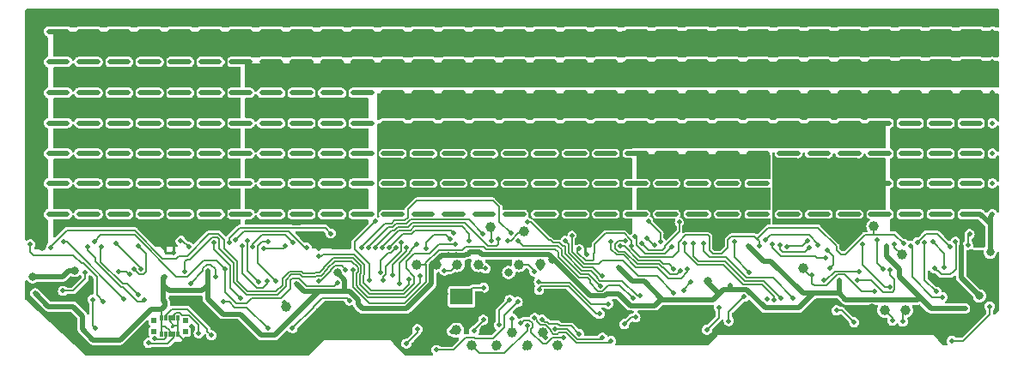
<source format=gbr>
%TF.GenerationSoftware,KiCad,Pcbnew,7.0.6*%
%TF.CreationDate,2023-07-18T02:13:15+02:00*%
%TF.ProjectId,ledboad,6c656462-6f61-4642-9e6b-696361645f70,rev?*%
%TF.SameCoordinates,Original*%
%TF.FileFunction,Copper,L2,Bot*%
%TF.FilePolarity,Positive*%
%FSLAX46Y46*%
G04 Gerber Fmt 4.6, Leading zero omitted, Abs format (unit mm)*
G04 Created by KiCad (PCBNEW 7.0.6) date 2023-07-18 02:13:15*
%MOMM*%
%LPD*%
G01*
G04 APERTURE LIST*
G04 Aperture macros list*
%AMRoundRect*
0 Rectangle with rounded corners*
0 $1 Rounding radius*
0 $2 $3 $4 $5 $6 $7 $8 $9 X,Y pos of 4 corners*
0 Add a 4 corners polygon primitive as box body*
4,1,4,$2,$3,$4,$5,$6,$7,$8,$9,$2,$3,0*
0 Add four circle primitives for the rounded corners*
1,1,$1+$1,$2,$3*
1,1,$1+$1,$4,$5*
1,1,$1+$1,$6,$7*
1,1,$1+$1,$8,$9*
0 Add four rect primitives between the rounded corners*
20,1,$1+$1,$2,$3,$4,$5,0*
20,1,$1+$1,$4,$5,$6,$7,0*
20,1,$1+$1,$6,$7,$8,$9,0*
20,1,$1+$1,$8,$9,$2,$3,0*%
G04 Aperture macros list end*
%TA.AperFunction,SMDPad,CuDef*%
%ADD10C,1.000000*%
%TD*%
%TA.AperFunction,SMDPad,CuDef*%
%ADD11R,2.180000X1.600000*%
%TD*%
%TA.AperFunction,SMDPad,CuDef*%
%ADD12RoundRect,0.023000X-0.092000X-0.227000X0.092000X-0.227000X0.092000X0.227000X-0.092000X0.227000X0*%
%TD*%
%TA.AperFunction,SMDPad,CuDef*%
%ADD13RoundRect,0.022500X-0.202500X-0.227500X0.202500X-0.227500X0.202500X0.227500X-0.202500X0.227500X0*%
%TD*%
%TA.AperFunction,ViaPad*%
%ADD14C,0.500000*%
%TD*%
%TA.AperFunction,ViaPad*%
%ADD15C,0.800000*%
%TD*%
%TA.AperFunction,Conductor*%
%ADD16C,0.150000*%
%TD*%
%TA.AperFunction,Conductor*%
%ADD17C,0.500000*%
%TD*%
%TA.AperFunction,Conductor*%
%ADD18C,0.250000*%
%TD*%
%TA.AperFunction,Conductor*%
%ADD19C,0.300000*%
%TD*%
G04 APERTURE END LIST*
D10*
%TO.P,TP10,1,1*%
%TO.N,/DAT5*%
X122400000Y-43900000D03*
%TD*%
%TO.P,TP7,1,1*%
%TO.N,/DAT2*%
X71500000Y-47700000D03*
%TD*%
%TO.P,TP24,1,1*%
%TO.N,/USART_RX*%
X91650000Y-39800000D03*
%TD*%
%TO.P,TP13,1,1*%
%TO.N,/OE*%
X92250000Y-51500000D03*
%TD*%
%TO.P,TP32,1,1*%
%TO.N,/ADC*%
X88250000Y-50000000D03*
%TD*%
%TO.P,TP26,1,1*%
%TO.N,GND*%
X92400000Y-43500000D03*
%TD*%
%TO.P,TP18,1,1*%
%TO.N,/LAT*%
X132500000Y-48000000D03*
%TD*%
D11*
%TO.P,SW1,1,1*%
%TO.N,GND*%
X97940000Y-46700000D03*
%TO.P,SW1,2,2*%
%TO.N,/STM_NRST*%
X88760000Y-46700000D03*
%TD*%
D10*
%TO.P,TP19,1,1*%
%TO.N,/OE*%
X129350000Y-39750000D03*
%TD*%
%TO.P,TP8,1,1*%
%TO.N,/DAT3*%
X84350000Y-43500000D03*
%TD*%
%TO.P,TP16,1,1*%
%TO.N,/DAT6*%
X132200000Y-42550000D03*
%TD*%
%TO.P,TP22,1,1*%
%TO.N,/STM_NRST*%
X90400000Y-43500000D03*
%TD*%
%TO.P,TP21,1,1*%
%TO.N,/STM_SWCLK*%
X96500000Y-43450000D03*
%TD*%
%TO.P,TP11,1,1*%
%TO.N,/SCLK*%
X93750000Y-50250000D03*
%TD*%
%TO.P,TP25,1,1*%
%TO.N,+3V3*%
X88350000Y-43500000D03*
%TD*%
%TO.P,TP4,1,1*%
%TO.N,/SPI2_MISO*%
X95250000Y-51500000D03*
%TD*%
%TO.P,TP17,1,1*%
%TO.N,/SCLK*%
X130450000Y-48000000D03*
%TD*%
%TO.P,TP14,1,1*%
%TO.N,GND*%
X91000000Y-50000000D03*
%TD*%
%TO.P,TP2,1,1*%
%TO.N,/SPI2_MOSI*%
X98250000Y-51500000D03*
%TD*%
%TO.P,TP1,1,1*%
%TO.N,/SPI2_SCLK*%
X89750000Y-51500000D03*
%TD*%
%TO.P,TP27,1,1*%
%TO.N,VDD*%
X86300000Y-43500000D03*
%TD*%
D12*
%TO.P,J1,1,Pin_1*%
%TO.N,VDD*%
X59200000Y-50400000D03*
%TO.P,J1,2,Pin_2*%
X59200000Y-48800000D03*
%TO.P,J1,3,Pin_3*%
%TO.N,Net-(J1-Pin_3)*%
X59600000Y-50400000D03*
%TO.P,J1,4,Pin_4*%
%TO.N,/WS2812_DAT*%
X59600000Y-48800000D03*
%TO.P,J1,5,Pin_5*%
%TO.N,VDD*%
X60000000Y-50400000D03*
%TO.P,J1,6,Pin_6*%
%TO.N,GND*%
X60000000Y-48800000D03*
%TO.P,J1,7,Pin_7*%
%TO.N,Net-(J1-Pin_7)*%
X60400000Y-50400000D03*
%TO.P,J1,8,Pin_8*%
%TO.N,Net-(J1-Pin_8)*%
X60400000Y-48800000D03*
%TO.P,J1,9,Pin_9*%
%TO.N,GND*%
X60800000Y-50400000D03*
%TO.P,J1,10,Pin_10*%
X60800000Y-48800000D03*
D13*
%TO.P,J1,MP*%
%TO.N,N/C*%
X58400000Y-49050000D03*
X58400000Y-50150000D03*
X61600000Y-49050000D03*
X61600000Y-50150000D03*
%TD*%
D10*
%TO.P,TP3,1,1*%
%TO.N,/SPI2_NSS*%
X96750000Y-50250000D03*
%TD*%
%TO.P,TP23,1,1*%
%TO.N,/USART_TX*%
X94900000Y-40250000D03*
%TD*%
%TO.P,TP20,1,1*%
%TO.N,/STM_SWDIO*%
X94450000Y-43500000D03*
%TD*%
D14*
%TO.N,/COL_G0*%
X53469288Y-47130712D03*
X46250000Y-41500000D03*
%TO.N,/ROW_0*%
X138800000Y-18700000D03*
X90815420Y-18700000D03*
X48815420Y-18700000D03*
X99815420Y-18700000D03*
X132815420Y-18700000D03*
X66815420Y-18700000D03*
X72815420Y-18700000D03*
X117815420Y-18700000D03*
X120815420Y-18700000D03*
X63815420Y-18700000D03*
X123815420Y-18700000D03*
X54815420Y-18700000D03*
X105815420Y-18700000D03*
X114815420Y-18700000D03*
D15*
X47400000Y-41750000D03*
D14*
X75815420Y-18700000D03*
X102815420Y-18700000D03*
X96815420Y-18700000D03*
X84815420Y-18700000D03*
X69815420Y-18700000D03*
X57815420Y-18700000D03*
X87815420Y-18700000D03*
X93815420Y-18700000D03*
X111815420Y-18700000D03*
X126815420Y-18700000D03*
X108815420Y-18700000D03*
X60815420Y-18700000D03*
X81815420Y-18700000D03*
X51815420Y-18700000D03*
X129815420Y-18700000D03*
X141350000Y-18700000D03*
X135815420Y-18700000D03*
X78815420Y-18700000D03*
%TO.N,/ROW_1*%
X118899999Y-20488714D03*
X49900000Y-20479500D03*
X54070500Y-20478411D03*
X73899999Y-20487940D03*
X112900000Y-20482911D03*
X55900000Y-20482137D03*
X105070500Y-20477637D03*
X81070499Y-20486077D03*
X120070499Y-20484214D03*
X106900000Y-20480274D03*
X139899999Y-20490577D03*
X60070500Y-20475774D03*
X129070499Y-20486077D03*
X57070500Y-20477637D03*
X103900000Y-20482137D03*
X84070499Y-20484214D03*
X63070500Y-20475000D03*
X51070500Y-20475000D03*
X76899999Y-20491351D03*
X93070499Y-20486077D03*
X99070500Y-20475000D03*
X88899999Y-20491351D03*
X121899999Y-20487940D03*
X117070500Y-20477637D03*
X61900000Y-20479500D03*
X126070499Y-20486851D03*
X64900000Y-20482911D03*
X108070500Y-20475774D03*
X58900000Y-20480274D03*
X130899999Y-20488714D03*
X90070499Y-20486851D03*
X72070499Y-20484214D03*
X138070499Y-20486851D03*
X85899999Y-20487940D03*
X141070499Y-20486077D03*
X115900000Y-20482137D03*
X111070500Y-20475000D03*
X52900000Y-20482911D03*
X135070499Y-20483440D03*
X82899999Y-20488714D03*
X114070500Y-20478411D03*
X69070500Y-20477637D03*
X97900000Y-20479500D03*
X96070500Y-20475774D03*
X87070499Y-20483440D03*
X78070499Y-20486851D03*
X124899999Y-20491351D03*
X123070499Y-20483440D03*
X91899999Y-20490577D03*
X66070500Y-20478411D03*
X133899999Y-20487940D03*
X132070499Y-20484214D03*
X109900000Y-20479500D03*
X60400000Y-42350000D03*
X102070500Y-20478411D03*
X70899999Y-20488714D03*
X75070499Y-20483440D03*
X100900000Y-20482911D03*
X94900000Y-20480274D03*
X48070500Y-20475774D03*
X127899999Y-20490577D03*
X136899999Y-20491351D03*
X79899999Y-20490577D03*
X67900000Y-20482137D03*
%TO.N,/ROW_2*%
X102070500Y-23478411D03*
X118899999Y-23488714D03*
X57070500Y-23477637D03*
X105070500Y-23477637D03*
X139899999Y-23490577D03*
X91899999Y-23490577D03*
X72070499Y-23484214D03*
X93070499Y-23486077D03*
X106900000Y-23480274D03*
X78070499Y-23486851D03*
X94900000Y-23480274D03*
X66070500Y-23478411D03*
X120070499Y-23484214D03*
X100900000Y-23482911D03*
X96070500Y-23475774D03*
X141070499Y-23486077D03*
X132070499Y-23484214D03*
X49900000Y-23479500D03*
X69070500Y-23477637D03*
X85899999Y-23487940D03*
X115900000Y-23482137D03*
X48070500Y-23475774D03*
X130899999Y-23488714D03*
X133899999Y-23487940D03*
X88899999Y-23491351D03*
X64900000Y-23482911D03*
X103900000Y-23482137D03*
X82899999Y-23488714D03*
X79899999Y-23490577D03*
X121899999Y-23487940D03*
X87070499Y-23483440D03*
X138070499Y-23486851D03*
X54070500Y-23478411D03*
X76899999Y-23491351D03*
X127899999Y-23490577D03*
X117070500Y-23477637D03*
X97900000Y-23479500D03*
X75070499Y-23483440D03*
X55900000Y-23482137D03*
X51070500Y-23475000D03*
X108070500Y-23475774D03*
X70899999Y-23488714D03*
X60070500Y-23475774D03*
X73899999Y-23487940D03*
X67900000Y-23482137D03*
X52900000Y-23482911D03*
X58900000Y-23480274D03*
X129070499Y-23486077D03*
X136899999Y-23491351D03*
X111070500Y-23475000D03*
X112900000Y-23482911D03*
X63070500Y-23475000D03*
X74681998Y-41926110D03*
X135070499Y-23483440D03*
X81070499Y-23486077D03*
X61900000Y-23479500D03*
X126070499Y-23486851D03*
X84070499Y-23484214D03*
X123070499Y-23483440D03*
X109900000Y-23479500D03*
X99070500Y-23475000D03*
X124899999Y-23491351D03*
X90070499Y-23486851D03*
X114070500Y-23478411D03*
%TO.N,/ROW_3*%
X124899999Y-26541351D03*
X127899999Y-26540577D03*
X55900000Y-26532137D03*
X48070500Y-26525774D03*
X76899999Y-26541351D03*
X135070499Y-26533440D03*
X51070500Y-26525000D03*
X126070499Y-26536851D03*
X79899999Y-26540577D03*
X132070499Y-26534214D03*
X105070500Y-26527637D03*
X133899999Y-26537940D03*
X108070500Y-26525774D03*
X49900000Y-26529500D03*
X96070500Y-26525774D03*
X67900000Y-26532137D03*
X82899999Y-26538714D03*
X115900000Y-26532137D03*
X129070499Y-26536077D03*
X85899999Y-26537940D03*
X114070500Y-26528411D03*
X123070499Y-26533440D03*
X90070499Y-26536851D03*
X97900000Y-26529500D03*
X54070500Y-26528411D03*
X58900000Y-26530274D03*
X84070499Y-26534214D03*
X117070500Y-26527637D03*
X88899999Y-26541351D03*
X120070499Y-26534214D03*
X52900000Y-26532911D03*
X70899999Y-26538714D03*
X111070500Y-26525000D03*
X57070500Y-26527637D03*
X103900000Y-26532137D03*
X112900000Y-26532911D03*
X93070499Y-26536077D03*
X102070500Y-26528411D03*
X66070500Y-26528411D03*
X141070499Y-26536077D03*
X109900000Y-26529500D03*
X72070499Y-26534214D03*
X60070500Y-26525774D03*
X63070500Y-26525000D03*
D15*
X139800000Y-46600000D03*
D14*
X94900000Y-26530274D03*
X138070499Y-26536851D03*
X106900000Y-26530274D03*
X100900000Y-26532911D03*
X118899999Y-26538714D03*
X61900000Y-26529500D03*
X69070500Y-26527637D03*
X81070499Y-26536077D03*
X91899999Y-26540577D03*
X87070499Y-26533440D03*
X130899999Y-26538714D03*
X136899999Y-26541351D03*
X73899999Y-26537940D03*
X139899999Y-26540577D03*
X99070500Y-26525000D03*
X75070499Y-26533440D03*
X64900000Y-26532911D03*
X78070499Y-26536851D03*
X121899999Y-26537940D03*
%TO.N,/ROW_4*%
X109900000Y-29529500D03*
X100900000Y-29532911D03*
X126070499Y-29536851D03*
X97900000Y-29529500D03*
X94900000Y-29530274D03*
X124899999Y-29541351D03*
X99070500Y-29525000D03*
X123070499Y-29533440D03*
X52900000Y-29532911D03*
X63070500Y-29525000D03*
X87070499Y-29533440D03*
X64900000Y-29532911D03*
X61900000Y-29529500D03*
X135070499Y-29533440D03*
X78070499Y-29536851D03*
X136899999Y-29541351D03*
X58900000Y-29530274D03*
X79899999Y-29540577D03*
X127899999Y-29540577D03*
X54070500Y-29528411D03*
X81070499Y-29536077D03*
X57070500Y-29527637D03*
X88899999Y-29541351D03*
X111070500Y-29525000D03*
X101127302Y-42523967D03*
X67900000Y-29532137D03*
X96070500Y-29525774D03*
X90070499Y-29536851D03*
X118899999Y-29538714D03*
X84070499Y-29534214D03*
X139899999Y-29540577D03*
X112900000Y-29532911D03*
X93070499Y-29536077D03*
X91899999Y-29540577D03*
X103900000Y-29532137D03*
X115900000Y-29532137D03*
X82899999Y-29538714D03*
X60070500Y-29525774D03*
X72070499Y-29534214D03*
X129070499Y-29536077D03*
X85899999Y-29537940D03*
X114070500Y-29528411D03*
X66070500Y-29528411D03*
X102070500Y-29528411D03*
X138070499Y-29536851D03*
X133899999Y-29537940D03*
X121899999Y-29537940D03*
X141070499Y-29536077D03*
X51070500Y-29525000D03*
X108070500Y-29525774D03*
X48070500Y-29525774D03*
X69070500Y-29527637D03*
X106900000Y-29530274D03*
X55900000Y-29532137D03*
X120070499Y-29534214D03*
X76899999Y-29541351D03*
X117070500Y-29527637D03*
X49900000Y-29529500D03*
X130899999Y-29538714D03*
X70899999Y-29538714D03*
X132070499Y-29534214D03*
X73899999Y-29537940D03*
X105070500Y-29527637D03*
X75070499Y-29533440D03*
%TO.N,/ROW_5*%
X105070500Y-32527637D03*
X93070499Y-32536077D03*
X73899999Y-32537940D03*
X76899999Y-32541351D03*
X82899999Y-32538714D03*
X126070499Y-32536851D03*
X120070499Y-32534214D03*
X97900000Y-32529500D03*
X79899999Y-32540577D03*
X90070499Y-32536851D03*
X78070499Y-32536851D03*
X70899999Y-32538714D03*
X55900000Y-32532137D03*
X61900000Y-32529500D03*
X94900000Y-32530274D03*
X117070500Y-32527637D03*
X123070499Y-32533440D03*
X121899999Y-32537940D03*
X60070500Y-32525774D03*
X72070499Y-32534214D03*
X91899999Y-32540577D03*
X114070500Y-32528411D03*
X141070499Y-32536077D03*
X87070499Y-32533440D03*
X138070499Y-32536851D03*
X139899999Y-32540577D03*
X103900000Y-32532137D03*
X109900000Y-32529500D03*
X63070500Y-32525000D03*
X54070500Y-32528411D03*
X85899999Y-32537940D03*
X81070499Y-32536077D03*
X100900000Y-32532911D03*
X115900000Y-32532137D03*
X67900000Y-32532137D03*
X96070500Y-32525774D03*
X127899999Y-32540577D03*
X136899999Y-32541351D03*
X84070499Y-32534214D03*
X108070500Y-32525774D03*
X129070499Y-32536077D03*
X102070500Y-32528411D03*
X111070500Y-32525000D03*
X48070500Y-32525774D03*
X99070500Y-32525000D03*
D15*
X113937198Y-41762802D03*
D14*
X124899999Y-32541351D03*
X52900000Y-32532911D03*
X112900000Y-32532911D03*
X49900000Y-32529500D03*
X51070500Y-32525000D03*
X133899999Y-32537940D03*
X118899999Y-32538714D03*
X106900000Y-32530274D03*
X132070499Y-32534214D03*
X88899999Y-32541351D03*
X57070500Y-32527637D03*
X64900000Y-32532911D03*
X58900000Y-32530274D03*
X130899999Y-32538714D03*
X75070499Y-32533440D03*
X135070499Y-32533440D03*
X66070500Y-32528411D03*
X69070500Y-32527637D03*
%TO.N,/ROW_6*%
X63070500Y-35475000D03*
X52900000Y-35482911D03*
X66070500Y-35478411D03*
X138070499Y-35486851D03*
X58900000Y-35480274D03*
X79899999Y-35490577D03*
X114070500Y-35478411D03*
X82899999Y-35488714D03*
X136899999Y-35491351D03*
X141070499Y-35486077D03*
X97900000Y-35479500D03*
X78070499Y-35486851D03*
X109900000Y-35479500D03*
X64900000Y-35482911D03*
X111070500Y-35475000D03*
X99070500Y-35475000D03*
X139899999Y-35490577D03*
X120070499Y-35484214D03*
X126070499Y-35486851D03*
X72070499Y-35484214D03*
X85899999Y-35487940D03*
X76899999Y-35491351D03*
X54070500Y-35478411D03*
X100900000Y-35482911D03*
X93070499Y-35486077D03*
X127899999Y-35490577D03*
X81070499Y-35486077D03*
X115900000Y-35482137D03*
X103900000Y-35482137D03*
X132070499Y-35484214D03*
X60070500Y-35475774D03*
X49900000Y-35479500D03*
X124899999Y-35491351D03*
X135070499Y-35483440D03*
X105070500Y-35477637D03*
X129070499Y-35486077D03*
X90070499Y-35486851D03*
X69070500Y-35477637D03*
X91899999Y-35490577D03*
X57070500Y-35477637D03*
X87070499Y-35483440D03*
X88899999Y-35491351D03*
X61900000Y-35479500D03*
X75070499Y-35483440D03*
X84070499Y-35484214D03*
D15*
X126500000Y-41600000D03*
D14*
X130899999Y-35488714D03*
X121899999Y-35487940D03*
X48070500Y-35475774D03*
X102070500Y-35478411D03*
X108070500Y-35475774D03*
X112900000Y-35482911D03*
X117070500Y-35477637D03*
X51070500Y-35475000D03*
X133899999Y-35487940D03*
X123070499Y-35483440D03*
X118899999Y-35488714D03*
X73899999Y-35487940D03*
X67900000Y-35482137D03*
X70899999Y-35488714D03*
X106900000Y-35480274D03*
X96070500Y-35475774D03*
X94900000Y-35480274D03*
X55900000Y-35482137D03*
%TO.N,/ROW_7*%
X57070500Y-38527637D03*
X61900000Y-38529500D03*
X129070499Y-38536077D03*
D15*
X140850000Y-42300000D03*
D14*
X60070500Y-38525774D03*
X78070499Y-38536851D03*
X117070500Y-38527637D03*
X69070500Y-38527637D03*
X52900000Y-38532911D03*
X139899999Y-38540577D03*
X76899999Y-38541351D03*
X114070500Y-38528411D03*
X130899999Y-38538714D03*
X93070499Y-38536077D03*
X99070500Y-38525000D03*
X105070500Y-38527637D03*
X109900000Y-38529500D03*
X108070500Y-38525774D03*
X118899999Y-38538714D03*
X123070499Y-38533440D03*
X96070500Y-38525774D03*
X120070499Y-38534214D03*
X103900000Y-38532137D03*
X127899999Y-38540577D03*
X58900000Y-38530274D03*
X102070500Y-38528411D03*
X111070500Y-38525000D03*
X97900000Y-38529500D03*
X81070499Y-38536077D03*
X49900000Y-38529500D03*
X112900000Y-38532911D03*
X94900000Y-38530274D03*
X63070500Y-38525000D03*
X132070499Y-38534214D03*
X106900000Y-38530274D03*
X88899999Y-38541351D03*
X124899999Y-38541351D03*
X72070499Y-38534214D03*
X64900000Y-38532911D03*
X51070500Y-38525000D03*
X91899999Y-38540577D03*
X100900000Y-38532911D03*
X85899999Y-38537940D03*
X133899999Y-38537940D03*
X121899999Y-38537940D03*
X48070500Y-38525774D03*
X141070499Y-38536077D03*
X138070499Y-38536851D03*
X135070499Y-38533440D03*
X67900000Y-38532137D03*
X115900000Y-38532137D03*
X66070500Y-38528411D03*
X90070499Y-38536851D03*
X79899999Y-38540577D03*
X73899999Y-38537940D03*
X55900000Y-38532137D03*
X82899999Y-38538714D03*
X70899999Y-38538714D03*
X54070500Y-38528411D03*
X136899999Y-38541351D03*
X75070499Y-38533440D03*
X87070499Y-38533440D03*
X126070499Y-38536851D03*
X84070499Y-38534214D03*
%TO.N,/COL_G1*%
X55493264Y-46906736D03*
X49550000Y-41250000D03*
%TO.N,/COL_R2*%
X56900000Y-46500000D03*
X53300000Y-41750000D03*
%TO.N,/COL_G2*%
X57500000Y-47000000D03*
X51925000Y-41750000D03*
%TO.N,/COL_B2*%
X57148878Y-43939698D03*
X54700000Y-41454500D03*
%TO.N,/COL_B3*%
X56943264Y-41706736D03*
X56454962Y-43959253D03*
%TO.N,/COL_G4*%
X54964728Y-44185272D03*
X56026318Y-44486498D03*
%TO.N,/COL_G5*%
X61870500Y-41759203D03*
X61066147Y-41136613D03*
%TO.N,/COL_R6*%
X66950000Y-46800000D03*
X64342971Y-41320500D03*
%TO.N,/COL_R7*%
X68750000Y-45200000D03*
X67645140Y-41173171D03*
%TO.N,/COL_G7*%
X67187000Y-41675000D03*
X69600000Y-45150000D03*
%TO.N,/COL_B7*%
X69700000Y-41275000D03*
X70450000Y-45150000D03*
%TO.N,/COL_B8*%
X71420127Y-41664366D03*
X69222500Y-41900000D03*
%TO.N,/COL_G9*%
X68196500Y-41765316D03*
X72125000Y-41335999D03*
%TO.N,/COL_R10*%
X66492924Y-41080349D03*
X73512920Y-41842420D03*
%TO.N,/COL_G10*%
X75875000Y-40448180D03*
X65865257Y-41343311D03*
%TO.N,/COL_R11*%
X79664119Y-45056316D03*
X80278351Y-39220077D03*
%TO.N,/COL_R12*%
X82795500Y-41349799D03*
X81035000Y-45017579D03*
%TO.N,/COL_G12*%
X82291000Y-41850000D03*
X80762850Y-44260000D03*
%TO.N,/COL_B12*%
X83300000Y-41850000D03*
X82000000Y-44550000D03*
%TO.N,/COL_R13*%
X82618095Y-45381566D03*
X84331829Y-41492208D03*
%TO.N,/COL_R14*%
X87625191Y-40970818D03*
X85300000Y-41900000D03*
%TO.N,/COL_G14*%
X81612168Y-41819817D03*
X88000000Y-40400000D03*
%TO.N,/COL_B14*%
X80932685Y-41824974D03*
X89530402Y-41135047D03*
%TO.N,/COL_R15*%
X80253183Y-41825183D03*
X92345169Y-40989943D03*
%TO.N,/COL_G15*%
X79573691Y-41821458D03*
X90884678Y-40459678D03*
%TO.N,/COL_B15*%
X93621316Y-40403310D03*
X78894797Y-41850221D03*
%TO.N,/COL_R16*%
X106348941Y-46615000D03*
X95250000Y-39275000D03*
%TO.N,/COL_G16*%
X102448121Y-45607253D03*
X94318738Y-41134238D03*
%TO.N,/COL_R17*%
X98957551Y-41127682D03*
X102616903Y-44595874D03*
%TO.N,/COL_B17*%
X109650000Y-46300000D03*
X99651122Y-40615717D03*
%TO.N,/COL_R18*%
X110650000Y-46100000D03*
X111350000Y-45250000D03*
%TO.N,/COL_B18*%
X103489438Y-41214934D03*
X111006577Y-43911483D03*
%TO.N,/COL_R19*%
X110350000Y-44086498D03*
X104871649Y-41185121D03*
%TO.N,/COL_G19*%
X109691717Y-43918014D03*
X104425000Y-41700000D03*
%TO.N,/COL_B19*%
X109450000Y-41781736D03*
X105866928Y-40773802D03*
%TO.N,/COL_R20*%
X108400000Y-41250000D03*
X107200000Y-39225000D03*
%TO.N,/COL_G20*%
X107800000Y-41597994D03*
X107034690Y-40936362D03*
%TO.N,/COL_R21*%
X110225000Y-39325000D03*
X106525000Y-41400000D03*
%TO.N,/COL_G21*%
X119530928Y-46975716D03*
X110750000Y-41450000D03*
%TO.N,/COL_B21*%
X120225000Y-46850000D03*
X111575000Y-41450000D03*
%TO.N,/COL_G22*%
X121400000Y-46800000D03*
X112600000Y-41450000D03*
%TO.N,/COL_G23*%
X115640300Y-41257885D03*
X117129437Y-44265188D03*
%TO.N,/COL_R24*%
X124675000Y-42825000D03*
X119425000Y-41475000D03*
%TO.N,/COL_G24*%
X123900000Y-41600000D03*
X118696014Y-41100000D03*
%TO.N,/COL_B24*%
X120179500Y-41547193D03*
X123065261Y-41802323D03*
%TO.N,/COL_B25*%
X120834609Y-41727627D03*
X122875000Y-41150000D03*
%TO.N,/COL_G26*%
X125063825Y-43863825D03*
X124800000Y-42050000D03*
%TO.N,/COL_G27*%
X128250353Y-41513825D03*
X130945500Y-45722411D03*
%TO.N,/COL_G28*%
X129706993Y-41106993D03*
X130310926Y-43989074D03*
%TO.N,/COL_B28*%
X133049996Y-41650000D03*
X136150000Y-46725000D03*
%TO.N,/COL_R29*%
X134400000Y-41350000D03*
X135566002Y-46191750D03*
%TO.N,/COL_G29*%
X133711837Y-41316930D03*
X136893000Y-41749555D03*
%TO.N,/COL_B29*%
X136350000Y-43786498D03*
X135200000Y-41250000D03*
%TO.N,/COL_B30*%
X135400000Y-43900000D03*
X137450000Y-41250000D03*
%TO.N,/COL_G31*%
X138667649Y-41549609D03*
X138825000Y-40500000D03*
%TO.N,/ROW_0_CTRL*%
X88150000Y-41505000D03*
X48250000Y-41850000D03*
%TO.N,VDD*%
X88200000Y-42555000D03*
X117055000Y-41700000D03*
X126000000Y-45050000D03*
D15*
X76529362Y-44308255D03*
X46500000Y-44700000D03*
D14*
X138400000Y-47850000D03*
D15*
X97690429Y-42999500D03*
D14*
X72500000Y-45400000D03*
D15*
X50649998Y-44100000D03*
X113000000Y-45100000D03*
D14*
X46750000Y-46350000D03*
X87450000Y-42555000D03*
X73450000Y-47550000D03*
X115200000Y-45550000D03*
X63750000Y-44100000D03*
X59500000Y-44700000D03*
X104249111Y-43824702D03*
X130650000Y-41650000D03*
%TO.N,/ROW_4_CTRL*%
X103200000Y-47400000D03*
X96379224Y-45189500D03*
%TO.N,/ROW_1_CTRL*%
X61500000Y-44200000D03*
X84707186Y-44656286D03*
%TO.N,/ROW_5_CTRL*%
X102650000Y-50750000D03*
X112950000Y-49950000D03*
X114120057Y-47724941D03*
X98007911Y-49852911D03*
%TO.N,/ROW_2_CTRL*%
X74681998Y-42700000D03*
X83600939Y-44937468D03*
%TO.N,/ROW_6_CTRL*%
X100321549Y-50345500D03*
X96700000Y-48950000D03*
X127900000Y-44200000D03*
X124450000Y-45050000D03*
X127450000Y-49219501D03*
X125726359Y-48044970D03*
%TO.N,/ROW_3_CTRL*%
X137100000Y-51050000D03*
X95973847Y-48789691D03*
X140800000Y-47650000D03*
X103500000Y-51054500D03*
%TO.N,Net-(RU1-REXT)*%
X51650000Y-44275000D03*
X49473391Y-46104260D03*
%TO.N,GND*%
X50525000Y-49300000D03*
D15*
X129136581Y-48545500D03*
D14*
X111750000Y-47850002D03*
X139338590Y-49197816D03*
X86886980Y-44759658D03*
X62650000Y-47550000D03*
X75300000Y-48300000D03*
D15*
X129189486Y-47800000D03*
D14*
X89205000Y-49999852D03*
X90739796Y-46445917D03*
X87236523Y-46374437D03*
X103400000Y-48650000D03*
X89400000Y-43170500D03*
X90753724Y-47147015D03*
X87500000Y-47954500D03*
X86500000Y-45150000D03*
X116250000Y-48300000D03*
%TO.N,Net-(RU3-REXT)*%
X64500000Y-44750000D03*
X62034919Y-45365081D03*
%TO.N,Net-(RU5-REXT)*%
X77300000Y-44000000D03*
X74681998Y-45140500D03*
%TO.N,Net-(RU6-REXT)*%
X131000000Y-44000000D03*
X127800000Y-45050000D03*
%TO.N,/SCLK*%
X131200000Y-49050000D03*
X93759339Y-48820929D03*
%TO.N,/LAT*%
X116600748Y-46683607D03*
X115099646Y-49085000D03*
X118855833Y-46894167D03*
X65281117Y-47193883D03*
X77699550Y-47063504D03*
X94589435Y-49325429D03*
X132250000Y-49150000D03*
X69650000Y-49809001D03*
X105900000Y-48725001D03*
X72100000Y-49800000D03*
X98776539Y-50734015D03*
X52425000Y-46975000D03*
X52700000Y-49825000D03*
X104800000Y-49397508D03*
%TO.N,/OE*%
X132350000Y-41450000D03*
X100362781Y-41956332D03*
X52550000Y-41225000D03*
X118100000Y-41650000D03*
X92000000Y-51749998D03*
X65412500Y-43925000D03*
X83330815Y-51316636D03*
X92450354Y-49485000D03*
X84400000Y-49900000D03*
X76554964Y-45295523D03*
X93500000Y-47000000D03*
X105524663Y-41704896D03*
%TO.N,+3V3*%
X87050000Y-44100000D03*
%TO.N,/DAT3*%
X105657395Y-46870867D03*
X78030003Y-44000000D03*
%TO.N,/DAT2*%
X71300008Y-47249996D03*
%TO.N,/DAT5*%
X123250000Y-44527502D03*
X129498130Y-46180805D03*
%TO.N,/STM_LEDB*%
X96400000Y-46000000D03*
X102350000Y-48395500D03*
%TO.N,/STM_NRST*%
X90950000Y-45800000D03*
X91147066Y-43902934D03*
X90896303Y-48974242D03*
X90000000Y-50050000D03*
%TO.N,Net-(J1-Pin_3)*%
X58553365Y-50845000D03*
%TO.N,/WS2812_DAT*%
X94300000Y-47200000D03*
X64100000Y-50500000D03*
X86300000Y-51950000D03*
%TO.N,/USART_TX*%
X93300530Y-41127603D03*
%TO.N,/USART_RX*%
X91679493Y-41128796D03*
%TO.N,/STM_SWDIO*%
X95928669Y-44184803D03*
%TO.N,/ADC*%
X87800000Y-50095000D03*
%TO.N,/SPI2_MISO*%
X95005000Y-51750000D03*
%TO.N,/SPI2_SCLK*%
X95239587Y-49523102D03*
%TO.N,/SPI2_MOSI*%
X97950000Y-51404500D03*
%TO.N,/SPI2_NSS*%
X97026354Y-50718892D03*
D15*
%TO.N,unconnected-(U1-PA8-Pad28)*%
X93400000Y-44300000D03*
D14*
%TO.N,/STM_SWCLK*%
X96550000Y-43850000D03*
%TO.N,/DAT6*%
X131450000Y-41500000D03*
%TO.N,Net-(J1-Pin_7)*%
X57900000Y-51250000D03*
%TO.N,Net-(J1-Pin_8)*%
X62852130Y-50302130D03*
%TD*%
D16*
%TO.N,/COL_G0*%
X52798788Y-46460212D02*
X52798788Y-44709610D01*
X46550000Y-42600000D02*
X46250000Y-42300000D01*
X50500000Y-42600000D02*
X46550000Y-42600000D01*
X52798788Y-44709610D02*
X51489178Y-43400000D01*
X46250000Y-42300000D02*
X46250000Y-41500000D01*
X51300000Y-43400000D02*
X50500000Y-42600000D01*
X53469288Y-47130712D02*
X52798788Y-46460212D01*
X51489178Y-43400000D02*
X51300000Y-43400000D01*
D17*
%TO.N,/ROW_0*%
X48719984Y-18700000D02*
X141050000Y-18700000D01*
X47350000Y-41700000D02*
X47400000Y-41750000D01*
X48815420Y-18700000D02*
X47350000Y-20165420D01*
D16*
X141450000Y-18700000D02*
X141050000Y-18700000D01*
D17*
X47350000Y-20165420D02*
X47350000Y-41700000D01*
%TO.N,/ROW_1*%
X76883999Y-20486851D02*
X75124999Y-20486851D01*
D18*
X59515500Y-42265500D02*
X59515500Y-20934500D01*
X53500000Y-38742800D02*
X53500000Y-21082911D01*
D17*
X94884000Y-20475774D02*
X93125000Y-20475774D01*
D18*
X59974226Y-20475774D02*
X60070500Y-20475774D01*
D17*
X121883999Y-20483440D02*
X120124999Y-20483440D01*
D18*
X57050000Y-39550000D02*
X57250000Y-39550000D01*
X65500000Y-21700000D02*
X66070500Y-21129500D01*
D17*
X61884000Y-20475000D02*
X60125000Y-20475000D01*
D18*
X64342800Y-39875000D02*
X65500000Y-38717800D01*
D17*
X99078411Y-20482911D02*
X99070500Y-20475000D01*
X136883999Y-20486851D02*
X135124999Y-20486851D01*
X133883999Y-20483440D02*
X132124999Y-20483440D01*
D18*
X65500000Y-38717800D02*
X65500000Y-21700000D01*
D17*
X52879500Y-20482911D02*
X51078411Y-20482911D01*
D18*
X56500000Y-22350000D02*
X57070500Y-21779500D01*
X58925000Y-40375000D02*
X58925000Y-41425000D01*
D17*
X58884000Y-20475774D02*
X57125000Y-20475774D01*
D18*
X65500000Y-21700000D02*
X65050000Y-21250000D01*
D17*
X115884000Y-20477637D02*
X114125000Y-20477637D01*
D18*
X58100000Y-39550000D02*
X58925000Y-40375000D01*
D17*
X118883999Y-20484214D02*
X117124999Y-20484214D01*
X118879499Y-20488714D02*
X118883999Y-20484214D01*
D18*
X54307200Y-39550000D02*
X53500000Y-38742800D01*
D17*
X67884000Y-20477637D02*
X66125000Y-20477637D01*
X58879500Y-20480274D02*
X58884000Y-20475774D01*
X55884000Y-20477637D02*
X54125000Y-20477637D01*
X109884000Y-20475000D02*
X108125000Y-20475000D01*
X112879500Y-20482911D02*
X112884000Y-20478411D01*
X70879499Y-20488714D02*
X70883999Y-20484214D01*
X124879499Y-20491351D02*
X124883999Y-20486851D01*
D18*
X62575000Y-39875000D02*
X64342800Y-39875000D01*
D17*
X49900000Y-20479500D02*
X49895500Y-20475000D01*
D18*
X62550000Y-39900000D02*
X61518578Y-39900000D01*
D17*
X121879499Y-20487940D02*
X121883999Y-20483440D01*
X130883999Y-20484214D02*
X129124999Y-20484214D01*
X103879500Y-20482137D02*
X103884000Y-20477637D01*
D18*
X57250000Y-39550000D02*
X58100000Y-39550000D01*
D17*
X49879500Y-20479500D02*
X49900000Y-20479500D01*
X49895500Y-20475000D02*
X48125000Y-20475000D01*
X88879499Y-20491351D02*
X88883999Y-20486851D01*
X82879499Y-20488714D02*
X82883999Y-20484214D01*
X106879500Y-20480274D02*
X106884000Y-20475774D01*
D18*
X53500000Y-21082911D02*
X52900000Y-20482911D01*
X59354226Y-20934500D02*
X58900000Y-20480274D01*
D17*
X64884000Y-20478411D02*
X63125000Y-20478411D01*
D18*
X57250000Y-39550000D02*
X54307200Y-39550000D01*
D17*
X100879500Y-20482911D02*
X99078411Y-20482911D01*
X79883999Y-20486077D02*
X78124999Y-20486077D01*
X67879500Y-20482137D02*
X67884000Y-20477637D01*
X130879499Y-20488714D02*
X130883999Y-20484214D01*
D18*
X62550000Y-39900000D02*
X62575000Y-39875000D01*
X62550000Y-38800000D02*
X62515500Y-38765500D01*
X62515500Y-21030000D02*
X63070500Y-20475000D01*
D17*
X76879499Y-20491351D02*
X76883999Y-20486851D01*
X106884000Y-20475774D02*
X105125000Y-20475774D01*
X103884000Y-20477637D02*
X102125000Y-20477637D01*
D18*
X57070500Y-21779500D02*
X57070500Y-20477637D01*
X65050000Y-20632911D02*
X64900000Y-20482911D01*
X59600000Y-42350000D02*
X60400000Y-42350000D01*
D17*
X61879500Y-20479500D02*
X61884000Y-20475000D01*
X64879500Y-20482911D02*
X64884000Y-20478411D01*
X73883999Y-20483440D02*
X72124999Y-20483440D01*
X91883999Y-20486077D02*
X90124999Y-20486077D01*
X139879499Y-20490577D02*
X139883999Y-20486077D01*
X79879499Y-20490577D02*
X79883999Y-20486077D01*
X109879500Y-20479500D02*
X109884000Y-20475000D01*
X136879499Y-20491351D02*
X136883999Y-20486851D01*
D18*
X62515500Y-38765500D02*
X62515500Y-21030000D01*
X56500000Y-22350000D02*
X55900000Y-21750000D01*
D17*
X94879500Y-20480274D02*
X94884000Y-20475774D01*
X115879500Y-20482137D02*
X115884000Y-20477637D01*
D18*
X60400000Y-41018578D02*
X60400000Y-42350000D01*
D17*
X70883999Y-20484214D02*
X69124999Y-20484214D01*
D18*
X55900000Y-21750000D02*
X55900000Y-20482137D01*
X59515500Y-20934500D02*
X59974226Y-20475774D01*
X62550000Y-39900000D02*
X62550000Y-38800000D01*
D17*
X127883999Y-20486077D02*
X126124999Y-20486077D01*
D18*
X62515500Y-21030000D02*
X62450500Y-21030000D01*
D17*
X73879499Y-20487940D02*
X73883999Y-20483440D01*
X112884000Y-20478411D02*
X111125000Y-20478411D01*
D18*
X56500000Y-22350000D02*
X56500000Y-39000000D01*
D17*
X91879499Y-20490577D02*
X91883999Y-20486077D01*
D18*
X59515500Y-42015500D02*
X59515500Y-42265500D01*
X56500000Y-39000000D02*
X57050000Y-39550000D01*
X66070500Y-21129500D02*
X66070500Y-20478411D01*
D17*
X133879499Y-20487940D02*
X133883999Y-20483440D01*
X82883999Y-20484214D02*
X81124999Y-20484214D01*
X127879499Y-20490577D02*
X127883999Y-20486077D01*
X85883999Y-20483440D02*
X84124999Y-20483440D01*
D18*
X62450500Y-21030000D02*
X61900000Y-20479500D01*
D17*
X88883999Y-20486851D02*
X87124999Y-20486851D01*
X97900000Y-20479500D02*
X97895500Y-20475000D01*
D18*
X58925000Y-41425000D02*
X59515500Y-42015500D01*
D17*
X85879499Y-20487940D02*
X85883999Y-20483440D01*
D18*
X61518578Y-39900000D02*
X60400000Y-41018578D01*
D17*
X51078411Y-20482911D02*
X51070500Y-20475000D01*
X139883999Y-20486077D02*
X138124999Y-20486077D01*
D18*
X65050000Y-21250000D02*
X65050000Y-20632911D01*
D17*
X55879500Y-20482137D02*
X55884000Y-20477637D01*
D18*
X59515500Y-42265500D02*
X59600000Y-42350000D01*
D17*
X97879500Y-20479500D02*
X97900000Y-20479500D01*
X124883999Y-20486851D02*
X123124999Y-20486851D01*
X97895500Y-20475000D02*
X96125000Y-20475000D01*
D18*
X59515500Y-20934500D02*
X59354226Y-20934500D01*
D17*
%TO.N,/ROW_2*%
X82879499Y-23488714D02*
X82883999Y-23484214D01*
X91883999Y-23486077D02*
X90124999Y-23486077D01*
X70879499Y-23488714D02*
X70883999Y-23484214D01*
X124883999Y-23486851D02*
X123124999Y-23486851D01*
X127883999Y-23486077D02*
X126124999Y-23486077D01*
X121883999Y-23483440D02*
X120124999Y-23483440D01*
X55884000Y-23477637D02*
X54125000Y-23477637D01*
X73879499Y-23487940D02*
X73883999Y-23483440D01*
X121879499Y-23487940D02*
X121883999Y-23483440D01*
D18*
X76964999Y-23491351D02*
X76899999Y-23491351D01*
D17*
X99078411Y-23482911D02*
X99070500Y-23475000D01*
X82883999Y-23484214D02*
X81124999Y-23484214D01*
X130883999Y-23484214D02*
X129124999Y-23484214D01*
X64879500Y-23482911D02*
X64884000Y-23478411D01*
X100879500Y-23482911D02*
X99078411Y-23482911D01*
X58884000Y-23475774D02*
X57125000Y-23475774D01*
D19*
X74681998Y-41926110D02*
X74681998Y-41868002D01*
D17*
X118879499Y-23488714D02*
X118883999Y-23484214D01*
X76883999Y-23486851D02*
X75124999Y-23486851D01*
X51078411Y-23482911D02*
X51070500Y-23475000D01*
X67879500Y-23482137D02*
X67884000Y-23477637D01*
X106884000Y-23475774D02*
X105125000Y-23475774D01*
X115879500Y-23482137D02*
X115884000Y-23477637D01*
X61884000Y-23475000D02*
X60125000Y-23475000D01*
D18*
X71500000Y-24054713D02*
X72070499Y-23484214D01*
D17*
X94879500Y-23480274D02*
X94884000Y-23475774D01*
X127879499Y-23490577D02*
X127883999Y-23486077D01*
X133879499Y-23487940D02*
X133883999Y-23483440D01*
D18*
X74454999Y-24042940D02*
X73899999Y-23487940D01*
D17*
X103879500Y-23482137D02*
X103884000Y-23477637D01*
X115884000Y-23477637D02*
X114125000Y-23477637D01*
D19*
X74681998Y-41868002D02*
X75545000Y-41005000D01*
D17*
X79883999Y-23486077D02*
X78124999Y-23486077D01*
X55879500Y-23482137D02*
X55884000Y-23477637D01*
X106879500Y-23480274D02*
X106884000Y-23475774D01*
X103884000Y-23477637D02*
X102125000Y-23477637D01*
D18*
X71500000Y-24054713D02*
X71465998Y-24054713D01*
D17*
X85879499Y-23487940D02*
X85883999Y-23483440D01*
X112879500Y-23482911D02*
X112884000Y-23478411D01*
X112884000Y-23478411D02*
X111125000Y-23478411D01*
X136883999Y-23486851D02*
X135124999Y-23486851D01*
X61879500Y-23479500D02*
X61884000Y-23475000D01*
X49879500Y-23479500D02*
X49900000Y-23479500D01*
X88879499Y-23491351D02*
X88883999Y-23486851D01*
D18*
X73100000Y-39100000D02*
X72725000Y-39475000D01*
D17*
X97879500Y-23479500D02*
X97900000Y-23479500D01*
D18*
X76104889Y-41005000D02*
X77515499Y-39594390D01*
X77515499Y-39594390D02*
X77515499Y-24041851D01*
D17*
X118883999Y-23484214D02*
X117124999Y-23484214D01*
X139883999Y-23486077D02*
X138124999Y-23486077D01*
X97895500Y-23475000D02*
X96125000Y-23475000D01*
X64884000Y-23478411D02*
X63125000Y-23478411D01*
X130879499Y-23488714D02*
X130883999Y-23484214D01*
X73883999Y-23483440D02*
X72124999Y-23483440D01*
X49895500Y-23475000D02*
X48125000Y-23475000D01*
D18*
X71465998Y-24054713D02*
X70899999Y-23488714D01*
D17*
X58879500Y-23480274D02*
X58884000Y-23475774D01*
X133883999Y-23483440D02*
X132124999Y-23483440D01*
X109879500Y-23479500D02*
X109884000Y-23475000D01*
D18*
X72125000Y-39475000D02*
X71500000Y-38850000D01*
D17*
X76879499Y-23491351D02*
X76883999Y-23486851D01*
D18*
X74454999Y-39100000D02*
X73100000Y-39100000D01*
X74454999Y-39100000D02*
X74454999Y-24098940D01*
X77515499Y-24041851D02*
X76964999Y-23491351D01*
X72725000Y-39475000D02*
X72125000Y-39475000D01*
D17*
X109884000Y-23475000D02*
X108125000Y-23475000D01*
D18*
X77515499Y-24041851D02*
X78070499Y-23486851D01*
X74454999Y-24098940D02*
X74454999Y-24042940D01*
D17*
X124879499Y-23491351D02*
X124883999Y-23486851D01*
X79879499Y-23490577D02*
X79883999Y-23486077D01*
X67884000Y-23477637D02*
X66125000Y-23477637D01*
X49900000Y-23479500D02*
X49895500Y-23475000D01*
X91879499Y-23490577D02*
X91883999Y-23486077D01*
D18*
X74454999Y-24098940D02*
X75070499Y-23483440D01*
D17*
X52879500Y-23482911D02*
X51078411Y-23482911D01*
X88883999Y-23486851D02*
X87124999Y-23486851D01*
X70883999Y-23484214D02*
X69124999Y-23484214D01*
D18*
X71500000Y-38850000D02*
X71500000Y-24054713D01*
D17*
X97900000Y-23479500D02*
X97895500Y-23475000D01*
X94884000Y-23475774D02*
X93125000Y-23475774D01*
X139879499Y-23490577D02*
X139883999Y-23486077D01*
D18*
X75545000Y-41005000D02*
X76104889Y-41005000D01*
D17*
X136879499Y-23491351D02*
X136883999Y-23486851D01*
X85883999Y-23483440D02*
X84124999Y-23483440D01*
%TO.N,/ROW_3*%
X49900000Y-26529500D02*
X49895500Y-26525000D01*
X127883999Y-26536077D02*
X126124999Y-26536077D01*
X121879499Y-26537940D02*
X121883999Y-26533440D01*
X64879500Y-26532911D02*
X64884000Y-26528411D01*
X67879500Y-26532137D02*
X67884000Y-26527637D01*
D19*
X131490499Y-27114214D02*
X132070499Y-26534214D01*
D17*
X52879500Y-26532911D02*
X51078411Y-26532911D01*
D19*
X137150000Y-39650000D02*
X137479999Y-39320001D01*
X137479999Y-27121351D02*
X136899999Y-26541351D01*
D17*
X79879499Y-26540577D02*
X79883999Y-26536077D01*
D19*
X134450000Y-39600000D02*
X134479999Y-39570001D01*
D17*
X139879499Y-26540577D02*
X139883999Y-26536077D01*
X138005000Y-44805000D02*
X138005000Y-41700000D01*
X58879500Y-26530274D02*
X58884000Y-26525774D01*
X85879499Y-26537940D02*
X85883999Y-26533440D01*
X97879500Y-26529500D02*
X97900000Y-26529500D01*
D19*
X136750000Y-39600000D02*
X137150000Y-40000000D01*
X140479999Y-27120577D02*
X139899999Y-26540577D01*
D17*
X136879499Y-26541351D02*
X136883999Y-26536851D01*
D19*
X134479999Y-27117940D02*
X133899999Y-26537940D01*
X140479999Y-27120577D02*
X140485999Y-27120577D01*
D17*
X58884000Y-26525774D02*
X57125000Y-26525774D01*
D19*
X134450000Y-39600000D02*
X132050000Y-39600000D01*
D17*
X136883999Y-26536851D02*
X135124999Y-26536851D01*
X73879499Y-26537940D02*
X73883999Y-26533440D01*
D19*
X140485999Y-27120577D02*
X141070499Y-26536077D01*
X140479999Y-36370001D02*
X140479999Y-27120577D01*
D17*
X67884000Y-26527637D02*
X66125000Y-26527637D01*
D19*
X137479999Y-37600000D02*
X139250000Y-37600000D01*
D17*
X121883999Y-26533440D02*
X120124999Y-26533440D01*
X133883999Y-26533440D02*
X132124999Y-26533440D01*
D19*
X137150000Y-40000000D02*
X138055000Y-40905000D01*
D17*
X85883999Y-26533440D02*
X84124999Y-26533440D01*
X82883999Y-26534214D02*
X81124999Y-26534214D01*
X49895500Y-26525000D02*
X48125000Y-26525000D01*
X139883999Y-26536077D02*
X138124999Y-26536077D01*
X55879500Y-26532137D02*
X55884000Y-26527637D01*
X73883999Y-26533440D02*
X72124999Y-26533440D01*
D19*
X137479999Y-27121351D02*
X137485999Y-27121351D01*
X132050000Y-39600000D02*
X131490499Y-39040499D01*
D17*
X115879500Y-26532137D02*
X115884000Y-26527637D01*
X127879499Y-26540577D02*
X127883999Y-26536077D01*
X97895500Y-26525000D02*
X96125000Y-26525000D01*
D19*
X137150000Y-40000000D02*
X137150000Y-39650000D01*
D17*
X100879500Y-26532911D02*
X99078411Y-26532911D01*
X61884000Y-26525000D02*
X60125000Y-26525000D01*
X64884000Y-26528411D02*
X63125000Y-26528411D01*
X79883999Y-26536077D02*
X78124999Y-26536077D01*
X115884000Y-26527637D02*
X114125000Y-26527637D01*
X91883999Y-26536077D02*
X90124999Y-26536077D01*
X76879499Y-26541351D02*
X76883999Y-26536851D01*
X133879499Y-26537940D02*
X133883999Y-26533440D01*
D19*
X139250000Y-37600000D02*
X140479999Y-36370001D01*
D17*
X76883999Y-26536851D02*
X75124999Y-26536851D01*
D19*
X131475499Y-27114214D02*
X130899999Y-26538714D01*
D17*
X51078411Y-26532911D02*
X51070500Y-26525000D01*
X94884000Y-26525774D02*
X93125000Y-26525774D01*
D19*
X137479999Y-37600000D02*
X137479999Y-27121351D01*
D17*
X109884000Y-26525000D02*
X108125000Y-26525000D01*
X91879499Y-26540577D02*
X91883999Y-26536077D01*
X70883999Y-26534214D02*
X69124999Y-26534214D01*
D19*
X131490499Y-27114214D02*
X131475499Y-27114214D01*
X138055000Y-40905000D02*
X138055000Y-41650000D01*
D17*
X106884000Y-26525774D02*
X105125000Y-26525774D01*
X112879500Y-26532911D02*
X112884000Y-26528411D01*
X99078411Y-26532911D02*
X99070500Y-26525000D01*
D19*
X138055000Y-41650000D02*
X138005000Y-41700000D01*
D17*
X88879499Y-26541351D02*
X88883999Y-26536851D01*
X118879499Y-26538714D02*
X118883999Y-26534214D01*
X124883999Y-26536851D02*
X123124999Y-26536851D01*
X109879500Y-26529500D02*
X109884000Y-26525000D01*
X139800000Y-46600000D02*
X138005000Y-44805000D01*
X70879499Y-26538714D02*
X70883999Y-26534214D01*
D19*
X137479999Y-39320001D02*
X137479999Y-37600000D01*
D17*
X49879500Y-26529500D02*
X49900000Y-26529500D01*
X106879500Y-26530274D02*
X106884000Y-26525774D01*
X118883999Y-26534214D02*
X117124999Y-26534214D01*
X94879500Y-26530274D02*
X94884000Y-26525774D01*
D19*
X134450000Y-39600000D02*
X136750000Y-39600000D01*
X134479999Y-27123940D02*
X134479999Y-27117940D01*
X137485999Y-27121351D02*
X138070499Y-26536851D01*
D17*
X130879499Y-26538714D02*
X130883999Y-26534214D01*
X103884000Y-26527637D02*
X102125000Y-26527637D01*
D19*
X134479999Y-39570001D02*
X134479999Y-27123940D01*
D17*
X130883999Y-26534214D02*
X129124999Y-26534214D01*
X112884000Y-26528411D02*
X111125000Y-26528411D01*
X124879499Y-26541351D02*
X124883999Y-26536851D01*
X103879500Y-26532137D02*
X103884000Y-26527637D01*
D19*
X131490499Y-39040499D02*
X131490499Y-27114214D01*
D17*
X88883999Y-26536851D02*
X87124999Y-26536851D01*
X82879499Y-26538714D02*
X82883999Y-26534214D01*
X55884000Y-26527637D02*
X54125000Y-26527637D01*
X97900000Y-26529500D02*
X97895500Y-26525000D01*
X61879500Y-26529500D02*
X61884000Y-26525000D01*
D19*
X134479999Y-27123940D02*
X135070499Y-26533440D01*
D17*
%TO.N,/ROW_4*%
X97879500Y-29529500D02*
X97900000Y-29529500D01*
X82879499Y-29538714D02*
X82883999Y-29534214D01*
X79883999Y-29536077D02*
X78124999Y-29536077D01*
D18*
X99070500Y-29929500D02*
X99070500Y-29525000D01*
D17*
X55879500Y-29532137D02*
X55884000Y-29527637D01*
X139879499Y-29540577D02*
X139883999Y-29536077D01*
X106879500Y-29530274D02*
X106884000Y-29525774D01*
X88883999Y-29536851D02*
X87124999Y-29536851D01*
X118879499Y-29538714D02*
X118883999Y-29534214D01*
X121883999Y-29533440D02*
X120124999Y-29533440D01*
X88879499Y-29541351D02*
X88883999Y-29536851D01*
X109879500Y-29529500D02*
X109884000Y-29525000D01*
D18*
X101450500Y-30083411D02*
X100900000Y-29532911D01*
D17*
X127883999Y-29536077D02*
X126124999Y-29536077D01*
X97900000Y-29529500D02*
X97895500Y-29525000D01*
X70879499Y-29538714D02*
X70883999Y-29534214D01*
X121879499Y-29537940D02*
X121883999Y-29533440D01*
D18*
X101127302Y-42523967D02*
X100950000Y-42346665D01*
D17*
X109884000Y-29525000D02*
X108125000Y-29525000D01*
D18*
X98515500Y-30145000D02*
X97900000Y-29529500D01*
X99827988Y-40067377D02*
X98515500Y-38754889D01*
D17*
X94879500Y-29530274D02*
X94884000Y-29525774D01*
X58879500Y-29530274D02*
X58884000Y-29525774D01*
X103884000Y-29527637D02*
X102125000Y-29527637D01*
X49879500Y-29529500D02*
X49900000Y-29529500D01*
X106884000Y-29525774D02*
X105125000Y-29525774D01*
X67884000Y-29527637D02*
X66125000Y-29527637D01*
D18*
X102425000Y-40150000D02*
X102425000Y-39975000D01*
X100950000Y-42346665D02*
X100950000Y-40800000D01*
D17*
X139883999Y-29536077D02*
X138124999Y-29536077D01*
X115884000Y-29527637D02*
X114125000Y-29527637D01*
X85879499Y-29537940D02*
X85883999Y-29533440D01*
X73879499Y-29537940D02*
X73883999Y-29533440D01*
D18*
X104466000Y-30098137D02*
X103900000Y-29532137D01*
D17*
X130883999Y-29534214D02*
X129124999Y-29534214D01*
D18*
X104300000Y-39250000D02*
X104500000Y-39050000D01*
X98515500Y-30484500D02*
X98515500Y-30145000D01*
X104500000Y-30098137D02*
X104466000Y-30098137D01*
X101515500Y-30083411D02*
X101450500Y-30083411D01*
D17*
X51078411Y-29532911D02*
X51070500Y-29525000D01*
D18*
X101600000Y-40150000D02*
X102425000Y-40150000D01*
D17*
X124883999Y-29536851D02*
X123124999Y-29536851D01*
X97895500Y-29525000D02*
X96125000Y-29525000D01*
D18*
X99940405Y-40126647D02*
X99881135Y-40067377D01*
X104500000Y-30098137D02*
X105070500Y-29527637D01*
D17*
X49895500Y-29525000D02*
X48125000Y-29525000D01*
X103879500Y-29532137D02*
X103884000Y-29527637D01*
X124879499Y-29541351D02*
X124883999Y-29536851D01*
X100879500Y-29532911D02*
X99078411Y-29532911D01*
X85883999Y-29533440D02*
X84124999Y-29533440D01*
X112879500Y-29532911D02*
X112884000Y-29528411D01*
X136883999Y-29536851D02*
X135124999Y-29536851D01*
X64884000Y-29528411D02*
X63125000Y-29528411D01*
X76879499Y-29541351D02*
X76883999Y-29536851D01*
X112884000Y-29528411D02*
X111125000Y-29528411D01*
D18*
X98515500Y-30484500D02*
X99070500Y-29929500D01*
D17*
X55884000Y-29527637D02*
X54125000Y-29527637D01*
X82883999Y-29534214D02*
X81124999Y-29534214D01*
D18*
X101600000Y-40150000D02*
X101515500Y-40065500D01*
D17*
X99078411Y-29532911D02*
X99070500Y-29525000D01*
D18*
X104500000Y-39050000D02*
X104500000Y-30098137D01*
D17*
X64879500Y-29532911D02*
X64884000Y-29528411D01*
X136879499Y-29541351D02*
X136883999Y-29536851D01*
X61884000Y-29525000D02*
X60125000Y-29525000D01*
D18*
X100276647Y-40126647D02*
X99940405Y-40126647D01*
D17*
X79879499Y-29540577D02*
X79883999Y-29536077D01*
X115879500Y-29532137D02*
X115884000Y-29527637D01*
D18*
X98515500Y-38754889D02*
X98515500Y-30484500D01*
D17*
X91883999Y-29536077D02*
X90124999Y-29536077D01*
X127879499Y-29540577D02*
X127883999Y-29536077D01*
X67879500Y-29532137D02*
X67884000Y-29527637D01*
X94884000Y-29525774D02*
X93125000Y-29525774D01*
X118883999Y-29534214D02*
X117124999Y-29534214D01*
D18*
X103200000Y-39250000D02*
X104300000Y-39250000D01*
D17*
X70883999Y-29534214D02*
X69124999Y-29534214D01*
X49900000Y-29529500D02*
X49895500Y-29525000D01*
D18*
X102425000Y-39975000D02*
X103175000Y-39225000D01*
D17*
X73883999Y-29533440D02*
X72124999Y-29533440D01*
X133883999Y-29533440D02*
X132124999Y-29533440D01*
D18*
X99881135Y-40067377D02*
X99827988Y-40067377D01*
X100950000Y-40800000D02*
X100276647Y-40126647D01*
D17*
X52879500Y-29532911D02*
X51078411Y-29532911D01*
X58884000Y-29525774D02*
X57125000Y-29525774D01*
X91879499Y-29540577D02*
X91883999Y-29536077D01*
X130879499Y-29538714D02*
X130883999Y-29534214D01*
X61879500Y-29529500D02*
X61884000Y-29525000D01*
D18*
X100950000Y-40800000D02*
X101600000Y-40150000D01*
X103175000Y-39225000D02*
X103200000Y-39250000D01*
X101515500Y-30083411D02*
X102070500Y-29528411D01*
D17*
X133879499Y-29537940D02*
X133883999Y-29533440D01*
X76883999Y-29536851D02*
X75124999Y-29536851D01*
D18*
%TO.N,/ROW_5*%
X116515500Y-33082637D02*
X117070500Y-32527637D01*
X113500000Y-34150000D02*
X114070500Y-33579500D01*
D17*
X91879499Y-32540577D02*
X91883999Y-32536077D01*
X97895500Y-32525000D02*
X96125000Y-32525000D01*
D18*
X111070500Y-34329500D02*
X111070500Y-32525000D01*
D17*
X88883999Y-32536851D02*
X87124999Y-32536851D01*
X136883999Y-32536851D02*
X135124999Y-32536851D01*
X112879500Y-32532911D02*
X112884000Y-32528411D01*
X61884000Y-32525000D02*
X60125000Y-32525000D01*
X79879499Y-32540577D02*
X79883999Y-32536077D01*
X139883999Y-32536077D02*
X138124999Y-32536077D01*
X124879499Y-32541351D02*
X124883999Y-32536851D01*
X52879500Y-32532911D02*
X51078411Y-32532911D01*
X55879500Y-32532137D02*
X55884000Y-32527637D01*
X130879499Y-32538714D02*
X130883999Y-32534214D01*
D18*
X113950000Y-39650000D02*
X113500000Y-39200000D01*
D17*
X133879499Y-32537940D02*
X133883999Y-32533440D01*
X127879499Y-32540577D02*
X127883999Y-32536077D01*
X133883999Y-32533440D02*
X132124999Y-32533440D01*
D18*
X113950000Y-39650000D02*
X115567026Y-39650000D01*
D17*
X51078411Y-32532911D02*
X51070500Y-32525000D01*
X73883999Y-32533440D02*
X72124999Y-32533440D01*
D18*
X110515500Y-34884500D02*
X111070500Y-34329500D01*
D17*
X49900000Y-32529500D02*
X49895500Y-32525000D01*
X121879499Y-32537940D02*
X121883999Y-32533440D01*
D18*
X113500000Y-39200000D02*
X110960611Y-39200000D01*
D17*
X109884000Y-32525000D02*
X108125000Y-32525000D01*
X67879500Y-32532137D02*
X67884000Y-32527637D01*
X118883999Y-32534214D02*
X117124999Y-32534214D01*
X97900000Y-32529500D02*
X97895500Y-32525000D01*
X64879500Y-32532911D02*
X64884000Y-32528411D01*
D18*
X110960611Y-39200000D02*
X110515500Y-38754889D01*
X116515500Y-38701526D02*
X116515500Y-33082637D01*
D17*
X64884000Y-32528411D02*
X63125000Y-32528411D01*
X49895500Y-32525000D02*
X48125000Y-32525000D01*
D18*
X114070500Y-33579500D02*
X114070500Y-32528411D01*
D17*
X82883999Y-32534214D02*
X81124999Y-32534214D01*
X100879500Y-32532911D02*
X99078411Y-32532911D01*
X112884000Y-32528411D02*
X111125000Y-32528411D01*
X106884000Y-32525774D02*
X105125000Y-32525774D01*
X58884000Y-32525774D02*
X57125000Y-32525774D01*
X73879499Y-32537940D02*
X73883999Y-32533440D01*
X70883999Y-32534214D02*
X69124999Y-32534214D01*
X115884000Y-32527637D02*
X114125000Y-32527637D01*
D18*
X110515500Y-38754889D02*
X110515500Y-34884500D01*
D17*
X49879500Y-32529500D02*
X49900000Y-32529500D01*
D18*
X115567026Y-39650000D02*
X116515500Y-38701526D01*
D17*
X58879500Y-32530274D02*
X58884000Y-32525774D01*
X85883999Y-32533440D02*
X84124999Y-32533440D01*
X76879499Y-32541351D02*
X76883999Y-32536851D01*
X103884000Y-32527637D02*
X102125000Y-32527637D01*
X124883999Y-32536851D02*
X123124999Y-32536851D01*
X82879499Y-32538714D02*
X82883999Y-32534214D01*
X94884000Y-32525774D02*
X93125000Y-32525774D01*
X127883999Y-32536077D02*
X126124999Y-32536077D01*
X121883999Y-32533440D02*
X120124999Y-32533440D01*
X136879499Y-32541351D02*
X136883999Y-32536851D01*
X118879499Y-32538714D02*
X118883999Y-32534214D01*
X67884000Y-32527637D02*
X66125000Y-32527637D01*
X103879500Y-32532137D02*
X103884000Y-32527637D01*
X109879500Y-32529500D02*
X109884000Y-32525000D01*
X106879500Y-32530274D02*
X106884000Y-32525774D01*
X55884000Y-32527637D02*
X54125000Y-32527637D01*
X70879499Y-32538714D02*
X70883999Y-32534214D01*
X130883999Y-32534214D02*
X129124999Y-32534214D01*
X88879499Y-32541351D02*
X88883999Y-32536851D01*
X61879500Y-32529500D02*
X61884000Y-32525000D01*
X115879500Y-32532137D02*
X115884000Y-32527637D01*
X99078411Y-32532911D02*
X99070500Y-32525000D01*
X76883999Y-32536851D02*
X75124999Y-32536851D01*
X94879500Y-32530274D02*
X94884000Y-32525774D01*
X85879499Y-32537940D02*
X85883999Y-32533440D01*
X97879500Y-32529500D02*
X97900000Y-32529500D01*
X91883999Y-32536077D02*
X90124999Y-32536077D01*
X79883999Y-32536077D02*
X78124999Y-32536077D01*
X139879499Y-32540577D02*
X139883999Y-32536077D01*
D18*
X113500000Y-39200000D02*
X113500000Y-34150000D01*
%TO.N,/ROW_6*%
X126900000Y-40700000D02*
X126900000Y-41236575D01*
D17*
X106879500Y-35480274D02*
X106884000Y-35475774D01*
X97879500Y-35479500D02*
X97900000Y-35479500D01*
X76879499Y-35491351D02*
X76883999Y-35486851D01*
X91879499Y-35490577D02*
X91883999Y-35486077D01*
D18*
X125454999Y-39254999D02*
X122942169Y-39254999D01*
X122942169Y-39254999D02*
X122454999Y-38767829D01*
D17*
X85883999Y-35483440D02*
X84124999Y-35483440D01*
X100879500Y-35482911D02*
X99078411Y-35482911D01*
X121879499Y-35487940D02*
X121883999Y-35483440D01*
X79883999Y-35486077D02*
X78124999Y-35486077D01*
D18*
X126900000Y-41236575D02*
X126255000Y-41881575D01*
D17*
X73883999Y-35483440D02*
X72124999Y-35483440D01*
D18*
X122454999Y-36000000D02*
X122553939Y-36000000D01*
D17*
X139883999Y-35486077D02*
X138124999Y-35486077D01*
X67879500Y-35482137D02*
X67884000Y-35477637D01*
X76883999Y-35486851D02*
X75124999Y-35486851D01*
D18*
X125450000Y-36107350D02*
X126070499Y-35486851D01*
D17*
X82883999Y-35484214D02*
X81124999Y-35484214D01*
X82879499Y-35488714D02*
X82883999Y-35484214D01*
D18*
X129070499Y-35629501D02*
X129070499Y-35486077D01*
D17*
X115884000Y-35477637D02*
X114125000Y-35477637D01*
X67884000Y-35477637D02*
X66125000Y-35477637D01*
X79879499Y-35490577D02*
X79883999Y-35486077D01*
X124883999Y-35486851D02*
X123124999Y-35486851D01*
X127879499Y-35490577D02*
X127883999Y-35486077D01*
D18*
X128500000Y-39100000D02*
X128500000Y-36200000D01*
X122454999Y-35854999D02*
X122087940Y-35487940D01*
D17*
X52879500Y-35482911D02*
X51078411Y-35482911D01*
X94884000Y-35475774D02*
X93125000Y-35475774D01*
D18*
X122087940Y-35487940D02*
X121899999Y-35487940D01*
X128500000Y-36200000D02*
X129070499Y-35629501D01*
D17*
X91883999Y-35486077D02*
X90124999Y-35486077D01*
X118879499Y-35488714D02*
X118883999Y-35484214D01*
D18*
X125450000Y-36107350D02*
X125450000Y-36041352D01*
X122553939Y-36000000D02*
X123070499Y-35483440D01*
D17*
X73879499Y-35487940D02*
X73883999Y-35483440D01*
X49900000Y-35479500D02*
X49895500Y-35475000D01*
X58884000Y-35475774D02*
X57125000Y-35475774D01*
X133883999Y-35483440D02*
X132124999Y-35483440D01*
X130883999Y-35484214D02*
X129124999Y-35484214D01*
X133879499Y-35487940D02*
X133883999Y-35483440D01*
D18*
X128500000Y-36200000D02*
X127899999Y-35599999D01*
D17*
X88879499Y-35491351D02*
X88883999Y-35486851D01*
X85879499Y-35487940D02*
X85883999Y-35483440D01*
X112884000Y-35478411D02*
X111125000Y-35478411D01*
X97900000Y-35479500D02*
X97895500Y-35475000D01*
D18*
X125454999Y-37854999D02*
X125450000Y-37850000D01*
D17*
X61884000Y-35475000D02*
X60125000Y-35475000D01*
X64879500Y-35482911D02*
X64884000Y-35478411D01*
X49879500Y-35479500D02*
X49900000Y-35479500D01*
X136879499Y-35491351D02*
X136883999Y-35486851D01*
D18*
X126900000Y-40700000D02*
X125454999Y-39254999D01*
D17*
X58879500Y-35480274D02*
X58884000Y-35475774D01*
X70879499Y-35488714D02*
X70883999Y-35484214D01*
X106884000Y-35475774D02*
X105125000Y-35475774D01*
X88883999Y-35486851D02*
X87124999Y-35486851D01*
D18*
X127899999Y-35599999D02*
X127899999Y-35490577D01*
D17*
X103879500Y-35482137D02*
X103884000Y-35477637D01*
X61879500Y-35479500D02*
X61884000Y-35475000D01*
D18*
X125450000Y-36041352D02*
X124899999Y-35491351D01*
D17*
X109879500Y-35479500D02*
X109884000Y-35475000D01*
X51078411Y-35482911D02*
X51070500Y-35475000D01*
X94879500Y-35480274D02*
X94884000Y-35475774D01*
X109884000Y-35475000D02*
X108125000Y-35475000D01*
D18*
X122454999Y-38767829D02*
X122454999Y-36000000D01*
D17*
X49895500Y-35475000D02*
X48125000Y-35475000D01*
D18*
X126900000Y-40700000D02*
X128500000Y-39100000D01*
D17*
X64884000Y-35478411D02*
X63125000Y-35478411D01*
X112879500Y-35482911D02*
X112884000Y-35478411D01*
X97895500Y-35475000D02*
X96125000Y-35475000D01*
X118883999Y-35484214D02*
X117124999Y-35484214D01*
X103884000Y-35477637D02*
X102125000Y-35477637D01*
X136883999Y-35486851D02*
X135124999Y-35486851D01*
X55884000Y-35477637D02*
X54125000Y-35477637D01*
D18*
X125450000Y-37850000D02*
X125450000Y-36107350D01*
X122454999Y-36000000D02*
X122454999Y-35854999D01*
D17*
X130879499Y-35488714D02*
X130883999Y-35484214D01*
X124879499Y-35491351D02*
X124883999Y-35486851D01*
X139879499Y-35490577D02*
X139883999Y-35486077D01*
X115879500Y-35482137D02*
X115884000Y-35477637D01*
D18*
X125454999Y-39254999D02*
X125454999Y-37854999D01*
D17*
X121883999Y-35483440D02*
X120124999Y-35483440D01*
X70883999Y-35484214D02*
X69124999Y-35484214D01*
X99078411Y-35482911D02*
X99070500Y-35475000D01*
X127883999Y-35486077D02*
X126124999Y-35486077D01*
X55879500Y-35482137D02*
X55884000Y-35477637D01*
%TO.N,/ROW_7*%
X58879500Y-38530274D02*
X58884000Y-38525774D01*
X112884000Y-38528411D02*
X111125000Y-38528411D01*
X97900000Y-38529500D02*
X97895500Y-38525000D01*
X103879500Y-38532137D02*
X103884000Y-38527637D01*
X76879499Y-38541351D02*
X76883999Y-38536851D01*
X58884000Y-38525774D02*
X57125000Y-38525774D01*
X49879500Y-38529500D02*
X49900000Y-38529500D01*
X139883999Y-38536077D02*
X138124999Y-38536077D01*
X109879500Y-38529500D02*
X109884000Y-38525000D01*
X73883999Y-38533440D02*
X72124999Y-38533440D01*
X124879499Y-38541351D02*
X124883999Y-38536851D01*
X130879499Y-38538714D02*
X130883999Y-38534214D01*
X64879500Y-38532911D02*
X64884000Y-38528411D01*
X49895500Y-38525000D02*
X48125000Y-38525000D01*
X82883999Y-38534214D02*
X81124999Y-38534214D01*
X127883999Y-38536077D02*
X126124999Y-38536077D01*
X109884000Y-38525000D02*
X108125000Y-38525000D01*
X79883999Y-38536077D02*
X78124999Y-38536077D01*
X140850000Y-40350000D02*
X140850000Y-38756576D01*
X139879499Y-38540577D02*
X139883999Y-38536077D01*
X82879499Y-38538714D02*
X82883999Y-38534214D01*
X127879499Y-38540577D02*
X127883999Y-38536077D01*
X118883999Y-38534214D02*
X117124999Y-38534214D01*
X99078411Y-38532911D02*
X99070500Y-38525000D01*
X133879499Y-38537940D02*
X133883999Y-38533440D01*
X51078411Y-38532911D02*
X51070500Y-38525000D01*
X85879499Y-38537940D02*
X85883999Y-38533440D01*
X52879500Y-38532911D02*
X51078411Y-38532911D01*
X121879499Y-38537940D02*
X121883999Y-38533440D01*
X115884000Y-38527637D02*
X114125000Y-38527637D01*
X70883999Y-38534214D02*
X69124999Y-38534214D01*
X106879500Y-38530274D02*
X106884000Y-38525774D01*
X85883999Y-38533440D02*
X84124999Y-38533440D01*
X140850000Y-38756576D02*
X141070499Y-38536077D01*
X106884000Y-38525774D02*
X105125000Y-38525774D01*
X103884000Y-38527637D02*
X102125000Y-38527637D01*
X124883999Y-38536851D02*
X123124999Y-38536851D01*
X70879499Y-38538714D02*
X70883999Y-38534214D01*
X67879500Y-38532137D02*
X67884000Y-38527637D01*
X88879499Y-38541351D02*
X88883999Y-38536851D01*
X88883999Y-38536851D02*
X87124999Y-38536851D01*
X133883999Y-38533440D02*
X132124999Y-38533440D01*
X91883999Y-38536077D02*
X90124999Y-38536077D01*
X118879499Y-38538714D02*
X118883999Y-38534214D01*
X55879500Y-38532137D02*
X55884000Y-38527637D01*
X76883999Y-38536851D02*
X75124999Y-38536851D01*
X94884000Y-38525774D02*
X93125000Y-38525774D01*
X61879500Y-38529500D02*
X61884000Y-38525000D01*
X67884000Y-38527637D02*
X66125000Y-38527637D01*
X49900000Y-38529500D02*
X49895500Y-38525000D01*
X115879500Y-38532137D02*
X115884000Y-38527637D01*
X97895500Y-38525000D02*
X96125000Y-38525000D01*
X79879499Y-38540577D02*
X79883999Y-38536077D01*
X73879499Y-38537940D02*
X73883999Y-38533440D01*
X94879500Y-38530274D02*
X94884000Y-38525774D01*
X64884000Y-38528411D02*
X63125000Y-38528411D01*
X136879499Y-38541351D02*
X136883999Y-38536851D01*
X140850000Y-42300000D02*
X140850000Y-40350000D01*
X112879500Y-38532911D02*
X112884000Y-38528411D01*
X130883999Y-38534214D02*
X129124999Y-38534214D01*
X91879499Y-38540577D02*
X91883999Y-38536077D01*
X61884000Y-38525000D02*
X60125000Y-38525000D01*
X97879500Y-38529500D02*
X97900000Y-38529500D01*
X136883999Y-38536851D02*
X135124999Y-38536851D01*
X140850000Y-39490578D02*
X139899999Y-38540577D01*
X100879500Y-38532911D02*
X99078411Y-38532911D01*
X55884000Y-38527637D02*
X54125000Y-38527637D01*
X140850000Y-40350000D02*
X140850000Y-39490578D01*
X121883999Y-38533440D02*
X120124999Y-38533440D01*
D16*
%TO.N,/COL_G1*%
X49850000Y-41250000D02*
X55493264Y-46893264D01*
X55493264Y-46893264D02*
X55493264Y-46906736D01*
X49550000Y-41250000D02*
X49850000Y-41250000D01*
%TO.N,/COL_R2*%
X55800000Y-45400000D02*
X55350000Y-45400000D01*
X56900000Y-46500000D02*
X55800000Y-45400000D01*
X53200000Y-43250000D02*
X53200000Y-41850000D01*
X55350000Y-45400000D02*
X53200000Y-43250000D01*
X53200000Y-41850000D02*
X53300000Y-41750000D01*
%TO.N,/COL_G2*%
X51925000Y-42100000D02*
X52650000Y-42825000D01*
X52650000Y-43166690D02*
X55213309Y-45729999D01*
X51925000Y-41750000D02*
X51925000Y-42100000D01*
X57350000Y-47150000D02*
X57500000Y-47000000D01*
X55213309Y-45729999D02*
X55379999Y-45729999D01*
X56800000Y-47150000D02*
X57350000Y-47150000D01*
X55379999Y-45729999D02*
X56800000Y-47150000D01*
X52650000Y-42825000D02*
X52650000Y-43166690D01*
%TO.N,/COL_B2*%
X57148878Y-43939698D02*
X57148878Y-43898878D01*
X54704500Y-41454500D02*
X54700000Y-41454500D01*
X57148878Y-43898878D02*
X54704500Y-41454500D01*
%TO.N,/COL_B3*%
X56454962Y-43959253D02*
X56945709Y-44450000D01*
X56945709Y-44450000D02*
X57405000Y-44450000D01*
X57405000Y-44450000D02*
X57655000Y-44200000D01*
X57655000Y-44200000D02*
X57655000Y-42418472D01*
X57655000Y-42418472D02*
X56943264Y-41706736D01*
%TO.N,/COL_G4*%
X56026318Y-44486498D02*
X55725092Y-44185272D01*
X55725092Y-44185272D02*
X54964728Y-44185272D01*
%TO.N,/COL_G5*%
X61247910Y-41136613D02*
X61066147Y-41136613D01*
X61870500Y-41759203D02*
X61247910Y-41136613D01*
%TO.N,/COL_R6*%
X64342971Y-41320500D02*
X64342971Y-41967971D01*
X65975000Y-45825000D02*
X66950000Y-46800000D01*
X65975000Y-43600000D02*
X65975000Y-45825000D01*
X64342971Y-41967971D02*
X65975000Y-43600000D01*
%TO.N,/COL_R7*%
X67645140Y-41173171D02*
X67692000Y-41220031D01*
X67692000Y-44142000D02*
X68750000Y-45200000D01*
X67692000Y-41220031D02*
X67692000Y-44142000D01*
%TO.N,/COL_G7*%
X67187000Y-44412000D02*
X68575000Y-45800000D01*
X68575000Y-45800000D02*
X69200000Y-45800000D01*
X67187000Y-41675000D02*
X67187000Y-44412000D01*
X69600000Y-45400000D02*
X69600000Y-45150000D01*
X69200000Y-45800000D02*
X69600000Y-45400000D01*
%TO.N,/COL_B7*%
X69700000Y-41275000D02*
X69133322Y-41275000D01*
X68701500Y-41706822D02*
X68701500Y-43401500D01*
X68701500Y-43401500D02*
X70450000Y-45150000D01*
X69133322Y-41275000D02*
X68701500Y-41706822D01*
%TO.N,/COL_B8*%
X71184493Y-41900000D02*
X71420127Y-41664366D01*
X69222500Y-41900000D02*
X71184493Y-41900000D01*
%TO.N,/COL_G9*%
X71349001Y-40560000D02*
X72125000Y-41335999D01*
X69115000Y-40560000D02*
X71349001Y-40560000D01*
X68196500Y-41765316D02*
X68196500Y-41478500D01*
X68196500Y-41478500D02*
X69115000Y-40560000D01*
%TO.N,/COL_R10*%
X71733179Y-40230000D02*
X67343273Y-40230000D01*
X67343273Y-40230000D02*
X66492924Y-41080349D01*
X73512920Y-41842420D02*
X73345599Y-41842420D01*
X73345599Y-41842420D02*
X71733179Y-40230000D01*
%TO.N,/COL_G10*%
X65865257Y-41343311D02*
X65865257Y-40934743D01*
X75326820Y-39900000D02*
X75875000Y-40448180D01*
X65865257Y-40934743D02*
X66900000Y-39900000D01*
X66900000Y-39900000D02*
X75326820Y-39900000D01*
%TO.N,/COL_R11*%
X78250000Y-42000000D02*
X79664119Y-43414119D01*
X80278351Y-39220077D02*
X78250000Y-41248428D01*
X78250000Y-41248428D02*
X78250000Y-42000000D01*
X79664119Y-43414119D02*
X79664119Y-45056316D01*
%TO.N,/COL_R12*%
X81035000Y-44702028D02*
X81035000Y-45017579D01*
X82795500Y-42154500D02*
X81267850Y-43682150D01*
X81267850Y-44469178D02*
X81035000Y-44702028D01*
X81267850Y-43682150D02*
X81267850Y-44469178D01*
X82795500Y-41349799D02*
X82795500Y-42154500D01*
%TO.N,/COL_G12*%
X82291000Y-41855163D02*
X81821346Y-42324817D01*
X81575183Y-42324817D02*
X80762850Y-43137150D01*
X82291000Y-41850000D02*
X82291000Y-41855163D01*
X81821346Y-42324817D02*
X81575183Y-42324817D01*
X80762850Y-43137150D02*
X80762850Y-44260000D01*
%TO.N,/COL_B12*%
X83300000Y-41850000D02*
X83300000Y-42200000D01*
X83300000Y-42200000D02*
X82000000Y-43500000D01*
X82000000Y-43500000D02*
X82000000Y-44550000D01*
%TO.N,/COL_R13*%
X83630000Y-42234178D02*
X83629999Y-42336691D01*
X83805000Y-42059178D02*
X83630000Y-42234178D01*
X83805000Y-42019037D02*
X83805000Y-42059178D01*
X83629999Y-42336691D02*
X82618095Y-43348595D01*
X82618095Y-43348595D02*
X82618095Y-45381566D01*
X84331829Y-41492208D02*
X83805000Y-42019037D01*
%TO.N,/COL_R14*%
X87204373Y-40550000D02*
X86050000Y-40550000D01*
X87625191Y-40970818D02*
X87204373Y-40550000D01*
X86050000Y-40550000D02*
X85300000Y-41300000D01*
X85300000Y-41300000D02*
X85300000Y-41900000D01*
%TO.N,/COL_G14*%
X84166690Y-40150000D02*
X83836691Y-40479999D01*
X82947529Y-40480000D02*
X81612168Y-41815361D01*
X83836691Y-40479999D02*
X82947529Y-40480000D01*
X87750000Y-40150000D02*
X84166690Y-40150000D01*
X81612168Y-41815361D02*
X81612168Y-41819817D01*
X88000000Y-40400000D02*
X87750000Y-40150000D01*
%TO.N,/COL_B14*%
X84100000Y-39750000D02*
X88800000Y-39750000D01*
X83700000Y-40150000D02*
X84100000Y-39750000D01*
X82568514Y-40150000D02*
X83700000Y-40150000D01*
X80932685Y-41824974D02*
X80932685Y-41785829D01*
X89530402Y-40480402D02*
X89530402Y-41135047D01*
X80932685Y-41785829D02*
X82568514Y-40150000D01*
X88800000Y-39750000D02*
X89530402Y-40480402D01*
%TO.N,/COL_R15*%
X92345169Y-41454831D02*
X92345169Y-40989943D01*
X83900000Y-39400000D02*
X89100000Y-39400000D01*
X89100000Y-39400000D02*
X91333796Y-41633796D01*
X91333796Y-41633796D02*
X92166204Y-41633796D01*
X92166204Y-41633796D02*
X92345169Y-41454831D01*
X82432031Y-39820499D02*
X83479501Y-39820499D01*
X80253183Y-41791005D02*
X81909188Y-40135000D01*
X83479501Y-39820499D02*
X83900000Y-39400000D01*
X82117529Y-40135000D02*
X82432031Y-39820499D01*
X80253183Y-41825183D02*
X80253183Y-41791005D01*
X81909188Y-40135000D02*
X82117529Y-40135000D01*
%TO.N,/COL_G15*%
X79573691Y-41821458D02*
X79573691Y-41791245D01*
X79748683Y-41616212D02*
X81573897Y-39790998D01*
X83763517Y-39070499D02*
X89495499Y-39070499D01*
X79573691Y-41791245D02*
X79748683Y-41616253D01*
X81573897Y-39790998D02*
X81995547Y-39790998D01*
X89495499Y-39070499D02*
X90884678Y-40459678D01*
X79748683Y-41616253D02*
X79748683Y-41616212D01*
X81995547Y-39790998D02*
X82295547Y-39490998D01*
X82295547Y-39490998D02*
X83343018Y-39490998D01*
X83343018Y-39490998D02*
X83763517Y-39070499D01*
%TO.N,/COL_B15*%
X92500000Y-37800000D02*
X92500000Y-39281994D01*
X81220185Y-39461493D02*
X81859067Y-39461493D01*
X84400000Y-37100000D02*
X84450000Y-37150000D01*
X92500000Y-39281994D02*
X93621316Y-40403310D01*
X79069191Y-41612487D02*
X81220185Y-39461493D01*
X83450000Y-38050000D02*
X84400000Y-37100000D01*
X91850000Y-37150000D02*
X92500000Y-37800000D01*
X79069191Y-41612528D02*
X79069191Y-41612487D01*
X83450000Y-38900000D02*
X83450000Y-38050000D01*
X82159064Y-39161497D02*
X83188503Y-39161497D01*
X83188503Y-39161497D02*
X83450000Y-38900000D01*
X81859067Y-39461493D02*
X82159064Y-39161497D01*
X78894797Y-41786922D02*
X79069191Y-41612528D01*
X84450000Y-37150000D02*
X91850000Y-37150000D01*
X78894797Y-41850221D02*
X78894797Y-41786922D01*
%TO.N,/COL_R16*%
X98700000Y-41643578D02*
X98950000Y-41643578D01*
X102406851Y-45100000D02*
X104600000Y-45100000D01*
X100600469Y-44110000D02*
X101527008Y-44110000D01*
X95593031Y-39275000D02*
X97404029Y-41085998D01*
X101527008Y-44110000D02*
X102111903Y-44694895D01*
X97830477Y-41340004D02*
X98396426Y-41340004D01*
X98950000Y-41643578D02*
X98950000Y-42459531D01*
X97786148Y-41340002D02*
X97830471Y-41340002D01*
X102111903Y-44694895D02*
X102111903Y-44805052D01*
X97404029Y-41085998D02*
X97532145Y-41085999D01*
X98396426Y-41340004D02*
X98700000Y-41643578D01*
X97830471Y-41340002D02*
X97830477Y-41340004D01*
X106115000Y-46615000D02*
X106348941Y-46615000D01*
X102111903Y-44805052D02*
X102406851Y-45100000D01*
X95250000Y-39275000D02*
X95593031Y-39275000D01*
X104600000Y-45100000D02*
X106115000Y-46615000D01*
X97532145Y-41085999D02*
X97786148Y-41340002D01*
X98950000Y-42459531D02*
X100600469Y-44110000D01*
%TO.N,/COL_G16*%
X94854501Y-41670001D02*
X98259733Y-41670001D01*
X98259733Y-41670001D02*
X98620000Y-42030268D01*
X98620000Y-42596222D02*
X100463778Y-44439999D01*
X100463778Y-44439999D02*
X101280867Y-44439999D01*
X94318738Y-41134238D02*
X94854501Y-41670001D01*
X98620000Y-42030268D02*
X98620000Y-42596222D01*
X101280867Y-44439999D02*
X102448121Y-45607253D01*
%TO.N,/COL_R17*%
X98957551Y-41127682D02*
X98957551Y-41157551D01*
X101680000Y-43780000D02*
X102495874Y-44595874D01*
X99321122Y-41521122D02*
X99321122Y-42363964D01*
X98957551Y-41157551D02*
X99321122Y-41521122D01*
X99321122Y-42363964D02*
X100737159Y-43780000D01*
X100737159Y-43780000D02*
X101680000Y-43780000D01*
X102495874Y-44595874D02*
X102616903Y-44595874D01*
%TO.N,/COL_B17*%
X102300000Y-43450000D02*
X100873849Y-43450000D01*
X109650000Y-46300000D02*
X108000000Y-44650000D01*
X104650000Y-43100000D02*
X102650000Y-43100000D01*
X99651122Y-42227273D02*
X99651122Y-40615717D01*
X100873849Y-43450000D02*
X99651122Y-42227273D01*
X102650000Y-43100000D02*
X102300000Y-43450000D01*
X106200000Y-44650000D02*
X104650000Y-43100000D01*
X108000000Y-44650000D02*
X106200000Y-44650000D01*
%TO.N,/COL_R18*%
X110650000Y-45950000D02*
X110650000Y-46100000D01*
X111350000Y-45250000D02*
X110650000Y-45950000D01*
%TO.N,/COL_B18*%
X110389178Y-44850000D02*
X109150000Y-44850000D01*
X103489438Y-41989438D02*
X103489438Y-41214934D01*
X105900000Y-43750000D02*
X104699236Y-42549236D01*
X111006577Y-43911483D02*
X111006577Y-44232601D01*
X104699236Y-42549236D02*
X104049236Y-42549236D01*
X111006577Y-44232601D02*
X110389178Y-44850000D01*
X104049236Y-42549236D02*
X103489438Y-41989438D01*
X108050000Y-43750000D02*
X105900000Y-43750000D01*
X109150000Y-44850000D02*
X108050000Y-43750000D01*
%TO.N,/COL_R19*%
X106053809Y-43420499D02*
X108186483Y-43420499D01*
X103920500Y-41908971D02*
X104230764Y-42219236D01*
X103920500Y-41491029D02*
X103920500Y-41908971D01*
X104226408Y-41185121D02*
X103920500Y-41491029D01*
X108670499Y-43770499D02*
X109350000Y-44450000D01*
X104852546Y-42219236D02*
X106053809Y-43420499D01*
X108536484Y-43770499D02*
X108670499Y-43770499D01*
X109350000Y-44450000D02*
X109986498Y-44450000D01*
X104230764Y-42219236D02*
X104852546Y-42219236D01*
X104871649Y-41185121D02*
X104226408Y-41185121D01*
X109986498Y-44450000D02*
X110350000Y-44086498D01*
X108186483Y-43420499D02*
X108536484Y-43770499D01*
%TO.N,/COL_G19*%
X104425000Y-41700000D02*
X104800000Y-41700000D01*
X104800000Y-41700000D02*
X106190998Y-43090998D01*
X108672967Y-43440998D02*
X109214701Y-43440998D01*
X106190998Y-43090998D02*
X108322967Y-43090998D01*
X108322967Y-43090998D02*
X108672967Y-43440998D01*
X109214701Y-43440998D02*
X109691717Y-43918014D01*
%TO.N,/COL_B19*%
X105866928Y-40773802D02*
X106020000Y-40926874D01*
X106842818Y-42431996D02*
X108795934Y-42431996D01*
X108795934Y-42431996D02*
X109446194Y-41781736D01*
X106020000Y-41609178D02*
X106842818Y-42431996D01*
X106020000Y-40926874D02*
X106020000Y-41609178D01*
X109446194Y-41781736D02*
X109450000Y-41781736D01*
%TO.N,/COL_R20*%
X108400000Y-41250000D02*
X108400000Y-40425000D01*
X108400000Y-40425000D02*
X107200000Y-39225000D01*
%TO.N,/COL_G20*%
X107800000Y-41597994D02*
X107696322Y-41597994D01*
X107696322Y-41597994D02*
X107034690Y-40936362D01*
%TO.N,/COL_R21*%
X106525000Y-41400000D02*
X107227494Y-42102494D01*
X108775000Y-41675000D02*
X110225000Y-40225000D01*
X108547507Y-42102493D02*
X108775000Y-41875000D01*
X107227494Y-42102494D02*
X108547507Y-42102493D01*
X108775000Y-41875000D02*
X108775000Y-41675000D01*
X110225000Y-40225000D02*
X110225000Y-39325000D01*
%TO.N,/COL_G21*%
X111980000Y-43530000D02*
X114581393Y-43530000D01*
X110750000Y-41450000D02*
X110750000Y-42300000D01*
X114581393Y-43530000D02*
X116550000Y-45498607D01*
X116550000Y-45498607D02*
X118398607Y-45498607D01*
X110750000Y-42300000D02*
X111980000Y-43530000D01*
X118398607Y-45498607D02*
X119530928Y-46630928D01*
X119530928Y-46630928D02*
X119530928Y-46975716D01*
%TO.N,/COL_B21*%
X120225000Y-46850000D02*
X118543608Y-45168608D01*
X114718083Y-43200000D02*
X112116690Y-43200000D01*
X111575000Y-42658310D02*
X111575000Y-41450000D01*
X116686691Y-45168608D02*
X114718083Y-43200000D01*
X118543608Y-45168608D02*
X116686691Y-45168608D01*
X112116690Y-43200000D02*
X111575000Y-42658310D01*
%TO.N,/COL_G22*%
X112600000Y-42200000D02*
X112600000Y-41450000D01*
X121400000Y-46800000D02*
X119438608Y-44838608D01*
X114811392Y-42800000D02*
X113200000Y-42800000D01*
X119438608Y-44838608D02*
X116850000Y-44838608D01*
X116850000Y-44838608D02*
X114811392Y-42800000D01*
X113200000Y-42800000D02*
X112600000Y-42200000D01*
%TO.N,/COL_G23*%
X115640300Y-42776051D02*
X117129437Y-44265188D01*
X115640300Y-41257885D02*
X115640300Y-42776051D01*
%TO.N,/COL_R24*%
X119425000Y-41475000D02*
X119425000Y-41825000D01*
X120250000Y-42650000D02*
X123600000Y-42650000D01*
X123775000Y-42825000D02*
X124675000Y-42825000D01*
X123600000Y-42650000D02*
X123775000Y-42825000D01*
X119425000Y-41825000D02*
X120250000Y-42650000D01*
%TO.N,/COL_G24*%
X123900000Y-41460822D02*
X122989178Y-40550000D01*
X123900000Y-41600000D02*
X123900000Y-41460822D01*
X122989178Y-40550000D02*
X119246014Y-40550000D01*
X119246014Y-40550000D02*
X118696014Y-41100000D01*
%TO.N,/COL_B24*%
X120423611Y-42232627D02*
X120420492Y-42229508D01*
X122634957Y-42232627D02*
X120423611Y-42232627D01*
X123065261Y-41802323D02*
X122634957Y-42232627D01*
X120179500Y-41547193D02*
X120179500Y-41988515D01*
X120179500Y-41988515D02*
X120420492Y-42229508D01*
%TO.N,/COL_B25*%
X122350000Y-41675000D02*
X120887236Y-41675000D01*
X122875000Y-41150000D02*
X122350000Y-41675000D01*
X120887236Y-41675000D02*
X120834609Y-41727627D01*
%TO.N,/COL_G26*%
X125063825Y-43863825D02*
X125400000Y-43527650D01*
X125400000Y-42650000D02*
X124800000Y-42050000D01*
X125400000Y-43527650D02*
X125400000Y-42650000D01*
%TO.N,/COL_G27*%
X128250353Y-43500353D02*
X128250353Y-41513825D01*
X130945500Y-45722411D02*
X130472411Y-45722411D01*
X130472411Y-45722411D02*
X128250353Y-43500353D01*
%TO.N,/COL_G28*%
X130310926Y-43989074D02*
X129706993Y-43385141D01*
X129706993Y-43385141D02*
X129706993Y-41106993D01*
%TO.N,/COL_B28*%
X133150000Y-41750004D02*
X133049996Y-41650000D01*
X133150000Y-44750000D02*
X133150000Y-41750004D01*
X135125000Y-46725000D02*
X133150000Y-44750000D01*
X136150000Y-46725000D02*
X135125000Y-46725000D01*
%TO.N,/COL_R29*%
X134400000Y-41350000D02*
X134400000Y-45025748D01*
X134400000Y-45025748D02*
X135566002Y-46191750D01*
%TO.N,/COL_G29*%
X135618445Y-40475000D02*
X134553767Y-40475000D01*
X136893000Y-41749555D02*
X135618445Y-40475000D01*
X134553767Y-40475000D02*
X133711837Y-41316930D01*
%TO.N,/COL_B29*%
X135200000Y-41250000D02*
X136350000Y-42400000D01*
X136350000Y-42400000D02*
X136350000Y-43786498D01*
%TO.N,/COL_B30*%
X137500000Y-41300000D02*
X137450000Y-41250000D01*
X137500000Y-43950000D02*
X137500000Y-41850000D01*
X135400000Y-43900000D02*
X135650000Y-44150000D01*
X136950000Y-44500000D02*
X137250000Y-44200000D01*
X136050000Y-44500000D02*
X136950000Y-44500000D01*
X135650000Y-44150000D02*
X135700000Y-44150000D01*
X137500000Y-41850000D02*
X137500000Y-41300000D01*
X135700000Y-44150000D02*
X136050000Y-44500000D01*
X137250000Y-44200000D02*
X137500000Y-43950000D01*
%TO.N,/COL_G31*%
X138667649Y-40657351D02*
X138825000Y-40500000D01*
X138667649Y-41549609D02*
X138667649Y-40657351D01*
%TO.N,/ROW_0_CTRL*%
X83300000Y-43900000D02*
X83300000Y-43150000D01*
X78720001Y-44490870D02*
X78720000Y-45436690D01*
X83074872Y-46429500D02*
X84105000Y-45399372D01*
X66635000Y-43218310D02*
X66635000Y-45118310D01*
X83300000Y-43150000D02*
X84045000Y-42405000D01*
X75214363Y-43763564D02*
X76137924Y-42840003D01*
X49850000Y-40150000D02*
X56566690Y-40150000D01*
X79712810Y-46429500D02*
X83074872Y-46429500D01*
X73200000Y-44400000D02*
X74241630Y-44400000D01*
X74241630Y-44400000D02*
X74336130Y-44305500D01*
X48250000Y-41850000D02*
X48250000Y-41750000D01*
X78865003Y-43654132D02*
X78865001Y-44345870D01*
X85645000Y-42405000D02*
X86545000Y-41505000D01*
X61702226Y-42641655D02*
X63873881Y-40470000D01*
X84105000Y-44705000D02*
X83300000Y-43900000D01*
X67686690Y-46170000D02*
X70463310Y-46170000D01*
X78720000Y-45436690D02*
X79712810Y-46429500D01*
X65360257Y-41943567D02*
X66635000Y-43218310D01*
X66635000Y-45118310D02*
X67686690Y-46170000D01*
X72970000Y-44170000D02*
X73200000Y-44400000D01*
X65360257Y-41043567D02*
X65360257Y-41943567D01*
X84045000Y-42405000D02*
X85645000Y-42405000D01*
X56566690Y-40150000D02*
X59311690Y-42895000D01*
X78050874Y-42840003D02*
X78865003Y-43654132D01*
X71100000Y-45533310D02*
X71100000Y-44900000D01*
X74761120Y-44305500D02*
X75214363Y-43852257D01*
X60638310Y-42895000D02*
X60891655Y-42641655D01*
X59311690Y-42895000D02*
X60638310Y-42895000D01*
X71100000Y-44900000D02*
X71830000Y-44170000D01*
X60891655Y-42641655D02*
X61702226Y-42641655D01*
X86545000Y-41505000D02*
X88150000Y-41505000D01*
X71830000Y-44170000D02*
X72970000Y-44170000D01*
X78865001Y-44345870D02*
X78720001Y-44490870D01*
X70463310Y-46170000D02*
X71100000Y-45533310D01*
X48250000Y-41750000D02*
X49850000Y-40150000D01*
X75214363Y-43852257D02*
X75214363Y-43763564D01*
X84105000Y-45399372D02*
X84105000Y-44705000D01*
X64786691Y-40470001D02*
X65360257Y-41043567D01*
X63873881Y-40470000D02*
X64786691Y-40470001D01*
X74336130Y-44305500D02*
X74761120Y-44305500D01*
X76137924Y-42840003D02*
X78050874Y-42840003D01*
D17*
%TO.N,VDD*%
X63200000Y-46100000D02*
X59950000Y-46100000D01*
X86780000Y-42570000D02*
X89038834Y-42570000D01*
X52450000Y-50950000D02*
X55100000Y-50950000D01*
X126000000Y-46350000D02*
X123450000Y-46350000D01*
X77236528Y-45015421D02*
X76529362Y-44308255D01*
X104224862Y-46400000D02*
X105375729Y-47550867D01*
X97362911Y-42520000D02*
X101460164Y-46617253D01*
X89118334Y-42490500D02*
X89397834Y-42490500D01*
X133950000Y-46750000D02*
X133730000Y-46970000D01*
X119200000Y-43150000D02*
X118505000Y-43150000D01*
X115200000Y-46003607D02*
X115200000Y-45550000D01*
X83358971Y-47854501D02*
X85805000Y-45408472D01*
D16*
X59200000Y-49200000D02*
X59200000Y-48100000D01*
D17*
X113563501Y-46986499D02*
X114125000Y-46425000D01*
X59950000Y-46100000D02*
X59400000Y-45550000D01*
X59400000Y-47100000D02*
X59500000Y-47200000D01*
X105375729Y-47550867D02*
X107799133Y-47550867D01*
D16*
X59512151Y-49600000D02*
X59200000Y-49600000D01*
D17*
X51400000Y-49900000D02*
X52450000Y-50950000D01*
X85805000Y-43545000D02*
X86780000Y-42570000D01*
X78559522Y-46961810D02*
X78559522Y-47409522D01*
X131950000Y-43950000D02*
X130650000Y-42650000D01*
X59500000Y-47600000D02*
X59500000Y-47200000D01*
X89038834Y-42570000D02*
X89118334Y-42490500D01*
X66950000Y-48400000D02*
X69050000Y-50500000D01*
X46750000Y-46350000D02*
X48050000Y-47650000D01*
X133950000Y-46750000D02*
X131950000Y-44750000D01*
X51400000Y-48600000D02*
X51400000Y-49900000D01*
X63750000Y-45550000D02*
X63750000Y-46900000D01*
X123450000Y-46350000D02*
X122400000Y-46350000D01*
X59400000Y-44800000D02*
X59500000Y-44700000D01*
X59400000Y-44800000D02*
X59400000Y-45550000D01*
X108475000Y-46875000D02*
X108586499Y-46986499D01*
X126000000Y-45050000D02*
X126000000Y-46350000D01*
X135050000Y-47850000D02*
X133950000Y-46750000D01*
X70338334Y-50500000D02*
X74688334Y-46150000D01*
X79004501Y-47854501D02*
X83358971Y-47854501D01*
X69050000Y-50500000D02*
X70338334Y-50500000D01*
D16*
X59200000Y-50400000D02*
X59200000Y-49600000D01*
D17*
X90735219Y-42520000D02*
X97362911Y-42520000D01*
X89397834Y-42490500D02*
X89618334Y-42270000D01*
X122000000Y-47800000D02*
X123450000Y-46350000D01*
D16*
X59200000Y-49600000D02*
X59200000Y-48800000D01*
D17*
X108475000Y-46875000D02*
X106754501Y-45154501D01*
X77254499Y-46045501D02*
X77254499Y-45567971D01*
X108586499Y-46986499D02*
X113563501Y-46986499D01*
X118505000Y-43150000D02*
X117055000Y-41700000D01*
X55100000Y-50950000D02*
X58150000Y-47900000D01*
X74688334Y-46150000D02*
X73250000Y-46150000D01*
X122400000Y-46350000D02*
X119200000Y-43150000D01*
X50050000Y-44100000D02*
X50649998Y-44100000D01*
X113000000Y-45300000D02*
X113000000Y-45100000D01*
X118678807Y-47800000D02*
X122000000Y-47800000D01*
X106754501Y-45154501D02*
X105578910Y-45154501D01*
X101460164Y-46617253D02*
X102866477Y-46617253D01*
X63750000Y-46900000D02*
X65250000Y-48400000D01*
X48050000Y-47650000D02*
X50450000Y-47650000D01*
X63750000Y-45550000D02*
X63750000Y-44100000D01*
X59400000Y-45550000D02*
X59400000Y-47100000D01*
X77236528Y-45550000D02*
X77236528Y-45015421D01*
D16*
X60000000Y-50400000D02*
X60000000Y-50087849D01*
D17*
X73250000Y-46150000D02*
X72500000Y-45400000D01*
X89618334Y-42270000D02*
X90485219Y-42270000D01*
X59200000Y-47900000D02*
X59500000Y-47600000D01*
X49450000Y-44700000D02*
X50050000Y-44100000D01*
X107799133Y-47550867D02*
X108475000Y-46875000D01*
X126620000Y-46970000D02*
X126000000Y-46350000D01*
X85805000Y-45408472D02*
X85805000Y-43545000D01*
X130650000Y-42650000D02*
X130650000Y-41650000D01*
D16*
X60000000Y-50087849D02*
X59512151Y-49600000D01*
D17*
X114125000Y-46425000D02*
X113000000Y-45300000D01*
X63750000Y-45550000D02*
X63200000Y-46100000D01*
X65250000Y-48400000D02*
X66950000Y-48400000D01*
X102866477Y-46617253D02*
X103083730Y-46400000D01*
X46500000Y-44700000D02*
X49450000Y-44700000D01*
X50450000Y-47650000D02*
X51400000Y-48600000D01*
X114125000Y-46425000D02*
X114546393Y-46003607D01*
X74688334Y-46150000D02*
X77150000Y-46150000D01*
X133730000Y-46970000D02*
X126620000Y-46970000D01*
D16*
X59200000Y-48100000D02*
X59400000Y-47900000D01*
D17*
X116882414Y-46003607D02*
X118678807Y-47800000D01*
X58150000Y-47900000D02*
X59200000Y-47900000D01*
X114546393Y-46003607D02*
X115200000Y-46003607D01*
X115200000Y-46003607D02*
X116882414Y-46003607D01*
X131950000Y-44750000D02*
X131950000Y-43950000D01*
X138400000Y-47850000D02*
X135050000Y-47850000D01*
X77150000Y-46150000D02*
X77254499Y-46045501D01*
X105578910Y-45154501D02*
X104249111Y-43824702D01*
X78559522Y-47409522D02*
X79004501Y-47854501D01*
X103083730Y-46400000D02*
X104224862Y-46400000D01*
X90485219Y-42270000D02*
X90735219Y-42520000D01*
X77150000Y-46150000D02*
X77747712Y-46150000D01*
X77747712Y-46150000D02*
X78559522Y-46961810D01*
X77254499Y-45567971D02*
X77236528Y-45550000D01*
D16*
%TO.N,/ROW_4_CTRL*%
X99680000Y-45573310D02*
X99406690Y-45300000D01*
X99406690Y-45300000D02*
X96489724Y-45300000D01*
X103200000Y-47400000D02*
X101500000Y-47400000D01*
X101500000Y-47400000D02*
X99680000Y-45580000D01*
X96489724Y-45300000D02*
X96379224Y-45189500D01*
X99680000Y-45580000D02*
X99680000Y-45573310D01*
%TO.N,/ROW_1_CTRL*%
X61700000Y-43000000D02*
X61950000Y-43000000D01*
X73063310Y-44730000D02*
X74378320Y-44730000D01*
X71430000Y-45036690D02*
X71966690Y-44500000D01*
X79538081Y-46759501D02*
X83240499Y-46759501D01*
X76274614Y-43170003D02*
X77914184Y-43170003D01*
X71430000Y-45670000D02*
X71430000Y-45036690D01*
X61500000Y-44200000D02*
X61500000Y-43200000D01*
X84707186Y-45292814D02*
X84707186Y-44656286D01*
X83240499Y-46759501D02*
X84707186Y-45292814D01*
X74472820Y-44635500D02*
X74897810Y-44635500D01*
X74897810Y-44635500D02*
X75544362Y-43988948D01*
X78390001Y-45573381D02*
X78500000Y-45683380D01*
X71966690Y-44500000D02*
X72833310Y-44500000D01*
X61500000Y-43200000D02*
X61700000Y-43000000D01*
X74378320Y-44730000D02*
X74472820Y-44635500D01*
X75544362Y-43988948D02*
X75544363Y-43900254D01*
X78535003Y-44209178D02*
X78390001Y-44354180D01*
X66305000Y-43355000D02*
X66305001Y-45255001D01*
X70600000Y-46500000D02*
X71430000Y-45670000D01*
X78500000Y-45683380D02*
X78500000Y-45721420D01*
X64850000Y-41900000D02*
X66305000Y-43355000D01*
X66305001Y-45255001D02*
X67550000Y-46500000D01*
X61950000Y-43000000D02*
X64150000Y-40800000D01*
X67550000Y-46500000D02*
X70600000Y-46500000D01*
X72833310Y-44500000D02*
X73063310Y-44730000D01*
X64650000Y-40800000D02*
X64850000Y-41000000D01*
X78390001Y-44354180D02*
X78390001Y-45573381D01*
X77914184Y-43170003D02*
X78535003Y-43790822D01*
X78535003Y-43790822D02*
X78535003Y-44209178D01*
X75544363Y-43900254D02*
X76274614Y-43170003D01*
X78500000Y-45721420D02*
X79538081Y-46759501D01*
X64850000Y-41000000D02*
X64850000Y-41900000D01*
X64150000Y-40800000D02*
X64650000Y-40800000D01*
%TO.N,/ROW_5_CTRL*%
X100161871Y-50900000D02*
X102650000Y-50900000D01*
X98055000Y-49900000D02*
X99161871Y-49900000D01*
X114120057Y-47724941D02*
X114120057Y-48779943D01*
X98007911Y-49852911D02*
X98055000Y-49900000D01*
X99161871Y-49900000D02*
X100161871Y-50900000D01*
X114120057Y-48779943D02*
X112950000Y-49950000D01*
%TO.N,/ROW_2_CTRL*%
X79195001Y-44482560D02*
X79195003Y-43517442D01*
X83600939Y-45436743D02*
X82938181Y-46099501D01*
X79050000Y-44627561D02*
X79195001Y-44482560D01*
X75106619Y-42510001D02*
X74916620Y-42700000D01*
X79849501Y-46099501D02*
X79050000Y-45300000D01*
X82938181Y-46099501D02*
X79849501Y-46099501D01*
X79195003Y-43517442D02*
X78187564Y-42510003D01*
X83600939Y-44937468D02*
X83600939Y-45436743D01*
X74916620Y-42700000D02*
X74681998Y-42700000D01*
X78187564Y-42510003D02*
X75106619Y-42510001D01*
X79050000Y-45300000D02*
X79050000Y-44627561D01*
%TO.N,/ROW_6_CTRL*%
X99546049Y-49570000D02*
X98439178Y-49570000D01*
X124650000Y-45050000D02*
X124450000Y-45050000D01*
X96915000Y-49165000D02*
X96700000Y-48950000D01*
X98217089Y-49347911D02*
X97798733Y-49347911D01*
X97796644Y-49350000D02*
X97384422Y-49350000D01*
X127900000Y-44200000D02*
X127870000Y-44170000D01*
X125530000Y-44170000D02*
X124650000Y-45050000D01*
X97199422Y-49165000D02*
X96915000Y-49165000D01*
X127450000Y-49219501D02*
X126275469Y-48044970D01*
X97384422Y-49350000D02*
X97199422Y-49165000D01*
X127870000Y-44170000D02*
X125530000Y-44170000D01*
X98439178Y-49570000D02*
X98217089Y-49347911D01*
X126275469Y-48044970D02*
X125726359Y-48044970D01*
X100321549Y-50345500D02*
X99546049Y-49570000D01*
X97798733Y-49347911D02*
X97796644Y-49350000D01*
%TO.N,/ROW_3_CTRL*%
X100045181Y-51250000D02*
X102250000Y-51250000D01*
X97502911Y-49935179D02*
X97502911Y-50069601D01*
X99025181Y-50230000D02*
X100045181Y-51250000D01*
X96495000Y-49495000D02*
X97062732Y-49495000D01*
X140800000Y-47650000D02*
X140800000Y-48464178D01*
X97062732Y-49495000D02*
X97502911Y-49935179D01*
X138214178Y-51050000D02*
X137100000Y-51050000D01*
X97502911Y-50069601D02*
X97791221Y-50357911D01*
X98217089Y-50357911D02*
X98345000Y-50230000D01*
X140800000Y-48464178D02*
X138214178Y-51050000D01*
X96151524Y-49151524D02*
X96495000Y-49495000D01*
X102255000Y-51255000D02*
X103299500Y-51255000D01*
X97791221Y-50357911D02*
X98217089Y-50357911D01*
X98345000Y-50230000D02*
X99025181Y-50230000D01*
X95973847Y-48789691D02*
X96151524Y-48967368D01*
X102250000Y-51250000D02*
X102255000Y-51255000D01*
X103299500Y-51255000D02*
X103500000Y-51054500D01*
X96151524Y-48967368D02*
X96151524Y-49151524D01*
%TO.N,Net-(RU1-REXT)*%
X51650000Y-44275000D02*
X51650000Y-44925000D01*
X50470740Y-46104260D02*
X49473391Y-46104260D01*
X51650000Y-44925000D02*
X50470740Y-46104260D01*
%TO.N,GND*%
X60800000Y-48800000D02*
X60800000Y-49500000D01*
X60800000Y-50400000D02*
X61350000Y-50950000D01*
X60387849Y-49500000D02*
X60800000Y-49500000D01*
X60000000Y-48800000D02*
X60000000Y-49112151D01*
X60000000Y-49112151D02*
X60387849Y-49500000D01*
X60800000Y-49500000D02*
X60800000Y-50400000D01*
%TO.N,Net-(RU3-REXT)*%
X63245000Y-43890822D02*
X63635822Y-43500000D01*
X62034919Y-45365081D02*
X63245000Y-44155000D01*
X63245000Y-44155000D02*
X63245000Y-43890822D01*
X63635822Y-43500000D02*
X64050000Y-43500000D01*
X64500000Y-43950000D02*
X64500000Y-44750000D01*
X64050000Y-43500000D02*
X64500000Y-43950000D01*
%TO.N,Net-(RU5-REXT)*%
X74859500Y-45140500D02*
X75874362Y-44125638D01*
X75874362Y-44125638D02*
X75874362Y-44036945D01*
X75874362Y-44036945D02*
X76258052Y-43653255D01*
X76258052Y-43653255D02*
X76953255Y-43653255D01*
X74681998Y-45140500D02*
X74859500Y-45140500D01*
X76953255Y-43653255D02*
X77300000Y-44000000D01*
%TO.N,Net-(RU6-REXT)*%
X127800000Y-45050000D02*
X129150000Y-45050000D01*
X131204501Y-46245499D02*
X131450000Y-46000000D01*
X131450000Y-46000000D02*
X131450000Y-44963472D01*
X130345499Y-46245499D02*
X131204501Y-46245499D01*
X129150000Y-45050000D02*
X130345499Y-46245499D01*
X131450000Y-44963472D02*
X131000000Y-44513472D01*
X131000000Y-44513472D02*
X131000000Y-44000000D01*
%TO.N,/SCLK*%
X131200000Y-49050000D02*
X131200000Y-48750000D01*
X93750000Y-48830268D02*
X93750000Y-50250000D01*
X93759339Y-48820929D02*
X93750000Y-48830268D01*
X131200000Y-48750000D02*
X130450000Y-48000000D01*
%TO.N,/LAT*%
X72100000Y-49800000D02*
X74150000Y-47750000D01*
X105472507Y-48725001D02*
X104800000Y-49397508D01*
X95744587Y-49313924D02*
X95744587Y-49732280D01*
X65843883Y-47193883D02*
X65281117Y-47193883D01*
X97109424Y-51350000D02*
X97725409Y-50734015D01*
X115099646Y-49085000D02*
X115099646Y-48184709D01*
X97725409Y-50734015D02*
X98776539Y-50734015D01*
X132250000Y-48250000D02*
X132500000Y-48000000D01*
X52425000Y-49550000D02*
X52700000Y-49825000D01*
X77436046Y-46800000D02*
X77699550Y-47063504D01*
X74150000Y-47750000D02*
X74150000Y-47700000D01*
X74150000Y-47700000D02*
X75050000Y-46800000D01*
X95600000Y-50200000D02*
X96750000Y-51350000D01*
X94589435Y-49325429D02*
X94896762Y-49018102D01*
X75050000Y-46800000D02*
X77436046Y-46800000D01*
X95448765Y-49018102D02*
X95744587Y-49313924D01*
X52425000Y-46975000D02*
X52425000Y-49550000D01*
X94896762Y-49018102D02*
X95448765Y-49018102D01*
X105900000Y-48725001D02*
X105472507Y-48725001D01*
X67590999Y-47750000D02*
X66400000Y-47750000D01*
X95600000Y-49876867D02*
X95600000Y-50200000D01*
X96750000Y-51350000D02*
X97109424Y-51350000D01*
X69650000Y-49809001D02*
X67590999Y-47750000D01*
X95744587Y-49732280D02*
X95600000Y-49876867D01*
X132250000Y-49150000D02*
X132250000Y-48250000D01*
X115099646Y-48184709D02*
X116600748Y-46683607D01*
X66400000Y-47750000D02*
X65843883Y-47193883D01*
%TO.N,/OE*%
X118100000Y-41650000D02*
X118100000Y-41150000D01*
X92450354Y-48049646D02*
X92450354Y-49485000D01*
X71850000Y-45083380D02*
X72038380Y-44895000D01*
X105350000Y-40950000D02*
X104800000Y-40400000D01*
X131450000Y-40550000D02*
X132350000Y-41450000D01*
X125750000Y-42100000D02*
X126125000Y-42475000D01*
X104800000Y-40400000D02*
X102950000Y-40400000D01*
X52550000Y-41225000D02*
X53175000Y-40600000D01*
X101850000Y-41500000D02*
X101850000Y-42350000D01*
X115000000Y-41050000D02*
X115350000Y-40700000D01*
X61709178Y-44705000D02*
X63314178Y-43100000D01*
X119000000Y-39850000D02*
X123900000Y-39850000D01*
X66550000Y-47350000D02*
X67600000Y-47350000D01*
X70920000Y-46830000D02*
X71850000Y-45900000D01*
X118100000Y-41150000D02*
X117900000Y-40950000D01*
X105524663Y-41145715D02*
X105350000Y-40971052D01*
X101650000Y-43100000D02*
X100990539Y-43100000D01*
X102950000Y-40400000D02*
X101850000Y-41500000D01*
X72038380Y-44895000D02*
X72709178Y-44895000D01*
X123900000Y-39850000D02*
X125750000Y-41700000D01*
X101750000Y-43000000D02*
X101650000Y-43100000D01*
X71850000Y-45900000D02*
X71850000Y-45083380D01*
X56550000Y-40600000D02*
X60655000Y-44705000D01*
X67600000Y-47350000D02*
X68120000Y-46830000D01*
X105524663Y-41704896D02*
X105524663Y-41145715D01*
X110150000Y-41300000D02*
X110850000Y-40600000D01*
X117650000Y-40700000D02*
X117900000Y-40950000D01*
X68120000Y-46830000D02*
X70920000Y-46830000D01*
X113200000Y-40750000D02*
X113200000Y-42100000D01*
X129350000Y-39750000D02*
X129350000Y-40550000D01*
X65412500Y-43925000D02*
X65412500Y-46212500D01*
X64587500Y-43100000D02*
X65412500Y-43925000D01*
X128500000Y-40550000D02*
X129350000Y-40550000D01*
X115000000Y-41800000D02*
X115000000Y-41050000D01*
X117900000Y-40950000D02*
X119000000Y-39850000D01*
X93500000Y-47000000D02*
X92450354Y-48049646D01*
X76205487Y-45645000D02*
X76554964Y-45295523D01*
X100200000Y-42119113D02*
X100362781Y-41956332D01*
X113200000Y-42100000D02*
X113517802Y-42417802D01*
X126575000Y-42475000D02*
X128500000Y-40550000D01*
X60655000Y-44705000D02*
X61709178Y-44705000D01*
X114382198Y-42417802D02*
X115000000Y-41800000D01*
X53175000Y-40600000D02*
X56550000Y-40600000D01*
X115350000Y-40700000D02*
X117650000Y-40700000D01*
X126125000Y-42475000D02*
X126575000Y-42475000D01*
X113050000Y-40600000D02*
X113200000Y-40750000D01*
X105524663Y-41704896D02*
X105524663Y-41958679D01*
X100200000Y-42309461D02*
X100200000Y-42119113D01*
X105524663Y-41958679D02*
X106327481Y-42761497D01*
X84400000Y-50247451D02*
X83330815Y-51316636D01*
X73459178Y-45645000D02*
X76205487Y-45645000D01*
X101850000Y-42350000D02*
X101750000Y-42450000D01*
X106327481Y-42761497D02*
X109588503Y-42761497D01*
X109588503Y-42761497D02*
X110150000Y-42200000D01*
X110850000Y-40600000D02*
X113050000Y-40600000D01*
X72709178Y-44895000D02*
X73459178Y-45645000D01*
X100990539Y-43100000D02*
X100200000Y-42309461D01*
X125750000Y-41700000D02*
X125750000Y-42100000D01*
X101750000Y-42450000D02*
X101750000Y-43000000D01*
X65412500Y-46212500D02*
X66550000Y-47350000D01*
X110150000Y-42200000D02*
X110150000Y-41300000D01*
X63314178Y-43100000D02*
X64587500Y-43100000D01*
X105350000Y-40971052D02*
X105350000Y-40950000D01*
X92250000Y-51500000D02*
X92000002Y-51749998D01*
X129350000Y-40550000D02*
X131450000Y-40550000D01*
X113517802Y-42417802D02*
X114382198Y-42417802D01*
X92000002Y-51749998D02*
X92000000Y-51749998D01*
X84400000Y-49900000D02*
X84400000Y-50247451D01*
%TO.N,+3V3*%
X88350000Y-43500000D02*
X87750000Y-44100000D01*
X87750000Y-44100000D02*
X87050000Y-44100000D01*
%TO.N,/DAT3*%
X91233310Y-42000000D02*
X98000000Y-42000000D01*
X83149793Y-47349501D02*
X79661391Y-47349501D01*
X89149157Y-41745499D02*
X90978809Y-41745499D01*
X98290001Y-42732913D02*
X100327089Y-44770000D01*
X102238943Y-46112253D02*
X102657299Y-46112253D01*
X85211686Y-43424136D02*
X85211686Y-43338314D01*
X88844656Y-42050000D02*
X89149157Y-41745499D01*
X85300000Y-43512450D02*
X85300000Y-45199294D01*
X79661391Y-47349501D02*
X78030003Y-45718113D01*
X85211686Y-43338314D02*
X86500000Y-42050000D01*
X101144177Y-44769999D02*
X101451905Y-45077727D01*
X98000000Y-42000000D02*
X98290000Y-42290000D01*
X103219552Y-45550000D02*
X104336528Y-45550000D01*
X102657299Y-46112253D02*
X103219552Y-45550000D01*
X78030003Y-45718113D02*
X78030003Y-44000000D01*
X100327089Y-44770000D02*
X101144177Y-44769999D01*
X101451905Y-45325215D02*
X102238943Y-46112253D01*
X85211686Y-43424136D02*
X85300000Y-43512450D01*
X101451905Y-45077727D02*
X101451905Y-45325215D01*
X85211686Y-43424136D02*
X85135822Y-43500000D01*
X86500000Y-42050000D02*
X88844656Y-42050000D01*
X85135822Y-43500000D02*
X84350000Y-43500000D01*
X98290000Y-42290000D02*
X98290001Y-42732913D01*
X104336528Y-45550000D02*
X105657395Y-46870867D01*
X90978809Y-41745499D02*
X91233310Y-42000000D01*
X85300000Y-45199294D02*
X83149793Y-47349501D01*
%TO.N,/DAT5*%
X128216627Y-46180805D02*
X129498130Y-46180805D01*
X123250000Y-45350000D02*
X123500000Y-45600000D01*
X123250000Y-44527502D02*
X123027502Y-44527502D01*
X126535822Y-44500000D02*
X128216627Y-46180805D01*
X125835822Y-44500000D02*
X126535822Y-44500000D01*
X124735822Y-45600000D02*
X125835822Y-44500000D01*
X123250000Y-44527502D02*
X123250000Y-45350000D01*
X123500000Y-45600000D02*
X124735822Y-45600000D01*
X123027502Y-44527502D02*
X122400000Y-43900000D01*
%TO.N,/STM_LEDB*%
X102028810Y-48395500D02*
X102350000Y-48395500D01*
X96400000Y-45882902D02*
X96637902Y-45645000D01*
X96400000Y-46000000D02*
X96400000Y-45882902D01*
X96637902Y-45645000D02*
X99278310Y-45645000D01*
X99278310Y-45645000D02*
X102028810Y-48395500D01*
%TO.N,/STM_NRST*%
X90400000Y-43500000D02*
X90802934Y-43902934D01*
X89375000Y-46500000D02*
X89160000Y-46500000D01*
X89860000Y-45800000D02*
X89160000Y-46500000D01*
X90802934Y-43902934D02*
X91147066Y-43902934D01*
X90950000Y-45800000D02*
X89860000Y-45800000D01*
X90000000Y-50050000D02*
X90000000Y-49932268D01*
X90000000Y-49932268D02*
X90896303Y-49035965D01*
X90896303Y-49035965D02*
X90896303Y-48974242D01*
%TO.N,Net-(J1-Pin_3)*%
X59600000Y-50400000D02*
X59600000Y-50712151D01*
X59600000Y-50712151D02*
X59407151Y-50905000D01*
X58613365Y-50905000D02*
X58553365Y-50845000D01*
X59407151Y-50905000D02*
X58613365Y-50905000D01*
%TO.N,/WS2812_DAT*%
X61700000Y-47900000D02*
X61800000Y-48000000D01*
X93000000Y-48500000D02*
X93000000Y-49700000D01*
X63700000Y-50100000D02*
X64100000Y-50500000D01*
X59600000Y-48800000D02*
X59600000Y-48487849D01*
X90017732Y-50700000D02*
X89200000Y-50700000D01*
X61800000Y-48000000D02*
X61839134Y-48000000D01*
X59600000Y-48487849D02*
X60187849Y-47900000D01*
X63700000Y-49860866D02*
X63700000Y-50100000D01*
X94300000Y-47200000D02*
X93000000Y-48500000D01*
X61839134Y-48000000D02*
X63700000Y-49860866D01*
X90117732Y-50800000D02*
X90017732Y-50700000D01*
X91900000Y-50800000D02*
X90117732Y-50800000D01*
X87950000Y-51950000D02*
X86300000Y-51950000D01*
X60187849Y-47900000D02*
X61700000Y-47900000D01*
X93000000Y-49700000D02*
X91900000Y-50800000D01*
X89200000Y-50700000D02*
X87950000Y-51950000D01*
%TO.N,/USART_TX*%
X93300530Y-41127603D02*
X93611201Y-41127603D01*
X93611201Y-41127603D02*
X94338804Y-40400000D01*
X94338804Y-40400000D02*
X94500000Y-40400000D01*
%TO.N,/USART_RX*%
X91679493Y-39829493D02*
X91650000Y-39800000D01*
X91679493Y-41128796D02*
X91679493Y-39829493D01*
%TO.N,/STM_SWDIO*%
X95928669Y-44184803D02*
X95928669Y-44128669D01*
X95928669Y-44128669D02*
X95300000Y-43500000D01*
X95300000Y-43500000D02*
X94450000Y-43500000D01*
%TO.N,/ADC*%
X88205000Y-50095000D02*
X87800000Y-50095000D01*
X88300000Y-50000000D02*
X88205000Y-50095000D01*
%TO.N,/SPI2_MISO*%
X95675000Y-51450000D02*
X95375000Y-51750000D01*
X95375000Y-51750000D02*
X95005000Y-51750000D01*
%TO.N,/SPI2_SCLK*%
X95239587Y-50010413D02*
X92995000Y-52255000D01*
X92995000Y-52255000D02*
X90505000Y-52255000D01*
X90505000Y-52255000D02*
X89750000Y-51500000D01*
X95239587Y-49523102D02*
X95239587Y-50010413D01*
%TO.N,/SPI2_NSS*%
X97026354Y-50526354D02*
X97026354Y-50718892D01*
X96750000Y-50250000D02*
X97026354Y-50526354D01*
%TO.N,/STM_SWCLK*%
X96550000Y-43500000D02*
X96500000Y-43450000D01*
X96550000Y-43850000D02*
X96550000Y-43500000D01*
%TO.N,/DAT6*%
X131450000Y-41800000D02*
X132200000Y-42550000D01*
X131450000Y-41500000D02*
X131450000Y-41800000D01*
%TO.N,Net-(J1-Pin_7)*%
X59762151Y-51350000D02*
X58000000Y-51350000D01*
X60400000Y-50400000D02*
X60400000Y-50712151D01*
X60400000Y-50712151D02*
X59762151Y-51350000D01*
X58000000Y-51350000D02*
X57900000Y-51250000D01*
%TO.N,Net-(J1-Pin_8)*%
X60592849Y-48295000D02*
X61007151Y-48295000D01*
X62800000Y-49427556D02*
X62800000Y-50000000D01*
X61212151Y-48500000D02*
X61872444Y-48500000D01*
X61872444Y-48500000D02*
X62800000Y-49427556D01*
X60400000Y-48487849D02*
X60592849Y-48295000D01*
X61007151Y-48295000D02*
X61212151Y-48500000D01*
X60400000Y-48800000D02*
X60400000Y-48487849D01*
%TD*%
%TA.AperFunction,Conductor*%
%TO.N,/ROW_3*%
G36*
X134553315Y-38653171D02*
G01*
X134599070Y-38705975D01*
X134626048Y-38765047D01*
X134645122Y-38806813D01*
X134739371Y-38915583D01*
X134860446Y-38993393D01*
X134860449Y-38993394D01*
X134860448Y-38993394D01*
X134950422Y-39019812D01*
X134998262Y-39033859D01*
X134998535Y-39033939D01*
X134998537Y-39033940D01*
X134998538Y-39033940D01*
X135056607Y-39033940D01*
X135074253Y-39035202D01*
X135089200Y-39037351D01*
X136791670Y-39037351D01*
X136818028Y-39040185D01*
X136843426Y-39045710D01*
X136895170Y-39042008D01*
X136899593Y-39041851D01*
X136971961Y-39041851D01*
X136971961Y-39041850D01*
X137110052Y-39001304D01*
X137231127Y-38923494D01*
X137325376Y-38814724D01*
X137325730Y-38813950D01*
X137350311Y-38760124D01*
X137373482Y-38709386D01*
X137419236Y-38656583D01*
X137486276Y-38636898D01*
X137553315Y-38656582D01*
X137599070Y-38709386D01*
X137644769Y-38809451D01*
X137645122Y-38810224D01*
X137739371Y-38918994D01*
X137860446Y-38996804D01*
X137860449Y-38996805D01*
X137860448Y-38996805D01*
X137938805Y-39019812D01*
X137985119Y-39033411D01*
X137998535Y-39037350D01*
X137998537Y-39037351D01*
X137998538Y-39037351D01*
X138145891Y-39037351D01*
X138156713Y-39036577D01*
X139636823Y-39036577D01*
X139703862Y-39056262D01*
X139724504Y-39072896D01*
X140313181Y-39661572D01*
X140346666Y-39722895D01*
X140349500Y-39749253D01*
X140349500Y-41676000D01*
X140329815Y-41743039D01*
X140277011Y-41788794D01*
X140225500Y-41800000D01*
X139280399Y-41800000D01*
X139213360Y-41780315D01*
X139167605Y-41727511D01*
X139157661Y-41658353D01*
X139158862Y-41650000D01*
X139173296Y-41549609D01*
X139152814Y-41407152D01*
X139093026Y-41276236D01*
X139093024Y-41276234D01*
X139093023Y-41276231D01*
X139023436Y-41195923D01*
X138994411Y-41132367D01*
X138993149Y-41114721D01*
X138993149Y-41054592D01*
X139012834Y-40987553D01*
X139050108Y-40950277D01*
X139156128Y-40882143D01*
X139250377Y-40773373D01*
X139310165Y-40642457D01*
X139330647Y-40500000D01*
X139310165Y-40357543D01*
X139250377Y-40226627D01*
X139156128Y-40117857D01*
X139035053Y-40040047D01*
X139035051Y-40040046D01*
X139035049Y-40040045D01*
X139035050Y-40040045D01*
X138896963Y-39999500D01*
X138896961Y-39999500D01*
X138753039Y-39999500D01*
X138753036Y-39999500D01*
X138614949Y-40040045D01*
X138493873Y-40117856D01*
X138399623Y-40226626D01*
X138399622Y-40226628D01*
X138339834Y-40357543D01*
X138319353Y-40500000D01*
X138338994Y-40636615D01*
X138339389Y-40640032D01*
X138340999Y-40658429D01*
X138341813Y-40667729D01*
X138341913Y-40668863D01*
X138342149Y-40674272D01*
X138342149Y-41114721D01*
X138322464Y-41181760D01*
X138311862Y-41195923D01*
X138242274Y-41276231D01*
X138242271Y-41276237D01*
X138182480Y-41407160D01*
X138182171Y-41408213D01*
X138181578Y-41409133D01*
X138178800Y-41415219D01*
X138177924Y-41414819D01*
X138175960Y-41417873D01*
X138178449Y-41426347D01*
X138177187Y-41443993D01*
X138170697Y-41489136D01*
X138162002Y-41549609D01*
X138173868Y-41632143D01*
X138177637Y-41658353D01*
X138167693Y-41727512D01*
X138121938Y-41780316D01*
X138054899Y-41800000D01*
X137949500Y-41800000D01*
X137882461Y-41780315D01*
X137836706Y-41727511D01*
X137825500Y-41676000D01*
X137825500Y-41627183D01*
X137845185Y-41560144D01*
X137855783Y-41545985D01*
X137875377Y-41523373D01*
X137935165Y-41392457D01*
X137935166Y-41392447D01*
X137935472Y-41391410D01*
X137936063Y-41390490D01*
X137938849Y-41384390D01*
X137939726Y-41384790D01*
X137941690Y-41381734D01*
X137939199Y-41373245D01*
X137940459Y-41355630D01*
X137955647Y-41250000D01*
X137935165Y-41107543D01*
X137875377Y-40976627D01*
X137781128Y-40867857D01*
X137660053Y-40790047D01*
X137660051Y-40790046D01*
X137660049Y-40790045D01*
X137660050Y-40790045D01*
X137521963Y-40749500D01*
X137521961Y-40749500D01*
X137378039Y-40749500D01*
X137378036Y-40749500D01*
X137239949Y-40790045D01*
X137118873Y-40867856D01*
X137024623Y-40976626D01*
X137024622Y-40976628D01*
X136961151Y-41115610D01*
X136958766Y-41114521D01*
X136928382Y-41161785D01*
X136864821Y-41190801D01*
X136795664Y-41180847D01*
X136759512Y-41155741D01*
X136320341Y-40716570D01*
X135860564Y-40256793D01*
X135856919Y-40252814D01*
X135830901Y-40221807D01*
X135830900Y-40221806D01*
X135814860Y-40212545D01*
X135795837Y-40201561D01*
X135791276Y-40198655D01*
X135764471Y-40179887D01*
X135758129Y-40175446D01*
X135758126Y-40175445D01*
X135753306Y-40173197D01*
X135736500Y-40166235D01*
X135731488Y-40164411D01*
X135691635Y-40157383D01*
X135686355Y-40156212D01*
X135647253Y-40145735D01*
X135612337Y-40148790D01*
X135606926Y-40149264D01*
X135601523Y-40149500D01*
X134570689Y-40149500D01*
X134565285Y-40149264D01*
X134559874Y-40148790D01*
X134524959Y-40145735D01*
X134524958Y-40145735D01*
X134485858Y-40156212D01*
X134480578Y-40157383D01*
X134440726Y-40164410D01*
X134435728Y-40166229D01*
X134418884Y-40173206D01*
X134414080Y-40175446D01*
X134380933Y-40198656D01*
X134376373Y-40201562D01*
X134343165Y-40220736D01*
X134341312Y-40221806D01*
X134341310Y-40221808D01*
X134341308Y-40221810D01*
X134315291Y-40252815D01*
X134311635Y-40256804D01*
X134038451Y-40529990D01*
X133788330Y-40780111D01*
X133727007Y-40813596D01*
X133700649Y-40816430D01*
X133639873Y-40816430D01*
X133501786Y-40856975D01*
X133380710Y-40934786D01*
X133380709Y-40934786D01*
X133380709Y-40934787D01*
X133374839Y-40941561D01*
X133286460Y-41043556D01*
X133286459Y-41043557D01*
X133268980Y-41081830D01*
X133223223Y-41134632D01*
X133156183Y-41154315D01*
X133130751Y-41150659D01*
X133130737Y-41150762D01*
X133121959Y-41149500D01*
X133121957Y-41149500D01*
X132978035Y-41149500D01*
X132978031Y-41149500D01*
X132874203Y-41179986D01*
X132804333Y-41179986D01*
X132745556Y-41142212D01*
X132743680Y-41140047D01*
X132681128Y-41067857D01*
X132560053Y-40990047D01*
X132560051Y-40990046D01*
X132560049Y-40990045D01*
X132560050Y-40990045D01*
X132421963Y-40949500D01*
X132421961Y-40949500D01*
X132361189Y-40949500D01*
X132294150Y-40929815D01*
X132273508Y-40913181D01*
X132128240Y-40767913D01*
X131692119Y-40331793D01*
X131688474Y-40327814D01*
X131662456Y-40296807D01*
X131662455Y-40296806D01*
X131649649Y-40289412D01*
X131627392Y-40276561D01*
X131622831Y-40273655D01*
X131609687Y-40264452D01*
X131589684Y-40250446D01*
X131589681Y-40250445D01*
X131584861Y-40248197D01*
X131568055Y-40241235D01*
X131563043Y-40239411D01*
X131523190Y-40232383D01*
X131517910Y-40231212D01*
X131478808Y-40220735D01*
X131443892Y-40223790D01*
X131438481Y-40224264D01*
X131433078Y-40224500D01*
X131124000Y-40224500D01*
X131056961Y-40204815D01*
X131011206Y-40152011D01*
X131000000Y-40100500D01*
X131000000Y-39661572D01*
X131000000Y-39123802D01*
X131019683Y-39056767D01*
X131072487Y-39011012D01*
X131089058Y-39004831D01*
X131110052Y-38998667D01*
X131231127Y-38920857D01*
X131325376Y-38812087D01*
X131325730Y-38811313D01*
X131349204Y-38759911D01*
X131373482Y-38706749D01*
X131419236Y-38653946D01*
X131486276Y-38634261D01*
X131553315Y-38653945D01*
X131599070Y-38706749D01*
X131645121Y-38807585D01*
X131645122Y-38807587D01*
X131739371Y-38916357D01*
X131860446Y-38994167D01*
X131860449Y-38994168D01*
X131860448Y-38994168D01*
X131947786Y-39019812D01*
X131994100Y-39033411D01*
X131998535Y-39034713D01*
X131998537Y-39034714D01*
X131998538Y-39034714D01*
X132145891Y-39034714D01*
X132156713Y-39033940D01*
X133791670Y-39033940D01*
X133818028Y-39036774D01*
X133843426Y-39042299D01*
X133895170Y-39038597D01*
X133899593Y-39038440D01*
X133971961Y-39038440D01*
X133971961Y-39038439D01*
X134110052Y-38997893D01*
X134231127Y-38920083D01*
X134325376Y-38811313D01*
X134325874Y-38810224D01*
X134360582Y-38734223D01*
X134373482Y-38705975D01*
X134419236Y-38653172D01*
X134486276Y-38633487D01*
X134553315Y-38653171D01*
G37*
%TD.AperFunction*%
%TA.AperFunction,Conductor*%
G36*
X134553315Y-35603171D02*
G01*
X134599070Y-35655975D01*
X134605001Y-35668962D01*
X134645122Y-35756813D01*
X134739371Y-35865583D01*
X134860446Y-35943393D01*
X134860449Y-35943394D01*
X134860448Y-35943394D01*
X134967606Y-35974857D01*
X134998262Y-35983859D01*
X134998535Y-35983939D01*
X134998537Y-35983940D01*
X134998538Y-35983940D01*
X135056607Y-35983940D01*
X135074253Y-35985202D01*
X135089200Y-35987351D01*
X136791670Y-35987351D01*
X136818028Y-35990185D01*
X136843426Y-35995710D01*
X136895170Y-35992008D01*
X136899593Y-35991851D01*
X136971961Y-35991851D01*
X136971961Y-35991850D01*
X137110052Y-35951304D01*
X137231127Y-35873494D01*
X137325376Y-35764724D01*
X137325730Y-35763950D01*
X137341873Y-35728600D01*
X137373482Y-35659386D01*
X137419236Y-35606583D01*
X137486276Y-35586898D01*
X137553315Y-35606582D01*
X137599070Y-35659386D01*
X137645121Y-35760222D01*
X137645122Y-35760224D01*
X137739371Y-35868994D01*
X137860446Y-35946804D01*
X137860449Y-35946805D01*
X137860448Y-35946805D01*
X137958177Y-35975500D01*
X137998262Y-35987270D01*
X137998535Y-35987350D01*
X137998537Y-35987351D01*
X137998538Y-35987351D01*
X138145891Y-35987351D01*
X138156713Y-35986577D01*
X139791670Y-35986577D01*
X139818028Y-35989411D01*
X139843426Y-35994936D01*
X139895170Y-35991234D01*
X139899593Y-35991077D01*
X139971961Y-35991077D01*
X139971961Y-35991076D01*
X140110052Y-35950530D01*
X140231127Y-35872720D01*
X140325376Y-35763950D01*
X140328636Y-35756813D01*
X140368376Y-35669794D01*
X140373482Y-35658612D01*
X140419236Y-35605809D01*
X140486276Y-35586124D01*
X140553315Y-35605808D01*
X140599070Y-35658612D01*
X140628292Y-35722598D01*
X140645122Y-35759450D01*
X140739371Y-35868220D01*
X140860446Y-35946030D01*
X140860449Y-35946031D01*
X140860448Y-35946031D01*
X140960813Y-35975500D01*
X140998262Y-35986496D01*
X140998535Y-35986576D01*
X140998537Y-35986577D01*
X140998538Y-35986577D01*
X141142461Y-35986577D01*
X141142461Y-35986576D01*
X141274207Y-35947893D01*
X141280549Y-35946031D01*
X141280549Y-35946030D01*
X141280552Y-35946030D01*
X141401627Y-35868220D01*
X141495876Y-35759450D01*
X141512706Y-35722595D01*
X141558460Y-35669794D01*
X141625499Y-35650109D01*
X141692539Y-35669793D01*
X141738294Y-35722597D01*
X141749500Y-35774109D01*
X141749500Y-38248043D01*
X141729815Y-38315082D01*
X141677011Y-38360837D01*
X141607853Y-38370781D01*
X141544297Y-38341756D01*
X141512706Y-38299555D01*
X141495878Y-38262707D01*
X141495875Y-38262703D01*
X141492717Y-38259058D01*
X141477602Y-38237287D01*
X141475290Y-38233054D01*
X141438610Y-38196374D01*
X141435599Y-38193140D01*
X141401627Y-38153934D01*
X141401624Y-38153931D01*
X141397565Y-38151323D01*
X141376927Y-38134691D01*
X141373522Y-38131286D01*
X141359011Y-38123362D01*
X141327988Y-38106421D01*
X141324187Y-38104166D01*
X141280552Y-38076124D01*
X141275919Y-38074763D01*
X141251438Y-38064622D01*
X141247205Y-38062311D01*
X141247203Y-38062310D01*
X141247202Y-38062310D01*
X141215867Y-38055493D01*
X141196507Y-38051281D01*
X141192226Y-38050188D01*
X141142460Y-38035577D01*
X141137642Y-38035577D01*
X141111284Y-38032743D01*
X141106573Y-38031718D01*
X141106569Y-38031718D01*
X141068051Y-38034473D01*
X141054827Y-38035419D01*
X141050405Y-38035577D01*
X140998535Y-38035577D01*
X140993911Y-38036935D01*
X140967829Y-38041641D01*
X140963016Y-38041986D01*
X140963013Y-38041986D01*
X140963013Y-38041987D01*
X140914415Y-38060112D01*
X140910216Y-38061509D01*
X140860446Y-38076123D01*
X140860441Y-38076126D01*
X140856381Y-38078735D01*
X140832693Y-38090593D01*
X140828168Y-38092281D01*
X140786646Y-38123362D01*
X140783012Y-38125886D01*
X140739376Y-38153930D01*
X140739370Y-38153935D01*
X140705397Y-38193140D01*
X140702381Y-38196380D01*
X140570679Y-38328081D01*
X140509356Y-38361566D01*
X140439664Y-38356582D01*
X140395317Y-38328081D01*
X140331798Y-38264562D01*
X140268097Y-38200861D01*
X140265094Y-38197634D01*
X140231131Y-38158438D01*
X140231129Y-38158436D01*
X140231127Y-38158434D01*
X140208093Y-38143631D01*
X140187489Y-38130389D01*
X140183852Y-38127864D01*
X140179617Y-38124694D01*
X140142330Y-38096781D01*
X140142328Y-38096780D01*
X140137803Y-38095092D01*
X140114111Y-38083232D01*
X140110054Y-38080625D01*
X140110048Y-38080622D01*
X140088642Y-38074337D01*
X140064150Y-38064192D01*
X140060706Y-38062311D01*
X140060704Y-38062310D01*
X140055989Y-38061285D01*
X140030841Y-38052914D01*
X140026460Y-38050913D01*
X140021749Y-38049530D01*
X140016205Y-38048115D01*
X140016150Y-38048372D01*
X140007484Y-38046487D01*
X140007482Y-38046486D01*
X140002670Y-38046141D01*
X139976588Y-38041435D01*
X139971963Y-38040077D01*
X139971960Y-38040077D01*
X139971828Y-38040077D01*
X139945470Y-38037243D01*
X139920073Y-38031718D01*
X139920068Y-38031718D01*
X139879695Y-38034606D01*
X139868327Y-38035419D01*
X139863905Y-38035577D01*
X138089200Y-38035577D01*
X138089198Y-38035577D01*
X138084784Y-38035893D01*
X138084766Y-38035649D01*
X138074948Y-38036351D01*
X137998535Y-38036351D01*
X137860448Y-38076896D01*
X137739372Y-38154707D01*
X137739371Y-38154707D01*
X137739371Y-38154708D01*
X137726789Y-38169227D01*
X137645122Y-38263477D01*
X137645121Y-38263479D01*
X137597015Y-38368815D01*
X137551260Y-38421619D01*
X137484220Y-38441303D01*
X137417181Y-38421618D01*
X137371427Y-38368815D01*
X137369869Y-38365404D01*
X137325376Y-38267978D01*
X137325374Y-38267976D01*
X137325373Y-38267973D01*
X137231132Y-38159213D01*
X137231129Y-38159210D01*
X137231127Y-38159208D01*
X137184425Y-38129194D01*
X137166321Y-38117559D01*
X137163155Y-38115190D01*
X137157373Y-38111475D01*
X137157372Y-38111474D01*
X137157369Y-38111473D01*
X137151566Y-38107744D01*
X137148111Y-38105856D01*
X137110052Y-38081397D01*
X137088642Y-38075111D01*
X137064150Y-38064966D01*
X137060706Y-38063085D01*
X137060700Y-38063083D01*
X137055988Y-38062058D01*
X137030842Y-38053688D01*
X137026461Y-38051687D01*
X137026455Y-38051685D01*
X137000750Y-38047989D01*
X136983475Y-38044231D01*
X136971960Y-38040851D01*
X136971959Y-38040851D01*
X136971828Y-38040851D01*
X136945470Y-38038017D01*
X136920073Y-38032492D01*
X136920068Y-38032492D01*
X136879150Y-38035419D01*
X136868327Y-38036193D01*
X136863905Y-38036351D01*
X135171906Y-38036351D01*
X135151354Y-38033396D01*
X135151239Y-38034202D01*
X135142461Y-38032940D01*
X135142460Y-38032940D01*
X134998538Y-38032940D01*
X134998535Y-38032940D01*
X134860448Y-38073485D01*
X134739372Y-38151296D01*
X134739371Y-38151296D01*
X134739371Y-38151297D01*
X134734802Y-38156570D01*
X134645122Y-38260066D01*
X134645121Y-38260068D01*
X134597015Y-38365404D01*
X134551260Y-38418208D01*
X134484220Y-38437892D01*
X134417181Y-38418207D01*
X134371427Y-38365404D01*
X134369674Y-38361566D01*
X134325376Y-38264567D01*
X134325374Y-38264565D01*
X134325373Y-38264562D01*
X134231132Y-38155802D01*
X134231129Y-38155799D01*
X134231127Y-38155797D01*
X134198286Y-38134691D01*
X134166321Y-38114148D01*
X134163155Y-38111779D01*
X134157373Y-38108064D01*
X134157372Y-38108063D01*
X134157369Y-38108062D01*
X134151566Y-38104333D01*
X134148111Y-38102445D01*
X134110052Y-38077986D01*
X134088642Y-38071700D01*
X134064150Y-38061555D01*
X134060706Y-38059674D01*
X134060700Y-38059672D01*
X134055988Y-38058647D01*
X134030842Y-38050277D01*
X134026461Y-38048276D01*
X134026455Y-38048274D01*
X134000750Y-38044578D01*
X133983475Y-38040820D01*
X133971960Y-38037440D01*
X133971959Y-38037440D01*
X133971828Y-38037440D01*
X133945470Y-38034606D01*
X133920073Y-38029081D01*
X133920068Y-38029081D01*
X133878922Y-38032024D01*
X133868327Y-38032782D01*
X133863905Y-38032940D01*
X132089200Y-38032940D01*
X132089198Y-38032940D01*
X132084784Y-38033256D01*
X132084766Y-38033012D01*
X132074948Y-38033714D01*
X131998535Y-38033714D01*
X131860448Y-38074259D01*
X131739372Y-38152070D01*
X131739371Y-38152070D01*
X131739371Y-38152071D01*
X131726789Y-38166590D01*
X131645122Y-38260840D01*
X131645121Y-38260842D01*
X131597015Y-38366178D01*
X131551260Y-38418982D01*
X131484220Y-38438666D01*
X131417181Y-38418981D01*
X131371427Y-38366178D01*
X131368988Y-38360837D01*
X131325376Y-38265341D01*
X131325374Y-38265339D01*
X131325373Y-38265336D01*
X131231132Y-38156576D01*
X131231129Y-38156573D01*
X131231127Y-38156571D01*
X131191783Y-38131286D01*
X131166321Y-38114922D01*
X131163155Y-38112553D01*
X131157373Y-38108838D01*
X131157372Y-38108837D01*
X131157369Y-38108836D01*
X131151566Y-38105107D01*
X131148111Y-38103219D01*
X131110052Y-38078760D01*
X131089064Y-38072598D01*
X131030287Y-38034823D01*
X131001262Y-37971267D01*
X131000000Y-37953621D01*
X131000000Y-36073806D01*
X131019685Y-36006767D01*
X131072489Y-35961012D01*
X131089058Y-35954831D01*
X131110052Y-35948667D01*
X131231127Y-35870857D01*
X131325376Y-35762087D01*
X131325730Y-35761313D01*
X131367525Y-35669794D01*
X131373482Y-35656749D01*
X131419236Y-35603946D01*
X131486276Y-35584261D01*
X131553315Y-35603945D01*
X131599070Y-35656749D01*
X131645121Y-35757585D01*
X131645122Y-35757587D01*
X131739371Y-35866357D01*
X131860446Y-35944167D01*
X131860449Y-35944168D01*
X131860448Y-35944168D01*
X131967158Y-35975500D01*
X131998262Y-35984633D01*
X131998535Y-35984713D01*
X131998537Y-35984714D01*
X131998538Y-35984714D01*
X132145891Y-35984714D01*
X132156713Y-35983940D01*
X133791670Y-35983940D01*
X133818028Y-35986774D01*
X133843426Y-35992299D01*
X133895170Y-35988597D01*
X133899593Y-35988440D01*
X133971961Y-35988440D01*
X133971961Y-35988439D01*
X134107416Y-35948667D01*
X134110049Y-35947894D01*
X134110049Y-35947893D01*
X134110052Y-35947893D01*
X134231127Y-35870083D01*
X134325376Y-35761313D01*
X134325874Y-35760224D01*
X134367172Y-35669793D01*
X134373482Y-35655975D01*
X134419236Y-35603172D01*
X134486276Y-35583487D01*
X134553315Y-35603171D01*
G37*
%TD.AperFunction*%
%TA.AperFunction,Conductor*%
G36*
X134553315Y-32653171D02*
G01*
X134599070Y-32705975D01*
X134641621Y-32799147D01*
X134645122Y-32806813D01*
X134739371Y-32915583D01*
X134860446Y-32993393D01*
X134860449Y-32993394D01*
X134860448Y-32993394D01*
X134967606Y-33024857D01*
X134998262Y-33033859D01*
X134998535Y-33033939D01*
X134998537Y-33033940D01*
X134998538Y-33033940D01*
X135056607Y-33033940D01*
X135074253Y-33035202D01*
X135089200Y-33037351D01*
X136791670Y-33037351D01*
X136818028Y-33040185D01*
X136843426Y-33045710D01*
X136895170Y-33042008D01*
X136899593Y-33041851D01*
X136971961Y-33041851D01*
X136971961Y-33041850D01*
X137110052Y-33001304D01*
X137231127Y-32923494D01*
X137325376Y-32814724D01*
X137325730Y-32813950D01*
X137341873Y-32778600D01*
X137373482Y-32709386D01*
X137419236Y-32656583D01*
X137486276Y-32636898D01*
X137553315Y-32656582D01*
X137599070Y-32709386D01*
X137645121Y-32810222D01*
X137645122Y-32810224D01*
X137739371Y-32918994D01*
X137860446Y-32996804D01*
X137860449Y-32996805D01*
X137860448Y-32996805D01*
X137958177Y-33025500D01*
X137998262Y-33037270D01*
X137998535Y-33037350D01*
X137998537Y-33037351D01*
X137998538Y-33037351D01*
X138145891Y-33037351D01*
X138156713Y-33036577D01*
X139791670Y-33036577D01*
X139818028Y-33039411D01*
X139843426Y-33044936D01*
X139895170Y-33041234D01*
X139899593Y-33041077D01*
X139971961Y-33041077D01*
X139971961Y-33041076D01*
X140110052Y-33000530D01*
X140231127Y-32922720D01*
X140325376Y-32813950D01*
X140328636Y-32806813D01*
X140368376Y-32719794D01*
X140373482Y-32708612D01*
X140419236Y-32655809D01*
X140486276Y-32636124D01*
X140553315Y-32655808D01*
X140599070Y-32708612D01*
X140628292Y-32772598D01*
X140645122Y-32809450D01*
X140739371Y-32918220D01*
X140860446Y-32996030D01*
X140860449Y-32996031D01*
X140860448Y-32996031D01*
X140960813Y-33025500D01*
X140998262Y-33036496D01*
X140998535Y-33036576D01*
X140998537Y-33036577D01*
X140998538Y-33036577D01*
X141142461Y-33036577D01*
X141142461Y-33036576D01*
X141274207Y-32997893D01*
X141280549Y-32996031D01*
X141280549Y-32996030D01*
X141280552Y-32996030D01*
X141401627Y-32918220D01*
X141495876Y-32809450D01*
X141512706Y-32772595D01*
X141558460Y-32719794D01*
X141625499Y-32700109D01*
X141692539Y-32719793D01*
X141738294Y-32772597D01*
X141749500Y-32824109D01*
X141749500Y-35198044D01*
X141729815Y-35265083D01*
X141677011Y-35310838D01*
X141607853Y-35320782D01*
X141544297Y-35291757D01*
X141512706Y-35249556D01*
X141498285Y-35217979D01*
X141495876Y-35212704D01*
X141401627Y-35103934D01*
X141280552Y-35026124D01*
X141280550Y-35026123D01*
X141280548Y-35026122D01*
X141280549Y-35026122D01*
X141142462Y-34985577D01*
X141142460Y-34985577D01*
X140998538Y-34985577D01*
X140998535Y-34985577D01*
X140860448Y-35026122D01*
X140739372Y-35103933D01*
X140739371Y-35103933D01*
X140739371Y-35103934D01*
X140734802Y-35109207D01*
X140645122Y-35212703D01*
X140645121Y-35212705D01*
X140597015Y-35318041D01*
X140551260Y-35370845D01*
X140484220Y-35390529D01*
X140417181Y-35370844D01*
X140371427Y-35318041D01*
X140370223Y-35315404D01*
X140325376Y-35217204D01*
X140325374Y-35217202D01*
X140325373Y-35217199D01*
X140231132Y-35108439D01*
X140231129Y-35108436D01*
X140231127Y-35108434D01*
X140167525Y-35067559D01*
X140166321Y-35066785D01*
X140163155Y-35064416D01*
X140157373Y-35060701D01*
X140157372Y-35060700D01*
X140157369Y-35060699D01*
X140151566Y-35056970D01*
X140148111Y-35055082D01*
X140110052Y-35030623D01*
X140088642Y-35024337D01*
X140064150Y-35014192D01*
X140060706Y-35012311D01*
X140060700Y-35012309D01*
X140055988Y-35011284D01*
X140030842Y-35002914D01*
X140026461Y-35000913D01*
X140026455Y-35000911D01*
X140000750Y-34997215D01*
X139983475Y-34993457D01*
X139971960Y-34990077D01*
X139971959Y-34990077D01*
X139971828Y-34990077D01*
X139945470Y-34987243D01*
X139920073Y-34981718D01*
X139920068Y-34981718D01*
X139879695Y-34984606D01*
X139868327Y-34985419D01*
X139863905Y-34985577D01*
X138089200Y-34985577D01*
X138089198Y-34985577D01*
X138084784Y-34985893D01*
X138084766Y-34985649D01*
X138074948Y-34986351D01*
X137998535Y-34986351D01*
X137860448Y-35026896D01*
X137739372Y-35104707D01*
X137739371Y-35104707D01*
X137739371Y-35104708D01*
X137726789Y-35119228D01*
X137645122Y-35213477D01*
X137645121Y-35213479D01*
X137597015Y-35318815D01*
X137551260Y-35371619D01*
X137484220Y-35391303D01*
X137417181Y-35371618D01*
X137371427Y-35318815D01*
X137339797Y-35249556D01*
X137325376Y-35217978D01*
X137325374Y-35217976D01*
X137325373Y-35217973D01*
X137231132Y-35109213D01*
X137231129Y-35109210D01*
X137231127Y-35109208D01*
X137205192Y-35092541D01*
X137166321Y-35067559D01*
X137163155Y-35065190D01*
X137157373Y-35061475D01*
X137157372Y-35061474D01*
X137157369Y-35061473D01*
X137151566Y-35057744D01*
X137148111Y-35055856D01*
X137110052Y-35031397D01*
X137088642Y-35025111D01*
X137064150Y-35014966D01*
X137060706Y-35013085D01*
X137060700Y-35013083D01*
X137055988Y-35012058D01*
X137030842Y-35003688D01*
X137026461Y-35001687D01*
X137026455Y-35001685D01*
X137000750Y-34997989D01*
X136983475Y-34994231D01*
X136971960Y-34990851D01*
X136971959Y-34990851D01*
X136971828Y-34990851D01*
X136945470Y-34988017D01*
X136920073Y-34982492D01*
X136920068Y-34982492D01*
X136879150Y-34985419D01*
X136868327Y-34986193D01*
X136863905Y-34986351D01*
X135171906Y-34986351D01*
X135151354Y-34983396D01*
X135151239Y-34984202D01*
X135142461Y-34982940D01*
X135142460Y-34982940D01*
X134998538Y-34982940D01*
X134998535Y-34982940D01*
X134860448Y-35023485D01*
X134739372Y-35101296D01*
X134739371Y-35101296D01*
X134739371Y-35101297D01*
X134732517Y-35109207D01*
X134645122Y-35210066D01*
X134645121Y-35210068D01*
X134597015Y-35315404D01*
X134551260Y-35368208D01*
X134484220Y-35387892D01*
X134417181Y-35368207D01*
X134371427Y-35315404D01*
X134348446Y-35265083D01*
X134325376Y-35214567D01*
X134325374Y-35214565D01*
X134325373Y-35214562D01*
X134231132Y-35105802D01*
X134231129Y-35105799D01*
X134231127Y-35105797D01*
X134167525Y-35064922D01*
X134166321Y-35064148D01*
X134163155Y-35061779D01*
X134157373Y-35058064D01*
X134157372Y-35058063D01*
X134157369Y-35058062D01*
X134151566Y-35054333D01*
X134148111Y-35052445D01*
X134110052Y-35027986D01*
X134088642Y-35021700D01*
X134064150Y-35011555D01*
X134060706Y-35009674D01*
X134060700Y-35009672D01*
X134055988Y-35008647D01*
X134030842Y-35000277D01*
X134026461Y-34998276D01*
X134026455Y-34998274D01*
X134000750Y-34994578D01*
X133983475Y-34990820D01*
X133971960Y-34987440D01*
X133971959Y-34987440D01*
X133971828Y-34987440D01*
X133945470Y-34984606D01*
X133920073Y-34979081D01*
X133920068Y-34979081D01*
X133878922Y-34982024D01*
X133868327Y-34982782D01*
X133863905Y-34982940D01*
X132089200Y-34982940D01*
X132089198Y-34982940D01*
X132084784Y-34983256D01*
X132084766Y-34983012D01*
X132074948Y-34983714D01*
X131998535Y-34983714D01*
X131860448Y-35024259D01*
X131739372Y-35102070D01*
X131739371Y-35102070D01*
X131739371Y-35102071D01*
X131726789Y-35116591D01*
X131645122Y-35210840D01*
X131645121Y-35210842D01*
X131597015Y-35316178D01*
X131551260Y-35368982D01*
X131484220Y-35388666D01*
X131417181Y-35368981D01*
X131371427Y-35316178D01*
X131371074Y-35315404D01*
X131325376Y-35215341D01*
X131325374Y-35215339D01*
X131325373Y-35215336D01*
X131231132Y-35106576D01*
X131231129Y-35106573D01*
X131231127Y-35106571D01*
X131170424Y-35067559D01*
X131166321Y-35064922D01*
X131163155Y-35062553D01*
X131157373Y-35058838D01*
X131157372Y-35058837D01*
X131157369Y-35058836D01*
X131151566Y-35055107D01*
X131148111Y-35053219D01*
X131110052Y-35028760D01*
X131089064Y-35022598D01*
X131030287Y-34984823D01*
X131001262Y-34921267D01*
X131000000Y-34903621D01*
X131000000Y-33123806D01*
X131019685Y-33056767D01*
X131072489Y-33011012D01*
X131089058Y-33004831D01*
X131110052Y-32998667D01*
X131231127Y-32920857D01*
X131325376Y-32812087D01*
X131325730Y-32811313D01*
X131367525Y-32719794D01*
X131373482Y-32706749D01*
X131419236Y-32653946D01*
X131486276Y-32634261D01*
X131553315Y-32653945D01*
X131599070Y-32706749D01*
X131645121Y-32807585D01*
X131645122Y-32807587D01*
X131739371Y-32916357D01*
X131860446Y-32994167D01*
X131860449Y-32994168D01*
X131860448Y-32994168D01*
X131967158Y-33025500D01*
X131998262Y-33034633D01*
X131998535Y-33034713D01*
X131998537Y-33034714D01*
X131998538Y-33034714D01*
X132145891Y-33034714D01*
X132156713Y-33033940D01*
X133791670Y-33033940D01*
X133818028Y-33036774D01*
X133843426Y-33042299D01*
X133895170Y-33038597D01*
X133899593Y-33038440D01*
X133971961Y-33038440D01*
X133971961Y-33038439D01*
X134107416Y-32998667D01*
X134110049Y-32997894D01*
X134110049Y-32997893D01*
X134110052Y-32997893D01*
X134231127Y-32920083D01*
X134325376Y-32811313D01*
X134325874Y-32810224D01*
X134367172Y-32719793D01*
X134373482Y-32705975D01*
X134419236Y-32653172D01*
X134486276Y-32633487D01*
X134553315Y-32653171D01*
G37*
%TD.AperFunction*%
%TA.AperFunction,Conductor*%
G36*
X134553315Y-29653171D02*
G01*
X134599070Y-29705975D01*
X134641621Y-29799147D01*
X134645122Y-29806813D01*
X134739371Y-29915583D01*
X134860446Y-29993393D01*
X134860449Y-29993394D01*
X134860448Y-29993394D01*
X134899390Y-30004828D01*
X134998262Y-30033859D01*
X134998535Y-30033939D01*
X134998537Y-30033940D01*
X134998538Y-30033940D01*
X135056607Y-30033940D01*
X135074253Y-30035202D01*
X135089200Y-30037351D01*
X136791670Y-30037351D01*
X136818028Y-30040185D01*
X136843426Y-30045710D01*
X136895170Y-30042008D01*
X136899593Y-30041851D01*
X136971961Y-30041851D01*
X136971961Y-30041850D01*
X137110052Y-30001304D01*
X137231127Y-29923494D01*
X137325376Y-29814724D01*
X137325730Y-29813950D01*
X137341873Y-29778600D01*
X137373482Y-29709386D01*
X137419236Y-29656583D01*
X137486276Y-29636898D01*
X137553315Y-29656582D01*
X137599070Y-29709386D01*
X137645121Y-29810222D01*
X137645122Y-29810224D01*
X137739371Y-29918994D01*
X137860446Y-29996804D01*
X137860449Y-29996805D01*
X137860448Y-29996805D01*
X137958177Y-30025500D01*
X137998262Y-30037270D01*
X137998535Y-30037350D01*
X137998537Y-30037351D01*
X137998538Y-30037351D01*
X138145891Y-30037351D01*
X138156713Y-30036577D01*
X139791670Y-30036577D01*
X139818028Y-30039411D01*
X139843426Y-30044936D01*
X139895170Y-30041234D01*
X139899593Y-30041077D01*
X139971961Y-30041077D01*
X139971961Y-30041076D01*
X140110052Y-30000530D01*
X140231127Y-29922720D01*
X140325376Y-29813950D01*
X140328636Y-29806813D01*
X140368376Y-29719794D01*
X140373482Y-29708612D01*
X140419236Y-29655809D01*
X140486276Y-29636124D01*
X140553315Y-29655808D01*
X140599070Y-29708612D01*
X140641621Y-29801784D01*
X140645122Y-29809450D01*
X140739371Y-29918220D01*
X140860446Y-29996030D01*
X140860449Y-29996031D01*
X140860448Y-29996031D01*
X140960813Y-30025500D01*
X140998262Y-30036496D01*
X140998535Y-30036576D01*
X140998537Y-30036577D01*
X140998538Y-30036577D01*
X141142461Y-30036577D01*
X141142461Y-30036576D01*
X141280552Y-29996030D01*
X141401627Y-29918220D01*
X141495876Y-29809450D01*
X141512706Y-29772595D01*
X141558460Y-29719794D01*
X141625499Y-29700109D01*
X141692539Y-29719793D01*
X141738294Y-29772597D01*
X141749500Y-29824109D01*
X141749500Y-32248044D01*
X141729815Y-32315083D01*
X141677011Y-32360838D01*
X141607853Y-32370782D01*
X141544297Y-32341757D01*
X141512706Y-32299556D01*
X141498285Y-32267979D01*
X141495876Y-32262704D01*
X141401627Y-32153934D01*
X141280552Y-32076124D01*
X141280550Y-32076123D01*
X141280548Y-32076122D01*
X141280549Y-32076122D01*
X141142462Y-32035577D01*
X141142460Y-32035577D01*
X140998538Y-32035577D01*
X140998535Y-32035577D01*
X140860448Y-32076122D01*
X140739372Y-32153933D01*
X140739371Y-32153933D01*
X140739371Y-32153934D01*
X140734802Y-32159207D01*
X140645122Y-32262703D01*
X140645121Y-32262705D01*
X140597015Y-32368041D01*
X140551260Y-32420845D01*
X140484220Y-32440529D01*
X140417181Y-32420844D01*
X140371427Y-32368041D01*
X140370223Y-32365404D01*
X140325376Y-32267204D01*
X140325374Y-32267202D01*
X140325373Y-32267199D01*
X140231132Y-32158439D01*
X140231129Y-32158436D01*
X140231127Y-32158434D01*
X140167525Y-32117559D01*
X140166321Y-32116785D01*
X140163155Y-32114416D01*
X140157373Y-32110701D01*
X140157372Y-32110700D01*
X140157369Y-32110699D01*
X140151566Y-32106970D01*
X140148111Y-32105082D01*
X140110052Y-32080623D01*
X140088642Y-32074337D01*
X140064150Y-32064192D01*
X140060706Y-32062311D01*
X140060700Y-32062309D01*
X140055988Y-32061284D01*
X140030842Y-32052914D01*
X140026461Y-32050913D01*
X140026455Y-32050911D01*
X140000750Y-32047215D01*
X139983475Y-32043457D01*
X139971960Y-32040077D01*
X139971959Y-32040077D01*
X139971828Y-32040077D01*
X139945470Y-32037243D01*
X139920073Y-32031718D01*
X139920068Y-32031718D01*
X139879695Y-32034606D01*
X139868327Y-32035419D01*
X139863905Y-32035577D01*
X138089200Y-32035577D01*
X138089198Y-32035577D01*
X138084784Y-32035893D01*
X138084766Y-32035649D01*
X138074948Y-32036351D01*
X137998535Y-32036351D01*
X137860448Y-32076896D01*
X137739372Y-32154707D01*
X137739371Y-32154707D01*
X137739371Y-32154708D01*
X137726789Y-32169227D01*
X137645122Y-32263477D01*
X137645121Y-32263479D01*
X137597015Y-32368815D01*
X137551260Y-32421619D01*
X137484220Y-32441303D01*
X137417181Y-32421618D01*
X137371427Y-32368815D01*
X137325376Y-32267979D01*
X137325373Y-32267973D01*
X137231132Y-32159213D01*
X137231129Y-32159210D01*
X137231127Y-32159208D01*
X137205192Y-32142541D01*
X137166321Y-32117559D01*
X137163155Y-32115190D01*
X137157373Y-32111475D01*
X137157372Y-32111474D01*
X137157369Y-32111473D01*
X137151566Y-32107744D01*
X137148111Y-32105856D01*
X137110052Y-32081397D01*
X137088642Y-32075111D01*
X137064150Y-32064966D01*
X137060706Y-32063085D01*
X137060700Y-32063083D01*
X137055988Y-32062058D01*
X137030842Y-32053688D01*
X137026461Y-32051687D01*
X137026455Y-32051685D01*
X137000750Y-32047989D01*
X136983475Y-32044231D01*
X136971960Y-32040851D01*
X136971959Y-32040851D01*
X136971828Y-32040851D01*
X136945470Y-32038017D01*
X136920073Y-32032492D01*
X136920068Y-32032492D01*
X136879150Y-32035419D01*
X136868327Y-32036193D01*
X136863905Y-32036351D01*
X135171906Y-32036351D01*
X135151354Y-32033396D01*
X135151239Y-32034202D01*
X135142461Y-32032940D01*
X135142460Y-32032940D01*
X134998538Y-32032940D01*
X134998535Y-32032940D01*
X134860448Y-32073485D01*
X134739372Y-32151296D01*
X134739371Y-32151296D01*
X134739371Y-32151297D01*
X134732517Y-32159207D01*
X134645122Y-32260066D01*
X134645121Y-32260068D01*
X134597015Y-32365404D01*
X134551260Y-32418208D01*
X134484220Y-32437892D01*
X134417181Y-32418207D01*
X134371427Y-32365404D01*
X134326934Y-32267979D01*
X134325376Y-32264567D01*
X134325374Y-32264565D01*
X134325373Y-32264562D01*
X134231132Y-32155802D01*
X134231129Y-32155799D01*
X134231127Y-32155797D01*
X134167525Y-32114922D01*
X134166321Y-32114148D01*
X134163155Y-32111779D01*
X134157373Y-32108064D01*
X134157372Y-32108063D01*
X134157369Y-32108062D01*
X134151566Y-32104333D01*
X134148111Y-32102445D01*
X134110052Y-32077986D01*
X134088642Y-32071700D01*
X134064150Y-32061555D01*
X134060706Y-32059674D01*
X134060700Y-32059672D01*
X134055988Y-32058647D01*
X134030842Y-32050277D01*
X134026461Y-32048276D01*
X134026455Y-32048274D01*
X134000750Y-32044578D01*
X133983475Y-32040820D01*
X133971960Y-32037440D01*
X133971959Y-32037440D01*
X133971828Y-32037440D01*
X133945470Y-32034606D01*
X133920073Y-32029081D01*
X133920068Y-32029081D01*
X133878922Y-32032024D01*
X133868327Y-32032782D01*
X133863905Y-32032940D01*
X132089200Y-32032940D01*
X132089198Y-32032940D01*
X132084784Y-32033256D01*
X132084766Y-32033012D01*
X132074948Y-32033714D01*
X131998535Y-32033714D01*
X131860448Y-32074259D01*
X131739372Y-32152070D01*
X131739371Y-32152070D01*
X131739371Y-32152071D01*
X131726789Y-32166590D01*
X131645122Y-32260840D01*
X131645121Y-32260842D01*
X131597015Y-32366178D01*
X131551260Y-32418982D01*
X131484220Y-32438666D01*
X131417181Y-32418981D01*
X131371427Y-32366178D01*
X131371074Y-32365404D01*
X131325376Y-32265341D01*
X131325374Y-32265339D01*
X131325373Y-32265336D01*
X131231132Y-32156576D01*
X131231129Y-32156573D01*
X131231127Y-32156571D01*
X131170424Y-32117559D01*
X131166321Y-32114922D01*
X131163155Y-32112553D01*
X131157373Y-32108838D01*
X131157372Y-32108837D01*
X131157369Y-32108836D01*
X131151566Y-32105107D01*
X131148111Y-32103219D01*
X131110052Y-32078760D01*
X131110049Y-32078759D01*
X131089065Y-32072598D01*
X131030286Y-32034824D01*
X131001261Y-31971268D01*
X131000000Y-31953634D01*
X131000000Y-30123805D01*
X131019685Y-30056766D01*
X131072489Y-30011012D01*
X131089058Y-30004831D01*
X131110052Y-29998667D01*
X131231127Y-29920857D01*
X131325376Y-29812087D01*
X131325730Y-29811313D01*
X131367525Y-29719794D01*
X131373482Y-29706749D01*
X131419236Y-29653946D01*
X131486276Y-29634261D01*
X131553315Y-29653945D01*
X131599070Y-29706749D01*
X131645121Y-29807585D01*
X131645122Y-29807587D01*
X131739371Y-29916357D01*
X131860446Y-29994167D01*
X131860449Y-29994168D01*
X131860448Y-29994168D01*
X131896754Y-30004828D01*
X131998262Y-30034633D01*
X131998535Y-30034713D01*
X131998537Y-30034714D01*
X131998538Y-30034714D01*
X132145891Y-30034714D01*
X132156713Y-30033940D01*
X133791670Y-30033940D01*
X133818028Y-30036774D01*
X133843426Y-30042299D01*
X133895170Y-30038597D01*
X133899593Y-30038440D01*
X133971961Y-30038440D01*
X133971961Y-30038439D01*
X134107416Y-29998667D01*
X134110049Y-29997894D01*
X134110049Y-29997893D01*
X134110052Y-29997893D01*
X134231127Y-29920083D01*
X134325376Y-29811313D01*
X134325874Y-29810224D01*
X134367172Y-29719793D01*
X134373482Y-29705975D01*
X134419236Y-29653172D01*
X134486276Y-29633487D01*
X134553315Y-29653171D01*
G37*
%TD.AperFunction*%
%TA.AperFunction,Conductor*%
G36*
X141692539Y-26619685D02*
G01*
X141738294Y-26672489D01*
X141749500Y-26724000D01*
X141749500Y-29248044D01*
X141729815Y-29315083D01*
X141677011Y-29360838D01*
X141607853Y-29370782D01*
X141544297Y-29341757D01*
X141512706Y-29299556D01*
X141498285Y-29267979D01*
X141495876Y-29262704D01*
X141401627Y-29153934D01*
X141280552Y-29076124D01*
X141280550Y-29076123D01*
X141280548Y-29076122D01*
X141280549Y-29076122D01*
X141142462Y-29035577D01*
X141142460Y-29035577D01*
X140998538Y-29035577D01*
X140998535Y-29035577D01*
X140860448Y-29076122D01*
X140739372Y-29153933D01*
X140739371Y-29153933D01*
X140739371Y-29153934D01*
X140734994Y-29158985D01*
X140645122Y-29262703D01*
X140645121Y-29262705D01*
X140597015Y-29368041D01*
X140551260Y-29420845D01*
X140484220Y-29440529D01*
X140417181Y-29420844D01*
X140371427Y-29368041D01*
X140370223Y-29365404D01*
X140325376Y-29267204D01*
X140325374Y-29267202D01*
X140325373Y-29267199D01*
X140231132Y-29158439D01*
X140231129Y-29158436D01*
X140231127Y-29158434D01*
X140186149Y-29129528D01*
X140166321Y-29116785D01*
X140163155Y-29114416D01*
X140157373Y-29110701D01*
X140157372Y-29110700D01*
X140157369Y-29110699D01*
X140151566Y-29106970D01*
X140148111Y-29105082D01*
X140110052Y-29080623D01*
X140088642Y-29074337D01*
X140064150Y-29064192D01*
X140060706Y-29062311D01*
X140060700Y-29062309D01*
X140055988Y-29061284D01*
X140030842Y-29052914D01*
X140026461Y-29050913D01*
X140026455Y-29050911D01*
X140000750Y-29047215D01*
X139983475Y-29043457D01*
X139971960Y-29040077D01*
X139971959Y-29040077D01*
X139971828Y-29040077D01*
X139945470Y-29037243D01*
X139920073Y-29031718D01*
X139920068Y-29031718D01*
X139879695Y-29034606D01*
X139868327Y-29035419D01*
X139863905Y-29035577D01*
X138089200Y-29035577D01*
X138089198Y-29035577D01*
X138084784Y-29035893D01*
X138084766Y-29035649D01*
X138074948Y-29036351D01*
X137998535Y-29036351D01*
X137860448Y-29076896D01*
X137739372Y-29154707D01*
X137739371Y-29154707D01*
X137739371Y-29154708D01*
X137734338Y-29160517D01*
X137645122Y-29263477D01*
X137645121Y-29263479D01*
X137597015Y-29368815D01*
X137551260Y-29421619D01*
X137484220Y-29441303D01*
X137417181Y-29421618D01*
X137371427Y-29368815D01*
X137334140Y-29287169D01*
X137325376Y-29267978D01*
X137325374Y-29267976D01*
X137325373Y-29267973D01*
X137231132Y-29159213D01*
X137231129Y-29159210D01*
X137231127Y-29159208D01*
X137190412Y-29133042D01*
X137166321Y-29117559D01*
X137163155Y-29115190D01*
X137157373Y-29111475D01*
X137157372Y-29111474D01*
X137157369Y-29111473D01*
X137151566Y-29107744D01*
X137148111Y-29105856D01*
X137110052Y-29081397D01*
X137088642Y-29075111D01*
X137064150Y-29064966D01*
X137060706Y-29063085D01*
X137060700Y-29063083D01*
X137055988Y-29062058D01*
X137030842Y-29053688D01*
X137026461Y-29051687D01*
X137026455Y-29051685D01*
X137000750Y-29047989D01*
X136983475Y-29044231D01*
X136971960Y-29040851D01*
X136971959Y-29040851D01*
X136971828Y-29040851D01*
X136945470Y-29038017D01*
X136920073Y-29032492D01*
X136920068Y-29032492D01*
X136884770Y-29035017D01*
X136868327Y-29036193D01*
X136863905Y-29036351D01*
X135171906Y-29036351D01*
X135151354Y-29033396D01*
X135151239Y-29034202D01*
X135142461Y-29032940D01*
X135142460Y-29032940D01*
X134998538Y-29032940D01*
X134998535Y-29032940D01*
X134860448Y-29073485D01*
X134739372Y-29151296D01*
X134739371Y-29151296D01*
X134739371Y-29151297D01*
X134732709Y-29158985D01*
X134645122Y-29260066D01*
X134645121Y-29260068D01*
X134597015Y-29365404D01*
X134551260Y-29418208D01*
X134484220Y-29437892D01*
X134417181Y-29418207D01*
X134371427Y-29365404D01*
X134335698Y-29287169D01*
X134325376Y-29264567D01*
X134325374Y-29264565D01*
X134325373Y-29264562D01*
X134231132Y-29155802D01*
X134231129Y-29155799D01*
X134231127Y-29155797D01*
X134190252Y-29129528D01*
X134166321Y-29114148D01*
X134163155Y-29111779D01*
X134157373Y-29108064D01*
X134157372Y-29108063D01*
X134157369Y-29108062D01*
X134151566Y-29104333D01*
X134148111Y-29102445D01*
X134110052Y-29077986D01*
X134088642Y-29071700D01*
X134064150Y-29061555D01*
X134060706Y-29059674D01*
X134060700Y-29059672D01*
X134055988Y-29058647D01*
X134030842Y-29050277D01*
X134026461Y-29048276D01*
X134026455Y-29048274D01*
X134000750Y-29044578D01*
X133983475Y-29040820D01*
X133971960Y-29037440D01*
X133971959Y-29037440D01*
X133971828Y-29037440D01*
X133945470Y-29034606D01*
X133920073Y-29029081D01*
X133920068Y-29029081D01*
X133878922Y-29032024D01*
X133868327Y-29032782D01*
X133863905Y-29032940D01*
X132089200Y-29032940D01*
X132089198Y-29032940D01*
X132084784Y-29033256D01*
X132084766Y-29033012D01*
X132074948Y-29033714D01*
X131998535Y-29033714D01*
X131860448Y-29074259D01*
X131739372Y-29152070D01*
X131739371Y-29152070D01*
X131739371Y-29152071D01*
X131732897Y-29159542D01*
X131645122Y-29260840D01*
X131645121Y-29260842D01*
X131597015Y-29366178D01*
X131551260Y-29418982D01*
X131484220Y-29438666D01*
X131417181Y-29418981D01*
X131371427Y-29366178D01*
X131325376Y-29265341D01*
X131325374Y-29265339D01*
X131325373Y-29265336D01*
X131231132Y-29156576D01*
X131231129Y-29156573D01*
X131231127Y-29156571D01*
X131196504Y-29134320D01*
X131166321Y-29114922D01*
X131163155Y-29112553D01*
X131157373Y-29108838D01*
X131157372Y-29108837D01*
X131157369Y-29108836D01*
X131151566Y-29105107D01*
X131148111Y-29103219D01*
X131110052Y-29078760D01*
X131088642Y-29072474D01*
X131064150Y-29062329D01*
X131060706Y-29060448D01*
X131060700Y-29060446D01*
X131055988Y-29059421D01*
X131030842Y-29051051D01*
X131026461Y-29049050D01*
X131026455Y-29049048D01*
X131000750Y-29045352D01*
X130983475Y-29041594D01*
X130971960Y-29038214D01*
X130971959Y-29038214D01*
X130971828Y-29038214D01*
X130945470Y-29035380D01*
X130920073Y-29029855D01*
X130920068Y-29029855D01*
X130879150Y-29032782D01*
X130868327Y-29033556D01*
X130863905Y-29033714D01*
X129089196Y-29033714D01*
X129085019Y-29034315D01*
X129067374Y-29035577D01*
X128998535Y-29035577D01*
X128860448Y-29076122D01*
X128739369Y-29153934D01*
X128736538Y-29157203D01*
X128732896Y-29159542D01*
X128732666Y-29159743D01*
X128732637Y-29159709D01*
X128677759Y-29194977D01*
X128642825Y-29200000D01*
X128323773Y-29200000D01*
X128256734Y-29180315D01*
X128237979Y-29164065D01*
X128237828Y-29164241D01*
X128231129Y-29158436D01*
X128231127Y-29158434D01*
X128186149Y-29129528D01*
X128166321Y-29116785D01*
X128163155Y-29114416D01*
X128157373Y-29110701D01*
X128157372Y-29110700D01*
X128157369Y-29110699D01*
X128151566Y-29106970D01*
X128148111Y-29105082D01*
X128110052Y-29080623D01*
X128088642Y-29074337D01*
X128064150Y-29064192D01*
X128060706Y-29062311D01*
X128060700Y-29062309D01*
X128055988Y-29061284D01*
X128030842Y-29052914D01*
X128026461Y-29050913D01*
X128026455Y-29050911D01*
X128000750Y-29047215D01*
X127983475Y-29043457D01*
X127971960Y-29040077D01*
X127971959Y-29040077D01*
X127971828Y-29040077D01*
X127945470Y-29037243D01*
X127920073Y-29031718D01*
X127920068Y-29031718D01*
X127879695Y-29034606D01*
X127868327Y-29035419D01*
X127863905Y-29035577D01*
X126089200Y-29035577D01*
X126089198Y-29035577D01*
X126084784Y-29035893D01*
X126084766Y-29035649D01*
X126074948Y-29036351D01*
X125998535Y-29036351D01*
X125860448Y-29076896D01*
X125739368Y-29154709D01*
X125737210Y-29157201D01*
X125734433Y-29158985D01*
X125732666Y-29160517D01*
X125732445Y-29160262D01*
X125678433Y-29194977D01*
X125643496Y-29200000D01*
X125323103Y-29200000D01*
X125256064Y-29180315D01*
X125238079Y-29164732D01*
X125237832Y-29165018D01*
X125231129Y-29159210D01*
X125231127Y-29159208D01*
X125190412Y-29133042D01*
X125166321Y-29117559D01*
X125163155Y-29115190D01*
X125157373Y-29111475D01*
X125157372Y-29111474D01*
X125157369Y-29111473D01*
X125151566Y-29107744D01*
X125148111Y-29105856D01*
X125110052Y-29081397D01*
X125088642Y-29075111D01*
X125064150Y-29064966D01*
X125060706Y-29063085D01*
X125060700Y-29063083D01*
X125055988Y-29062058D01*
X125030842Y-29053688D01*
X125026461Y-29051687D01*
X125026455Y-29051685D01*
X125000750Y-29047989D01*
X124983475Y-29044231D01*
X124971960Y-29040851D01*
X124971959Y-29040851D01*
X124971828Y-29040851D01*
X124945470Y-29038017D01*
X124920073Y-29032492D01*
X124920068Y-29032492D01*
X124884770Y-29035017D01*
X124868327Y-29036193D01*
X124863905Y-29036351D01*
X123171906Y-29036351D01*
X123151354Y-29033396D01*
X123151239Y-29034202D01*
X123142461Y-29032940D01*
X123142460Y-29032940D01*
X122998538Y-29032940D01*
X122998535Y-29032940D01*
X122860448Y-29073485D01*
X122739369Y-29151297D01*
X122734253Y-29157203D01*
X122675474Y-29194977D01*
X122640540Y-29200000D01*
X122326058Y-29200000D01*
X122259019Y-29180315D01*
X122232347Y-29157205D01*
X122231799Y-29156573D01*
X122231127Y-29155797D01*
X122190252Y-29129528D01*
X122166321Y-29114148D01*
X122163155Y-29111779D01*
X122157373Y-29108064D01*
X122157372Y-29108063D01*
X122157369Y-29108062D01*
X122151566Y-29104333D01*
X122148111Y-29102445D01*
X122110052Y-29077986D01*
X122088642Y-29071700D01*
X122064150Y-29061555D01*
X122060706Y-29059674D01*
X122060700Y-29059672D01*
X122055988Y-29058647D01*
X122030842Y-29050277D01*
X122026461Y-29048276D01*
X122026455Y-29048274D01*
X122000750Y-29044578D01*
X121983475Y-29040820D01*
X121971960Y-29037440D01*
X121971959Y-29037440D01*
X121971828Y-29037440D01*
X121945470Y-29034606D01*
X121920073Y-29029081D01*
X121920068Y-29029081D01*
X121878922Y-29032024D01*
X121868327Y-29032782D01*
X121863905Y-29032940D01*
X120089200Y-29032940D01*
X120089198Y-29032940D01*
X120084784Y-29033256D01*
X120084766Y-29033012D01*
X120074948Y-29033714D01*
X119998535Y-29033714D01*
X119860448Y-29074259D01*
X119739370Y-29152071D01*
X119734925Y-29157202D01*
X119676147Y-29194977D01*
X119641211Y-29200000D01*
X119325388Y-29200000D01*
X119258349Y-29180315D01*
X119231675Y-29157203D01*
X119231129Y-29156573D01*
X119231128Y-29156572D01*
X119231127Y-29156571D01*
X119196504Y-29134320D01*
X119166321Y-29114922D01*
X119163155Y-29112553D01*
X119157373Y-29108838D01*
X119157372Y-29108837D01*
X119157369Y-29108836D01*
X119151566Y-29105107D01*
X119148111Y-29103219D01*
X119110052Y-29078760D01*
X119088642Y-29072474D01*
X119064150Y-29062329D01*
X119060706Y-29060448D01*
X119060700Y-29060446D01*
X119055988Y-29059421D01*
X119030842Y-29051051D01*
X119026461Y-29049050D01*
X119026455Y-29049048D01*
X119000750Y-29045352D01*
X118983475Y-29041594D01*
X118971960Y-29038214D01*
X118971959Y-29038214D01*
X118971828Y-29038214D01*
X118945470Y-29035380D01*
X118920073Y-29029855D01*
X118920068Y-29029855D01*
X118879150Y-29032782D01*
X118868327Y-29033556D01*
X118863905Y-29033714D01*
X117182689Y-29033714D01*
X117147751Y-29028690D01*
X117142462Y-29027137D01*
X117142461Y-29027137D01*
X116998539Y-29027137D01*
X116998536Y-29027137D01*
X116860449Y-29067682D01*
X116739371Y-29145494D01*
X116729227Y-29157202D01*
X116670449Y-29194977D01*
X116635513Y-29200000D01*
X116331088Y-29200000D01*
X116264049Y-29180315D01*
X116237375Y-29157203D01*
X116231130Y-29149996D01*
X116231125Y-29149992D01*
X116166322Y-29108345D01*
X116163156Y-29105976D01*
X116157374Y-29102261D01*
X116157373Y-29102260D01*
X116157370Y-29102259D01*
X116151567Y-29098530D01*
X116148112Y-29096642D01*
X116110053Y-29072183D01*
X116088643Y-29065897D01*
X116064151Y-29055752D01*
X116060707Y-29053871D01*
X116060701Y-29053869D01*
X116055989Y-29052844D01*
X116030843Y-29044474D01*
X116026462Y-29042473D01*
X116026456Y-29042471D01*
X116000751Y-29038775D01*
X115983476Y-29035017D01*
X115971961Y-29031637D01*
X115971960Y-29031637D01*
X115971829Y-29031637D01*
X115945471Y-29028803D01*
X115920074Y-29023278D01*
X115920069Y-29023278D01*
X115879696Y-29026166D01*
X115868328Y-29026979D01*
X115863906Y-29027137D01*
X114089201Y-29027137D01*
X114089199Y-29027137D01*
X114084785Y-29027453D01*
X114084767Y-29027209D01*
X114074949Y-29027911D01*
X113998536Y-29027911D01*
X113860449Y-29068456D01*
X113739372Y-29146267D01*
X113729896Y-29157204D01*
X113671117Y-29194978D01*
X113636184Y-29200000D01*
X113330417Y-29200000D01*
X113263378Y-29180315D01*
X113236703Y-29157202D01*
X113231129Y-29150769D01*
X113231125Y-29150766D01*
X113166322Y-29109119D01*
X113163156Y-29106750D01*
X113157374Y-29103035D01*
X113157373Y-29103034D01*
X113157370Y-29103033D01*
X113151567Y-29099304D01*
X113148112Y-29097416D01*
X113110053Y-29072957D01*
X113088643Y-29066671D01*
X113064151Y-29056526D01*
X113060707Y-29054645D01*
X113060701Y-29054643D01*
X113055989Y-29053618D01*
X113030843Y-29045248D01*
X113026462Y-29043247D01*
X113026456Y-29043245D01*
X113000751Y-29039549D01*
X112983476Y-29035791D01*
X112971961Y-29032411D01*
X112971960Y-29032411D01*
X112971829Y-29032411D01*
X112945471Y-29029577D01*
X112920074Y-29024052D01*
X112920069Y-29024052D01*
X112882576Y-29026734D01*
X112868328Y-29027753D01*
X112863906Y-29027911D01*
X111171907Y-29027911D01*
X111151355Y-29024956D01*
X111151240Y-29025762D01*
X111142462Y-29024500D01*
X111142461Y-29024500D01*
X110998539Y-29024500D01*
X110998536Y-29024500D01*
X110860449Y-29065045D01*
X110739369Y-29142858D01*
X110726941Y-29157202D01*
X110668163Y-29194977D01*
X110633228Y-29200000D01*
X110333372Y-29200000D01*
X110266333Y-29180315D01*
X110239659Y-29157203D01*
X110231128Y-29147357D01*
X110231127Y-29147356D01*
X110166322Y-29105708D01*
X110163156Y-29103339D01*
X110157374Y-29099624D01*
X110157373Y-29099623D01*
X110157370Y-29099622D01*
X110151567Y-29095893D01*
X110148112Y-29094005D01*
X110110053Y-29069546D01*
X110088643Y-29063260D01*
X110064151Y-29053115D01*
X110060707Y-29051234D01*
X110060701Y-29051232D01*
X110055989Y-29050207D01*
X110030843Y-29041837D01*
X110026462Y-29039836D01*
X110026456Y-29039834D01*
X110000751Y-29036138D01*
X109983476Y-29032380D01*
X109971961Y-29029000D01*
X109971960Y-29029000D01*
X109971829Y-29029000D01*
X109945471Y-29026166D01*
X109920074Y-29020641D01*
X109920069Y-29020641D01*
X109878923Y-29023584D01*
X109868328Y-29024342D01*
X109863906Y-29024500D01*
X108089201Y-29024500D01*
X108089199Y-29024500D01*
X108084785Y-29024816D01*
X108084767Y-29024572D01*
X108074949Y-29025274D01*
X107998536Y-29025274D01*
X107860449Y-29065819D01*
X107739372Y-29143630D01*
X107727611Y-29157204D01*
X107668832Y-29194978D01*
X107633899Y-29200000D01*
X107332702Y-29200000D01*
X107265663Y-29180315D01*
X107238988Y-29157202D01*
X107231129Y-29148132D01*
X107231128Y-29148131D01*
X107187681Y-29120209D01*
X107166322Y-29106482D01*
X107163156Y-29104113D01*
X107157374Y-29100398D01*
X107157373Y-29100397D01*
X107157370Y-29100396D01*
X107151567Y-29096667D01*
X107148112Y-29094779D01*
X107110053Y-29070320D01*
X107088643Y-29064034D01*
X107064151Y-29053889D01*
X107060707Y-29052008D01*
X107060701Y-29052006D01*
X107055989Y-29050981D01*
X107030843Y-29042611D01*
X107026462Y-29040610D01*
X107026456Y-29040608D01*
X107000751Y-29036912D01*
X106983476Y-29033154D01*
X106971961Y-29029774D01*
X106971960Y-29029774D01*
X106971829Y-29029774D01*
X106945471Y-29026940D01*
X106920074Y-29021415D01*
X106920069Y-29021415D01*
X106879151Y-29024342D01*
X106868328Y-29025116D01*
X106863906Y-29025274D01*
X105089197Y-29025274D01*
X105085020Y-29025875D01*
X105067375Y-29027137D01*
X104998536Y-29027137D01*
X104860449Y-29067682D01*
X104739371Y-29145494D01*
X104729227Y-29157202D01*
X104670449Y-29194977D01*
X104635513Y-29200000D01*
X104331088Y-29200000D01*
X104264049Y-29180315D01*
X104237375Y-29157203D01*
X104231130Y-29149996D01*
X104231125Y-29149992D01*
X104166322Y-29108345D01*
X104163156Y-29105976D01*
X104157374Y-29102261D01*
X104157373Y-29102260D01*
X104157370Y-29102259D01*
X104151567Y-29098530D01*
X104148112Y-29096642D01*
X104110053Y-29072183D01*
X104088643Y-29065897D01*
X104064151Y-29055752D01*
X104060707Y-29053871D01*
X104060701Y-29053869D01*
X104055989Y-29052844D01*
X104030843Y-29044474D01*
X104026462Y-29042473D01*
X104026456Y-29042471D01*
X104000751Y-29038775D01*
X103983476Y-29035017D01*
X103971961Y-29031637D01*
X103971960Y-29031637D01*
X103971829Y-29031637D01*
X103945471Y-29028803D01*
X103920074Y-29023278D01*
X103920069Y-29023278D01*
X103879696Y-29026166D01*
X103868328Y-29026979D01*
X103863906Y-29027137D01*
X102089201Y-29027137D01*
X102089199Y-29027137D01*
X102084785Y-29027453D01*
X102084767Y-29027209D01*
X102074949Y-29027911D01*
X101998536Y-29027911D01*
X101860449Y-29068456D01*
X101739372Y-29146267D01*
X101729896Y-29157204D01*
X101671117Y-29194978D01*
X101636184Y-29200000D01*
X101330417Y-29200000D01*
X101263378Y-29180315D01*
X101236703Y-29157202D01*
X101231128Y-29150768D01*
X101220021Y-29143630D01*
X101110053Y-29072958D01*
X101110051Y-29072957D01*
X101110049Y-29072956D01*
X101110050Y-29072956D01*
X100971963Y-29032411D01*
X100971961Y-29032411D01*
X100915299Y-29032411D01*
X99198217Y-29032411D01*
X99186849Y-29031188D01*
X99186824Y-29031542D01*
X99177983Y-29030909D01*
X99173171Y-29030564D01*
X99147089Y-29025858D01*
X99142464Y-29024500D01*
X99142461Y-29024500D01*
X99090594Y-29024500D01*
X99086171Y-29024342D01*
X99068583Y-29023084D01*
X99034429Y-29020641D01*
X99034425Y-29020641D01*
X99029715Y-29021666D01*
X99003357Y-29024500D01*
X98998539Y-29024500D01*
X98948776Y-29039109D01*
X98944491Y-29040203D01*
X98893802Y-29051231D01*
X98893789Y-29051236D01*
X98889557Y-29053547D01*
X98865076Y-29063687D01*
X98861462Y-29064749D01*
X98860444Y-29065048D01*
X98816811Y-29093088D01*
X98813007Y-29095345D01*
X98767473Y-29120211D01*
X98764059Y-29123625D01*
X98743438Y-29140243D01*
X98739376Y-29142854D01*
X98739365Y-29142863D01*
X98726941Y-29157202D01*
X98668163Y-29194977D01*
X98633228Y-29200000D01*
X98333372Y-29200000D01*
X98266333Y-29180315D01*
X98239656Y-29157199D01*
X98231130Y-29147359D01*
X98231123Y-29147353D01*
X98210844Y-29134320D01*
X98196684Y-29123720D01*
X98168876Y-29099625D01*
X98168867Y-29099619D01*
X98164483Y-29097617D01*
X98141694Y-29084096D01*
X98138090Y-29081398D01*
X98137831Y-29081204D01*
X98137829Y-29081203D01*
X98127346Y-29077293D01*
X98118323Y-29072776D01*
X98118116Y-29073230D01*
X98110054Y-29069547D01*
X98110053Y-29069547D01*
X98110051Y-29069546D01*
X98110048Y-29069545D01*
X98098850Y-29066257D01*
X98082278Y-29060076D01*
X98044036Y-29042611D01*
X98037955Y-29039834D01*
X98033182Y-29039148D01*
X98007500Y-29032593D01*
X98002985Y-29030909D01*
X97951240Y-29027207D01*
X97946843Y-29026734D01*
X97931299Y-29024500D01*
X97915594Y-29024500D01*
X97911171Y-29024342D01*
X97893583Y-29023084D01*
X97859429Y-29020641D01*
X97859425Y-29020641D01*
X97854715Y-29021666D01*
X97828357Y-29024500D01*
X96089201Y-29024500D01*
X96089199Y-29024500D01*
X96084785Y-29024816D01*
X96084767Y-29024572D01*
X96074949Y-29025274D01*
X95998536Y-29025274D01*
X95860449Y-29065819D01*
X95739372Y-29143630D01*
X95727611Y-29157204D01*
X95668832Y-29194978D01*
X95633899Y-29200000D01*
X95332702Y-29200000D01*
X95265663Y-29180315D01*
X95238988Y-29157202D01*
X95231129Y-29148132D01*
X95231128Y-29148131D01*
X95187681Y-29120209D01*
X95166322Y-29106482D01*
X95163156Y-29104113D01*
X95157374Y-29100398D01*
X95157373Y-29100397D01*
X95157370Y-29100396D01*
X95151567Y-29096667D01*
X95148112Y-29094779D01*
X95110053Y-29070320D01*
X95088643Y-29064034D01*
X95064151Y-29053889D01*
X95060707Y-29052008D01*
X95060701Y-29052006D01*
X95055989Y-29050981D01*
X95030843Y-29042611D01*
X95026462Y-29040610D01*
X95026456Y-29040608D01*
X95000751Y-29036912D01*
X94983476Y-29033154D01*
X94971961Y-29029774D01*
X94971960Y-29029774D01*
X94971829Y-29029774D01*
X94945471Y-29026940D01*
X94920074Y-29021415D01*
X94920069Y-29021415D01*
X94879151Y-29024342D01*
X94868328Y-29025116D01*
X94863906Y-29025274D01*
X93089201Y-29025274D01*
X93026318Y-29034315D01*
X93008673Y-29035577D01*
X92998535Y-29035577D01*
X92860448Y-29076122D01*
X92739369Y-29153934D01*
X92736538Y-29157203D01*
X92732896Y-29159542D01*
X92732666Y-29159743D01*
X92732637Y-29159709D01*
X92677759Y-29194977D01*
X92642825Y-29200000D01*
X92323773Y-29200000D01*
X92256734Y-29180315D01*
X92237979Y-29164065D01*
X92237828Y-29164241D01*
X92231129Y-29158436D01*
X92231127Y-29158434D01*
X92186149Y-29129528D01*
X92166321Y-29116785D01*
X92163155Y-29114416D01*
X92157373Y-29110701D01*
X92157372Y-29110700D01*
X92157369Y-29110699D01*
X92151566Y-29106970D01*
X92148111Y-29105082D01*
X92110052Y-29080623D01*
X92088642Y-29074337D01*
X92064150Y-29064192D01*
X92060706Y-29062311D01*
X92060700Y-29062309D01*
X92055988Y-29061284D01*
X92030842Y-29052914D01*
X92026461Y-29050913D01*
X92026455Y-29050911D01*
X92000750Y-29047215D01*
X91983475Y-29043457D01*
X91971960Y-29040077D01*
X91971959Y-29040077D01*
X91971828Y-29040077D01*
X91945470Y-29037243D01*
X91920073Y-29031718D01*
X91920068Y-29031718D01*
X91879695Y-29034606D01*
X91868327Y-29035419D01*
X91863905Y-29035577D01*
X90089200Y-29035577D01*
X90089198Y-29035577D01*
X90084784Y-29035893D01*
X90084766Y-29035649D01*
X90074948Y-29036351D01*
X89998535Y-29036351D01*
X89860448Y-29076896D01*
X89739368Y-29154709D01*
X89737210Y-29157201D01*
X89734433Y-29158985D01*
X89732666Y-29160517D01*
X89732445Y-29160262D01*
X89678433Y-29194977D01*
X89643496Y-29200000D01*
X89323103Y-29200000D01*
X89256064Y-29180315D01*
X89238079Y-29164732D01*
X89237832Y-29165018D01*
X89231129Y-29159210D01*
X89231127Y-29159208D01*
X89190412Y-29133042D01*
X89166321Y-29117559D01*
X89163155Y-29115190D01*
X89157373Y-29111475D01*
X89157372Y-29111474D01*
X89157369Y-29111473D01*
X89151566Y-29107744D01*
X89148111Y-29105856D01*
X89110052Y-29081397D01*
X89088642Y-29075111D01*
X89064150Y-29064966D01*
X89060706Y-29063085D01*
X89060700Y-29063083D01*
X89055988Y-29062058D01*
X89030842Y-29053688D01*
X89026461Y-29051687D01*
X89026455Y-29051685D01*
X89000750Y-29047989D01*
X88983475Y-29044231D01*
X88971960Y-29040851D01*
X88971959Y-29040851D01*
X88971828Y-29040851D01*
X88945470Y-29038017D01*
X88920073Y-29032492D01*
X88920068Y-29032492D01*
X88884770Y-29035017D01*
X88868327Y-29036193D01*
X88863905Y-29036351D01*
X87171906Y-29036351D01*
X87151354Y-29033396D01*
X87151239Y-29034202D01*
X87142461Y-29032940D01*
X87142460Y-29032940D01*
X86998538Y-29032940D01*
X86998535Y-29032940D01*
X86860448Y-29073485D01*
X86739369Y-29151297D01*
X86734253Y-29157203D01*
X86675474Y-29194977D01*
X86640540Y-29200000D01*
X86326058Y-29200000D01*
X86259019Y-29180315D01*
X86232347Y-29157205D01*
X86231799Y-29156573D01*
X86231127Y-29155797D01*
X86190252Y-29129528D01*
X86166321Y-29114148D01*
X86163155Y-29111779D01*
X86157373Y-29108064D01*
X86157372Y-29108063D01*
X86157369Y-29108062D01*
X86151566Y-29104333D01*
X86148111Y-29102445D01*
X86110052Y-29077986D01*
X86088642Y-29071700D01*
X86064150Y-29061555D01*
X86060706Y-29059674D01*
X86060700Y-29059672D01*
X86055988Y-29058647D01*
X86030842Y-29050277D01*
X86026461Y-29048276D01*
X86026455Y-29048274D01*
X86000750Y-29044578D01*
X85983475Y-29040820D01*
X85971960Y-29037440D01*
X85971959Y-29037440D01*
X85971828Y-29037440D01*
X85945470Y-29034606D01*
X85920073Y-29029081D01*
X85920068Y-29029081D01*
X85878922Y-29032024D01*
X85868327Y-29032782D01*
X85863905Y-29032940D01*
X84089200Y-29032940D01*
X84089198Y-29032940D01*
X84084784Y-29033256D01*
X84084766Y-29033012D01*
X84074948Y-29033714D01*
X83998535Y-29033714D01*
X83860448Y-29074259D01*
X83739370Y-29152071D01*
X83734925Y-29157202D01*
X83676147Y-29194977D01*
X83641211Y-29200000D01*
X83325388Y-29200000D01*
X83258349Y-29180315D01*
X83231675Y-29157203D01*
X83231129Y-29156573D01*
X83231128Y-29156572D01*
X83231127Y-29156571D01*
X83196504Y-29134320D01*
X83166321Y-29114922D01*
X83163155Y-29112553D01*
X83157373Y-29108838D01*
X83157372Y-29108837D01*
X83157369Y-29108836D01*
X83151566Y-29105107D01*
X83148111Y-29103219D01*
X83110052Y-29078760D01*
X83088642Y-29072474D01*
X83064150Y-29062329D01*
X83060706Y-29060448D01*
X83060700Y-29060446D01*
X83055988Y-29059421D01*
X83030842Y-29051051D01*
X83026461Y-29049050D01*
X83026455Y-29049048D01*
X83000750Y-29045352D01*
X82983475Y-29041594D01*
X82971960Y-29038214D01*
X82971959Y-29038214D01*
X82971828Y-29038214D01*
X82945470Y-29035380D01*
X82920073Y-29029855D01*
X82920068Y-29029855D01*
X82879150Y-29032782D01*
X82868327Y-29033556D01*
X82863905Y-29033714D01*
X81089196Y-29033714D01*
X81085019Y-29034315D01*
X81067374Y-29035577D01*
X80998535Y-29035577D01*
X80860448Y-29076122D01*
X80739369Y-29153934D01*
X80736538Y-29157203D01*
X80732896Y-29159542D01*
X80732666Y-29159743D01*
X80732637Y-29159709D01*
X80677759Y-29194977D01*
X80642825Y-29200000D01*
X80524000Y-29200000D01*
X80456961Y-29180315D01*
X80411206Y-29127511D01*
X80400000Y-29076000D01*
X80400000Y-26724000D01*
X80419685Y-26656961D01*
X80472489Y-26611206D01*
X80524000Y-26600000D01*
X141625500Y-26600000D01*
X141692539Y-26619685D01*
G37*
%TD.AperFunction*%
%TD*%
%TA.AperFunction,Conductor*%
%TO.N,/ROW_1*%
G36*
X62553316Y-38644731D02*
G01*
X62599071Y-38697535D01*
X62642642Y-38792941D01*
X62645123Y-38798373D01*
X62739372Y-38907143D01*
X62860447Y-38984953D01*
X62860450Y-38984954D01*
X62860449Y-38984954D01*
X62935955Y-39007124D01*
X62997919Y-39025318D01*
X62998536Y-39025499D01*
X62998538Y-39025500D01*
X62998539Y-39025500D01*
X63056608Y-39025500D01*
X63074254Y-39026762D01*
X63089201Y-39028911D01*
X64791671Y-39028911D01*
X64818029Y-39031745D01*
X64843427Y-39037270D01*
X64895171Y-39033568D01*
X64899594Y-39033411D01*
X64971962Y-39033411D01*
X64971962Y-39033410D01*
X65085028Y-39000212D01*
X65110050Y-38992865D01*
X65110050Y-38992864D01*
X65110053Y-38992864D01*
X65231128Y-38915054D01*
X65325377Y-38806284D01*
X65325731Y-38805510D01*
X65343235Y-38767181D01*
X65373483Y-38700946D01*
X65419237Y-38648143D01*
X65486277Y-38628458D01*
X65553316Y-38648142D01*
X65599071Y-38700946D01*
X65645122Y-38801782D01*
X65645123Y-38801784D01*
X65739372Y-38910554D01*
X65860447Y-38988364D01*
X65860450Y-38988365D01*
X65860449Y-38988365D01*
X65961638Y-39018076D01*
X65992037Y-39027002D01*
X65998536Y-39028910D01*
X65998538Y-39028911D01*
X65998539Y-39028911D01*
X66145892Y-39028911D01*
X66156714Y-39028137D01*
X66876000Y-39028137D01*
X66943039Y-39047822D01*
X66988794Y-39100626D01*
X67000000Y-39152137D01*
X66999999Y-39446682D01*
X66980314Y-39513722D01*
X66927510Y-39559477D01*
X66881787Y-39567353D01*
X66882001Y-39569790D01*
X66871191Y-39570735D01*
X66832091Y-39581212D01*
X66826811Y-39582383D01*
X66786959Y-39589410D01*
X66781961Y-39591229D01*
X66765117Y-39598206D01*
X66760313Y-39600446D01*
X66727166Y-39623656D01*
X66722606Y-39626562D01*
X66687548Y-39646804D01*
X66687540Y-39646810D01*
X66661523Y-39677815D01*
X66657869Y-39681804D01*
X65647058Y-40692615D01*
X65643065Y-40696273D01*
X65637786Y-40700702D01*
X65573776Y-40728711D01*
X65504785Y-40717668D01*
X65470405Y-40693389D01*
X65250276Y-40473260D01*
X65028810Y-40251794D01*
X65025165Y-40247815D01*
X64999147Y-40216808D01*
X64999146Y-40216807D01*
X64983300Y-40207658D01*
X64964083Y-40196562D01*
X64959522Y-40193656D01*
X64946378Y-40184453D01*
X64926375Y-40170447D01*
X64926372Y-40170446D01*
X64921552Y-40168198D01*
X64904746Y-40161236D01*
X64899734Y-40159412D01*
X64859880Y-40152384D01*
X64854600Y-40151213D01*
X64815499Y-40140736D01*
X64815498Y-40140736D01*
X64783332Y-40143550D01*
X64775172Y-40144264D01*
X64769772Y-40144500D01*
X63890803Y-40144500D01*
X63885399Y-40144264D01*
X63879988Y-40143790D01*
X63845073Y-40140735D01*
X63845072Y-40140735D01*
X63805972Y-40151212D01*
X63800692Y-40152383D01*
X63760840Y-40159410D01*
X63755842Y-40161229D01*
X63738998Y-40168206D01*
X63734194Y-40170446D01*
X63701047Y-40193656D01*
X63696487Y-40196562D01*
X63661429Y-40216804D01*
X63661421Y-40216810D01*
X63635404Y-40247815D01*
X63631750Y-40251804D01*
X62437334Y-41446219D01*
X62376011Y-41479704D01*
X62306319Y-41474720D01*
X62255940Y-41439740D01*
X62250413Y-41433362D01*
X62201628Y-41377060D01*
X62080553Y-41299250D01*
X62080551Y-41299249D01*
X62080549Y-41299248D01*
X62080550Y-41299248D01*
X61942463Y-41258703D01*
X61942461Y-41258703D01*
X61881689Y-41258703D01*
X61814650Y-41239018D01*
X61794008Y-41222384D01*
X61554970Y-40983347D01*
X61529857Y-40947177D01*
X61491526Y-40863243D01*
X61491523Y-40863239D01*
X61485678Y-40856493D01*
X61397275Y-40754470D01*
X61276200Y-40676660D01*
X61276198Y-40676659D01*
X61276196Y-40676658D01*
X61276197Y-40676658D01*
X61138110Y-40636113D01*
X61138108Y-40636113D01*
X60994186Y-40636113D01*
X60994183Y-40636113D01*
X60856096Y-40676658D01*
X60735020Y-40754469D01*
X60735019Y-40754469D01*
X60735019Y-40754470D01*
X60731254Y-40758815D01*
X60640770Y-40863239D01*
X60640769Y-40863241D01*
X60580981Y-40994156D01*
X60561350Y-41130703D01*
X60560500Y-41136613D01*
X60560927Y-41139580D01*
X60580981Y-41279069D01*
X60634829Y-41396977D01*
X60640770Y-41409986D01*
X60735019Y-41518756D01*
X60735021Y-41518757D01*
X60739576Y-41521685D01*
X60785331Y-41574489D01*
X60795274Y-41643648D01*
X60766248Y-41707204D01*
X60707470Y-41744977D01*
X60672536Y-41750000D01*
X58678379Y-41750000D01*
X58611340Y-41730315D01*
X58590698Y-41713681D01*
X57256899Y-40379883D01*
X56808809Y-39931793D01*
X56805164Y-39927814D01*
X56779146Y-39896807D01*
X56779145Y-39896806D01*
X56762930Y-39887444D01*
X56744082Y-39876561D01*
X56739521Y-39873655D01*
X56726377Y-39864452D01*
X56706374Y-39850446D01*
X56706371Y-39850445D01*
X56701551Y-39848197D01*
X56684745Y-39841235D01*
X56679733Y-39839411D01*
X56639880Y-39832383D01*
X56634600Y-39831212D01*
X56595498Y-39820735D01*
X56560582Y-39823790D01*
X56555171Y-39824264D01*
X56549768Y-39824500D01*
X49866922Y-39824500D01*
X49861518Y-39824264D01*
X49856107Y-39823790D01*
X49821192Y-39820735D01*
X49821191Y-39820735D01*
X49782091Y-39831212D01*
X49776811Y-39832383D01*
X49736959Y-39839410D01*
X49731961Y-39841229D01*
X49715117Y-39848206D01*
X49710313Y-39850446D01*
X49677166Y-39873656D01*
X49672606Y-39876562D01*
X49637548Y-39896804D01*
X49637540Y-39896810D01*
X49611523Y-39927815D01*
X49607869Y-39931804D01*
X48711681Y-40827992D01*
X48650358Y-40861477D01*
X48580667Y-40856493D01*
X48524733Y-40814621D01*
X48500316Y-40749157D01*
X48500000Y-40740311D01*
X48500000Y-39149500D01*
X48519685Y-39082461D01*
X48572489Y-39036706D01*
X48624000Y-39025500D01*
X49794885Y-39025500D01*
X49819223Y-39028999D01*
X49819261Y-39028738D01*
X49828037Y-39030000D01*
X49828039Y-39030000D01*
X49843701Y-39030000D01*
X49879906Y-39030000D01*
X49884328Y-39030157D01*
X49936073Y-39033859D01*
X49940784Y-39032834D01*
X49967143Y-39030000D01*
X49971960Y-39030000D01*
X49971961Y-39030000D01*
X49998153Y-39022309D01*
X50015437Y-39018550D01*
X50042452Y-39014666D01*
X50042452Y-39014665D01*
X50042457Y-39014665D01*
X50046837Y-39012664D01*
X50071995Y-39004290D01*
X50076706Y-39003266D01*
X50080931Y-39000958D01*
X50105432Y-38990809D01*
X50110053Y-38989453D01*
X50133020Y-38974692D01*
X50148535Y-38966219D01*
X50173373Y-38954877D01*
X50177018Y-38951718D01*
X50198796Y-38936599D01*
X50203021Y-38934292D01*
X50203020Y-38934292D01*
X50203023Y-38934291D01*
X50206429Y-38930883D01*
X50227070Y-38914250D01*
X50231128Y-38911643D01*
X50249002Y-38891014D01*
X50261516Y-38878501D01*
X50278206Y-38864039D01*
X50282143Y-38860628D01*
X50284750Y-38856570D01*
X50301383Y-38835929D01*
X50304791Y-38832523D01*
X50307099Y-38828295D01*
X50322218Y-38806518D01*
X50325377Y-38802873D01*
X50336719Y-38778035D01*
X50345192Y-38762520D01*
X50359953Y-38739553D01*
X50361309Y-38734932D01*
X50371458Y-38710431D01*
X50373766Y-38706206D01*
X50373766Y-38706203D01*
X50378021Y-38698414D01*
X50380250Y-38699631D01*
X50414067Y-38654439D01*
X50479527Y-38630009D01*
X50547803Y-38644847D01*
X50597218Y-38694242D01*
X50601186Y-38702166D01*
X50606886Y-38714648D01*
X50608571Y-38718715D01*
X50624906Y-38762512D01*
X50626704Y-38767331D01*
X50629596Y-38771194D01*
X50643117Y-38793983D01*
X50645119Y-38798367D01*
X50645125Y-38798376D01*
X50673938Y-38831629D01*
X50684538Y-38845788D01*
X50696266Y-38864037D01*
X50696268Y-38864039D01*
X50712654Y-38878237D01*
X50725163Y-38890745D01*
X50739372Y-38907143D01*
X50757623Y-38918872D01*
X50771780Y-38929470D01*
X50803452Y-38956914D01*
X50805038Y-38958288D01*
X50809421Y-38960290D01*
X50832218Y-38973816D01*
X50836080Y-38976707D01*
X50884706Y-38994843D01*
X50888762Y-38996523D01*
X50905761Y-39004287D01*
X50935951Y-39018075D01*
X50935952Y-39018075D01*
X50935954Y-39018076D01*
X50940723Y-39018761D01*
X50966413Y-39025318D01*
X50970928Y-39027002D01*
X51022669Y-39030702D01*
X51027068Y-39031175D01*
X51042612Y-39033411D01*
X51058317Y-39033411D01*
X51062739Y-39033568D01*
X51114484Y-39037270D01*
X51119195Y-39036245D01*
X51145554Y-39033411D01*
X52971962Y-39033411D01*
X52971962Y-39033410D01*
X53085028Y-39000212D01*
X53110050Y-38992865D01*
X53110050Y-38992864D01*
X53110053Y-38992864D01*
X53231128Y-38915054D01*
X53325377Y-38806284D01*
X53325731Y-38805510D01*
X53343235Y-38767181D01*
X53373483Y-38700946D01*
X53419237Y-38648143D01*
X53486277Y-38628458D01*
X53553316Y-38648142D01*
X53599071Y-38700946D01*
X53645122Y-38801782D01*
X53645123Y-38801784D01*
X53739372Y-38910554D01*
X53860447Y-38988364D01*
X53860450Y-38988365D01*
X53860449Y-38988365D01*
X53961638Y-39018076D01*
X53992037Y-39027002D01*
X53998536Y-39028910D01*
X53998538Y-39028911D01*
X53998539Y-39028911D01*
X54145892Y-39028911D01*
X54156714Y-39028137D01*
X55791671Y-39028137D01*
X55818029Y-39030971D01*
X55821587Y-39031745D01*
X55843427Y-39036496D01*
X55895171Y-39032794D01*
X55899594Y-39032637D01*
X55971962Y-39032637D01*
X55971962Y-39032636D01*
X56082392Y-39000212D01*
X56110050Y-38992091D01*
X56110050Y-38992090D01*
X56110053Y-38992090D01*
X56231128Y-38914280D01*
X56325377Y-38805510D01*
X56328637Y-38798373D01*
X56362474Y-38724279D01*
X56373483Y-38700172D01*
X56419237Y-38647369D01*
X56486277Y-38627684D01*
X56553316Y-38647368D01*
X56599071Y-38700172D01*
X56636379Y-38781864D01*
X56645123Y-38801010D01*
X56739372Y-38909780D01*
X56860447Y-38987590D01*
X56860450Y-38987591D01*
X56860449Y-38987591D01*
X56967607Y-39019054D01*
X56996492Y-39027536D01*
X56998536Y-39028136D01*
X56998538Y-39028137D01*
X56998539Y-39028137D01*
X57142462Y-39028137D01*
X57146643Y-39027536D01*
X57164288Y-39026274D01*
X58791671Y-39026274D01*
X58818029Y-39029108D01*
X58843427Y-39034633D01*
X58895171Y-39030931D01*
X58899594Y-39030774D01*
X58971962Y-39030774D01*
X58971962Y-39030773D01*
X59095276Y-38994566D01*
X59110050Y-38990228D01*
X59110050Y-38990227D01*
X59110053Y-38990227D01*
X59231128Y-38912417D01*
X59325377Y-38803647D01*
X59325731Y-38802873D01*
X59344163Y-38762512D01*
X59373483Y-38698309D01*
X59419237Y-38645506D01*
X59486277Y-38625821D01*
X59553316Y-38645505D01*
X59599071Y-38698309D01*
X59644771Y-38798376D01*
X59645123Y-38799147D01*
X59739372Y-38907917D01*
X59860447Y-38985727D01*
X59860450Y-38985728D01*
X59860449Y-38985728D01*
X59952197Y-39012667D01*
X59996199Y-39025587D01*
X59998536Y-39026273D01*
X59998538Y-39026274D01*
X59998539Y-39026274D01*
X60145892Y-39026274D01*
X60156714Y-39025500D01*
X61791671Y-39025500D01*
X61818029Y-39028334D01*
X61820677Y-39028910D01*
X61843427Y-39033859D01*
X61895171Y-39030157D01*
X61899594Y-39030000D01*
X61971962Y-39030000D01*
X61971962Y-39029999D01*
X62092640Y-38994566D01*
X62110050Y-38989454D01*
X62110050Y-38989453D01*
X62110053Y-38989453D01*
X62231128Y-38911643D01*
X62325377Y-38802873D01*
X62325875Y-38801784D01*
X62344997Y-38759911D01*
X62373483Y-38697535D01*
X62419237Y-38644732D01*
X62486277Y-38625047D01*
X62553316Y-38644731D01*
G37*
%TD.AperFunction*%
%TA.AperFunction,Conductor*%
G36*
X62553316Y-35594731D02*
G01*
X62599071Y-35647535D01*
X62643118Y-35743983D01*
X62645123Y-35748373D01*
X62739372Y-35857143D01*
X62860447Y-35934953D01*
X62860450Y-35934954D01*
X62860449Y-35934954D01*
X62946687Y-35960275D01*
X62997919Y-35975318D01*
X62998536Y-35975499D01*
X62998538Y-35975500D01*
X62998539Y-35975500D01*
X63056608Y-35975500D01*
X63074254Y-35976762D01*
X63089201Y-35978911D01*
X64791671Y-35978911D01*
X64818029Y-35981745D01*
X64843427Y-35987270D01*
X64895171Y-35983568D01*
X64899594Y-35983411D01*
X64971962Y-35983411D01*
X64971962Y-35983410D01*
X65083945Y-35950530D01*
X65110050Y-35942865D01*
X65110050Y-35942864D01*
X65110053Y-35942864D01*
X65231128Y-35865054D01*
X65325377Y-35756284D01*
X65325731Y-35755510D01*
X65365369Y-35668715D01*
X65373483Y-35650946D01*
X65419237Y-35598143D01*
X65486277Y-35578458D01*
X65553316Y-35598142D01*
X65599071Y-35650946D01*
X65645122Y-35751782D01*
X65645123Y-35751784D01*
X65739372Y-35860554D01*
X65860447Y-35938364D01*
X65860450Y-35938365D01*
X65860449Y-35938365D01*
X65961638Y-35968076D01*
X65992037Y-35977002D01*
X65998536Y-35978910D01*
X65998538Y-35978911D01*
X65998539Y-35978911D01*
X66145892Y-35978911D01*
X66156714Y-35978137D01*
X66876000Y-35978137D01*
X66943039Y-35997822D01*
X66988794Y-36050626D01*
X67000000Y-36102137D01*
X67000000Y-37903137D01*
X66980315Y-37970176D01*
X66927511Y-38015931D01*
X66876000Y-38027137D01*
X66089201Y-38027137D01*
X66089199Y-38027137D01*
X66084785Y-38027453D01*
X66084767Y-38027209D01*
X66074949Y-38027911D01*
X65998536Y-38027911D01*
X65860449Y-38068456D01*
X65739373Y-38146267D01*
X65739372Y-38146267D01*
X65739372Y-38146268D01*
X65735014Y-38151297D01*
X65645123Y-38255037D01*
X65645122Y-38255039D01*
X65597016Y-38360375D01*
X65551261Y-38413179D01*
X65484221Y-38432863D01*
X65417182Y-38413178D01*
X65371428Y-38360375D01*
X65371075Y-38359601D01*
X65325377Y-38259538D01*
X65325375Y-38259536D01*
X65325374Y-38259533D01*
X65231133Y-38150773D01*
X65231130Y-38150770D01*
X65231128Y-38150768D01*
X65198078Y-38129528D01*
X65166322Y-38109119D01*
X65163156Y-38106750D01*
X65157374Y-38103035D01*
X65157373Y-38103034D01*
X65157370Y-38103033D01*
X65151567Y-38099304D01*
X65148112Y-38097416D01*
X65110053Y-38072957D01*
X65088643Y-38066671D01*
X65064151Y-38056526D01*
X65060707Y-38054645D01*
X65060701Y-38054643D01*
X65055989Y-38053618D01*
X65030843Y-38045248D01*
X65026462Y-38043247D01*
X65026456Y-38043245D01*
X65000751Y-38039549D01*
X64983476Y-38035791D01*
X64971961Y-38032411D01*
X64971960Y-38032411D01*
X64971829Y-38032411D01*
X64945471Y-38029577D01*
X64920074Y-38024052D01*
X64920069Y-38024052D01*
X64882576Y-38026734D01*
X64868328Y-38027753D01*
X64863906Y-38027911D01*
X63171907Y-38027911D01*
X63151355Y-38024956D01*
X63151240Y-38025762D01*
X63142462Y-38024500D01*
X63142461Y-38024500D01*
X62998539Y-38024500D01*
X62998536Y-38024500D01*
X62860449Y-38065045D01*
X62739373Y-38142856D01*
X62739372Y-38142856D01*
X62739372Y-38142857D01*
X62732518Y-38150767D01*
X62645123Y-38251626D01*
X62645122Y-38251628D01*
X62597016Y-38356964D01*
X62551261Y-38409768D01*
X62484221Y-38429452D01*
X62417182Y-38409767D01*
X62371428Y-38356964D01*
X62370141Y-38354146D01*
X62325377Y-38256127D01*
X62325375Y-38256125D01*
X62325374Y-38256122D01*
X62231133Y-38147362D01*
X62231130Y-38147359D01*
X62231128Y-38147357D01*
X62195864Y-38124694D01*
X62166322Y-38105708D01*
X62163156Y-38103339D01*
X62157374Y-38099624D01*
X62157373Y-38099623D01*
X62157370Y-38099622D01*
X62151567Y-38095893D01*
X62148112Y-38094005D01*
X62110053Y-38069546D01*
X62088643Y-38063260D01*
X62064151Y-38053115D01*
X62060707Y-38051234D01*
X62060701Y-38051232D01*
X62055989Y-38050207D01*
X62030843Y-38041837D01*
X62026462Y-38039836D01*
X62026456Y-38039834D01*
X62000751Y-38036138D01*
X61983476Y-38032380D01*
X61971961Y-38029000D01*
X61971960Y-38029000D01*
X61971829Y-38029000D01*
X61945471Y-38026166D01*
X61920074Y-38020641D01*
X61920069Y-38020641D01*
X61878923Y-38023584D01*
X61868328Y-38024342D01*
X61863906Y-38024500D01*
X60089201Y-38024500D01*
X60089199Y-38024500D01*
X60084785Y-38024816D01*
X60084767Y-38024572D01*
X60074949Y-38025274D01*
X59998536Y-38025274D01*
X59860449Y-38065819D01*
X59739373Y-38143630D01*
X59739372Y-38143630D01*
X59739372Y-38143631D01*
X59729774Y-38154708D01*
X59645123Y-38252400D01*
X59645122Y-38252402D01*
X59597016Y-38357738D01*
X59551261Y-38410542D01*
X59484221Y-38430226D01*
X59417182Y-38410541D01*
X59371428Y-38357738D01*
X59371075Y-38356964D01*
X59325377Y-38256901D01*
X59325375Y-38256899D01*
X59325374Y-38256896D01*
X59231133Y-38148136D01*
X59231130Y-38148133D01*
X59231128Y-38148131D01*
X59187681Y-38120209D01*
X59166322Y-38106482D01*
X59163156Y-38104113D01*
X59157374Y-38100398D01*
X59157373Y-38100397D01*
X59157370Y-38100396D01*
X59151567Y-38096667D01*
X59148112Y-38094779D01*
X59110053Y-38070320D01*
X59088643Y-38064034D01*
X59064151Y-38053889D01*
X59060707Y-38052008D01*
X59060701Y-38052006D01*
X59055989Y-38050981D01*
X59030843Y-38042611D01*
X59026462Y-38040610D01*
X59026456Y-38040608D01*
X59000751Y-38036912D01*
X58983476Y-38033154D01*
X58971961Y-38029774D01*
X58971960Y-38029774D01*
X58971829Y-38029774D01*
X58945471Y-38026940D01*
X58920074Y-38021415D01*
X58920069Y-38021415D01*
X58879151Y-38024342D01*
X58868328Y-38025116D01*
X58863906Y-38025274D01*
X57089197Y-38025274D01*
X57085020Y-38025875D01*
X57067375Y-38027137D01*
X56998536Y-38027137D01*
X56860449Y-38067682D01*
X56739373Y-38145493D01*
X56739372Y-38145493D01*
X56739372Y-38145494D01*
X56728160Y-38158434D01*
X56645123Y-38254263D01*
X56645122Y-38254265D01*
X56597016Y-38359601D01*
X56551261Y-38412405D01*
X56484221Y-38432089D01*
X56417182Y-38412404D01*
X56371428Y-38359601D01*
X56369819Y-38356077D01*
X56325377Y-38258764D01*
X56325375Y-38258762D01*
X56325374Y-38258759D01*
X56231133Y-38149999D01*
X56231130Y-38149996D01*
X56231128Y-38149994D01*
X56190245Y-38123720D01*
X56166322Y-38108345D01*
X56163156Y-38105976D01*
X56157374Y-38102261D01*
X56157373Y-38102260D01*
X56157370Y-38102259D01*
X56151567Y-38098530D01*
X56148112Y-38096642D01*
X56110053Y-38072183D01*
X56088643Y-38065897D01*
X56064151Y-38055752D01*
X56060707Y-38053871D01*
X56060701Y-38053869D01*
X56055989Y-38052844D01*
X56030843Y-38044474D01*
X56026462Y-38042473D01*
X56026456Y-38042471D01*
X56000751Y-38038775D01*
X55983476Y-38035017D01*
X55971961Y-38031637D01*
X55971960Y-38031637D01*
X55971829Y-38031637D01*
X55945471Y-38028803D01*
X55920074Y-38023278D01*
X55920069Y-38023278D01*
X55879696Y-38026166D01*
X55868328Y-38026979D01*
X55863906Y-38027137D01*
X54089201Y-38027137D01*
X54089199Y-38027137D01*
X54084785Y-38027453D01*
X54084767Y-38027209D01*
X54074949Y-38027911D01*
X53998536Y-38027911D01*
X53860449Y-38068456D01*
X53739373Y-38146267D01*
X53739372Y-38146267D01*
X53739372Y-38146268D01*
X53735014Y-38151297D01*
X53645123Y-38255037D01*
X53645122Y-38255039D01*
X53597016Y-38360375D01*
X53551261Y-38413179D01*
X53484221Y-38432863D01*
X53417182Y-38413178D01*
X53371428Y-38360375D01*
X53371075Y-38359601D01*
X53325377Y-38259538D01*
X53231128Y-38150768D01*
X53110053Y-38072958D01*
X53110051Y-38072957D01*
X53110049Y-38072956D01*
X53110050Y-38072956D01*
X52971963Y-38032411D01*
X52971961Y-38032411D01*
X52915299Y-38032411D01*
X51198217Y-38032411D01*
X51186849Y-38031188D01*
X51186824Y-38031542D01*
X51177983Y-38030909D01*
X51173171Y-38030564D01*
X51147089Y-38025858D01*
X51142464Y-38024500D01*
X51142461Y-38024500D01*
X51090594Y-38024500D01*
X51086171Y-38024342D01*
X51068583Y-38023084D01*
X51034429Y-38020641D01*
X51034425Y-38020641D01*
X51029715Y-38021666D01*
X51003357Y-38024500D01*
X50998539Y-38024500D01*
X50948776Y-38039109D01*
X50944491Y-38040203D01*
X50893802Y-38051231D01*
X50893789Y-38051236D01*
X50889557Y-38053547D01*
X50865076Y-38063687D01*
X50861462Y-38064749D01*
X50860444Y-38065048D01*
X50816811Y-38093088D01*
X50813007Y-38095345D01*
X50767473Y-38120211D01*
X50764059Y-38123625D01*
X50743438Y-38140243D01*
X50739376Y-38142854D01*
X50739367Y-38142861D01*
X50705399Y-38182062D01*
X50702383Y-38185301D01*
X50665710Y-38221973D01*
X50665707Y-38221979D01*
X50663389Y-38226223D01*
X50648288Y-38247973D01*
X50645124Y-38251625D01*
X50645118Y-38251634D01*
X50623571Y-38298815D01*
X50621590Y-38302773D01*
X50596734Y-38348294D01*
X50596733Y-38348296D01*
X50592485Y-38356077D01*
X50589617Y-38354511D01*
X50557289Y-38397673D01*
X50491818Y-38422073D01*
X50423549Y-38407204D01*
X50374157Y-38357786D01*
X50364027Y-38333321D01*
X50359953Y-38319448D01*
X50359953Y-38319447D01*
X50357344Y-38315388D01*
X50345479Y-38291683D01*
X50343796Y-38287169D01*
X50340905Y-38283307D01*
X50327379Y-38260510D01*
X50325377Y-38256127D01*
X50307500Y-38235496D01*
X50296900Y-38221335D01*
X50282147Y-38198378D01*
X50282146Y-38198377D01*
X50282143Y-38198372D01*
X50282138Y-38198367D01*
X50280052Y-38195960D01*
X50277643Y-38193873D01*
X50277643Y-38193872D01*
X50259422Y-38178084D01*
X50246908Y-38165569D01*
X50231130Y-38147359D01*
X50231123Y-38147353D01*
X50210844Y-38134320D01*
X50196684Y-38123720D01*
X50168876Y-38099625D01*
X50168867Y-38099619D01*
X50164483Y-38097617D01*
X50141694Y-38084096D01*
X50139999Y-38082827D01*
X50137831Y-38081204D01*
X50137829Y-38081203D01*
X50127346Y-38077293D01*
X50118323Y-38072776D01*
X50118116Y-38073230D01*
X50110054Y-38069547D01*
X50110053Y-38069547D01*
X50110051Y-38069546D01*
X50110048Y-38069545D01*
X50098850Y-38066257D01*
X50082278Y-38060076D01*
X50044036Y-38042611D01*
X50037955Y-38039834D01*
X50033182Y-38039148D01*
X50007500Y-38032593D01*
X50002985Y-38030909D01*
X49951240Y-38027207D01*
X49946843Y-38026734D01*
X49931299Y-38024500D01*
X49915594Y-38024500D01*
X49911171Y-38024342D01*
X49893583Y-38023084D01*
X49859429Y-38020641D01*
X49859425Y-38020641D01*
X49854715Y-38021666D01*
X49828357Y-38024500D01*
X48624000Y-38024500D01*
X48556961Y-38004815D01*
X48511206Y-37952011D01*
X48500000Y-37900500D01*
X48500000Y-36099500D01*
X48519685Y-36032461D01*
X48572489Y-35986706D01*
X48624000Y-35975500D01*
X49794885Y-35975500D01*
X49819223Y-35978999D01*
X49819261Y-35978738D01*
X49828037Y-35980000D01*
X49828039Y-35980000D01*
X49843701Y-35980000D01*
X49879906Y-35980000D01*
X49884328Y-35980157D01*
X49936073Y-35983859D01*
X49940784Y-35982834D01*
X49967143Y-35980000D01*
X49971960Y-35980000D01*
X49971961Y-35980000D01*
X49998153Y-35972309D01*
X50015437Y-35968550D01*
X50042452Y-35964666D01*
X50042452Y-35964665D01*
X50042457Y-35964665D01*
X50046837Y-35962664D01*
X50071995Y-35954290D01*
X50076706Y-35953266D01*
X50080931Y-35950958D01*
X50105432Y-35940809D01*
X50110053Y-35939453D01*
X50133020Y-35924692D01*
X50148535Y-35916219D01*
X50173373Y-35904877D01*
X50177018Y-35901718D01*
X50198796Y-35886599D01*
X50203021Y-35884292D01*
X50203020Y-35884292D01*
X50203023Y-35884291D01*
X50206429Y-35880883D01*
X50227070Y-35864250D01*
X50231128Y-35861643D01*
X50249002Y-35841014D01*
X50261516Y-35828501D01*
X50278206Y-35814039D01*
X50282143Y-35810628D01*
X50284750Y-35806570D01*
X50301383Y-35785929D01*
X50304791Y-35782523D01*
X50307099Y-35778295D01*
X50322218Y-35756518D01*
X50325377Y-35752873D01*
X50336719Y-35728035D01*
X50345192Y-35712520D01*
X50359953Y-35689553D01*
X50361309Y-35684932D01*
X50371458Y-35660431D01*
X50373766Y-35656206D01*
X50373766Y-35656203D01*
X50378021Y-35648414D01*
X50380250Y-35649631D01*
X50414067Y-35604439D01*
X50479527Y-35580009D01*
X50547803Y-35594847D01*
X50597218Y-35644242D01*
X50601186Y-35652166D01*
X50606886Y-35664648D01*
X50608571Y-35668715D01*
X50624906Y-35712512D01*
X50626704Y-35717331D01*
X50629596Y-35721194D01*
X50643117Y-35743983D01*
X50645119Y-35748367D01*
X50645125Y-35748376D01*
X50673938Y-35781629D01*
X50684538Y-35795788D01*
X50696266Y-35814037D01*
X50696268Y-35814039D01*
X50712654Y-35828237D01*
X50725163Y-35840745D01*
X50739372Y-35857143D01*
X50757623Y-35868872D01*
X50771780Y-35879470D01*
X50805032Y-35908283D01*
X50805038Y-35908288D01*
X50809421Y-35910290D01*
X50832218Y-35923816D01*
X50836080Y-35926707D01*
X50884706Y-35944843D01*
X50888762Y-35946523D01*
X50905761Y-35954287D01*
X50935951Y-35968075D01*
X50935952Y-35968075D01*
X50935954Y-35968076D01*
X50940723Y-35968761D01*
X50966413Y-35975318D01*
X50970928Y-35977002D01*
X51022669Y-35980702D01*
X51027068Y-35981175D01*
X51042612Y-35983411D01*
X51058317Y-35983411D01*
X51062739Y-35983568D01*
X51114484Y-35987270D01*
X51119195Y-35986245D01*
X51145554Y-35983411D01*
X52971962Y-35983411D01*
X52971962Y-35983410D01*
X53083945Y-35950530D01*
X53110050Y-35942865D01*
X53110050Y-35942864D01*
X53110053Y-35942864D01*
X53231128Y-35865054D01*
X53325377Y-35756284D01*
X53325731Y-35755510D01*
X53365369Y-35668715D01*
X53373483Y-35650946D01*
X53419237Y-35598143D01*
X53486277Y-35578458D01*
X53553316Y-35598142D01*
X53599071Y-35650946D01*
X53645122Y-35751782D01*
X53645123Y-35751784D01*
X53739372Y-35860554D01*
X53860447Y-35938364D01*
X53860450Y-35938365D01*
X53860449Y-35938365D01*
X53961638Y-35968076D01*
X53992037Y-35977002D01*
X53998536Y-35978910D01*
X53998538Y-35978911D01*
X53998539Y-35978911D01*
X54145892Y-35978911D01*
X54156714Y-35978137D01*
X55791671Y-35978137D01*
X55818029Y-35980971D01*
X55821587Y-35981745D01*
X55843427Y-35986496D01*
X55895171Y-35982794D01*
X55899594Y-35982637D01*
X55971962Y-35982637D01*
X55971962Y-35982636D01*
X56081309Y-35950530D01*
X56110050Y-35942091D01*
X56110050Y-35942090D01*
X56110053Y-35942090D01*
X56231128Y-35864280D01*
X56325377Y-35755510D01*
X56328637Y-35748373D01*
X56357607Y-35684936D01*
X56373483Y-35650172D01*
X56419237Y-35597369D01*
X56486277Y-35577684D01*
X56553316Y-35597368D01*
X56599071Y-35650172D01*
X56636379Y-35731864D01*
X56645123Y-35751010D01*
X56739372Y-35859780D01*
X56860447Y-35937590D01*
X56860450Y-35937591D01*
X56860449Y-35937591D01*
X56967607Y-35969054D01*
X56996492Y-35977536D01*
X56998536Y-35978136D01*
X56998538Y-35978137D01*
X56998539Y-35978137D01*
X57142462Y-35978137D01*
X57146643Y-35977536D01*
X57164288Y-35976274D01*
X58791671Y-35976274D01*
X58818029Y-35979108D01*
X58843427Y-35984633D01*
X58895171Y-35980931D01*
X58899594Y-35980774D01*
X58971962Y-35980774D01*
X58971962Y-35980773D01*
X59095276Y-35944566D01*
X59110050Y-35940228D01*
X59110050Y-35940227D01*
X59110053Y-35940227D01*
X59231128Y-35862417D01*
X59325377Y-35753647D01*
X59325731Y-35752873D01*
X59344163Y-35712512D01*
X59373483Y-35648309D01*
X59419237Y-35595506D01*
X59486277Y-35575821D01*
X59553316Y-35595505D01*
X59599071Y-35648309D01*
X59644771Y-35748376D01*
X59645123Y-35749147D01*
X59739372Y-35857917D01*
X59860447Y-35935727D01*
X59860450Y-35935728D01*
X59860449Y-35935728D01*
X59952197Y-35962667D01*
X59996199Y-35975587D01*
X59998536Y-35976273D01*
X59998538Y-35976274D01*
X59998539Y-35976274D01*
X60145892Y-35976274D01*
X60156714Y-35975500D01*
X61791671Y-35975500D01*
X61818029Y-35978334D01*
X61820677Y-35978910D01*
X61843427Y-35983859D01*
X61895171Y-35980157D01*
X61899594Y-35980000D01*
X61971962Y-35980000D01*
X61971962Y-35979999D01*
X62092640Y-35944566D01*
X62110050Y-35939454D01*
X62110050Y-35939453D01*
X62110053Y-35939453D01*
X62231128Y-35861643D01*
X62325377Y-35752873D01*
X62325875Y-35751784D01*
X62354294Y-35689554D01*
X62373483Y-35647535D01*
X62419237Y-35594732D01*
X62486277Y-35575047D01*
X62553316Y-35594731D01*
G37*
%TD.AperFunction*%
%TA.AperFunction,Conductor*%
G36*
X62553316Y-32644731D02*
G01*
X62599071Y-32697535D01*
X62643118Y-32793983D01*
X62645123Y-32798373D01*
X62739372Y-32907143D01*
X62860447Y-32984953D01*
X62860450Y-32984954D01*
X62860449Y-32984954D01*
X62946687Y-33010275D01*
X62997919Y-33025318D01*
X62998536Y-33025499D01*
X62998538Y-33025500D01*
X62998539Y-33025500D01*
X63056608Y-33025500D01*
X63074254Y-33026762D01*
X63089201Y-33028911D01*
X64791671Y-33028911D01*
X64818029Y-33031745D01*
X64843427Y-33037270D01*
X64895171Y-33033568D01*
X64899594Y-33033411D01*
X64971962Y-33033411D01*
X64971962Y-33033410D01*
X65083945Y-33000530D01*
X65110050Y-32992865D01*
X65110050Y-32992864D01*
X65110053Y-32992864D01*
X65231128Y-32915054D01*
X65325377Y-32806284D01*
X65325731Y-32805510D01*
X65365369Y-32718715D01*
X65373483Y-32700946D01*
X65419237Y-32648143D01*
X65486277Y-32628458D01*
X65553316Y-32648142D01*
X65599071Y-32700946D01*
X65645122Y-32801782D01*
X65645123Y-32801784D01*
X65739372Y-32910554D01*
X65860447Y-32988364D01*
X65860450Y-32988365D01*
X65860449Y-32988365D01*
X65961638Y-33018076D01*
X65992037Y-33027002D01*
X65998536Y-33028910D01*
X65998538Y-33028911D01*
X65998539Y-33028911D01*
X66145892Y-33028911D01*
X66156714Y-33028137D01*
X66876000Y-33028137D01*
X66943039Y-33047822D01*
X66988794Y-33100626D01*
X67000000Y-33152137D01*
X67000000Y-34853137D01*
X66980315Y-34920176D01*
X66927511Y-34965931D01*
X66876000Y-34977137D01*
X66089201Y-34977137D01*
X66089199Y-34977137D01*
X66084785Y-34977453D01*
X66084767Y-34977209D01*
X66074949Y-34977911D01*
X65998536Y-34977911D01*
X65860449Y-35018456D01*
X65739373Y-35096267D01*
X65739372Y-35096267D01*
X65739372Y-35096268D01*
X65728830Y-35108434D01*
X65645123Y-35205037D01*
X65645122Y-35205039D01*
X65597016Y-35310375D01*
X65551261Y-35363179D01*
X65484221Y-35382863D01*
X65417182Y-35363178D01*
X65371428Y-35310375D01*
X65368750Y-35304511D01*
X65325377Y-35209538D01*
X65325375Y-35209536D01*
X65325374Y-35209533D01*
X65231133Y-35100773D01*
X65231130Y-35100770D01*
X65231128Y-35100768D01*
X65172001Y-35062769D01*
X65166322Y-35059119D01*
X65163156Y-35056750D01*
X65157374Y-35053035D01*
X65157373Y-35053034D01*
X65157370Y-35053033D01*
X65151567Y-35049304D01*
X65148112Y-35047416D01*
X65110053Y-35022957D01*
X65088643Y-35016671D01*
X65064151Y-35006526D01*
X65060707Y-35004645D01*
X65060701Y-35004643D01*
X65055989Y-35003618D01*
X65030843Y-34995248D01*
X65026462Y-34993247D01*
X65026456Y-34993245D01*
X65000751Y-34989549D01*
X64983476Y-34985791D01*
X64971961Y-34982411D01*
X64971960Y-34982411D01*
X64971829Y-34982411D01*
X64945471Y-34979577D01*
X64920074Y-34974052D01*
X64920069Y-34974052D01*
X64882576Y-34976734D01*
X64868328Y-34977753D01*
X64863906Y-34977911D01*
X63171907Y-34977911D01*
X63151355Y-34974956D01*
X63151240Y-34975762D01*
X63142462Y-34974500D01*
X63142461Y-34974500D01*
X62998539Y-34974500D01*
X62998536Y-34974500D01*
X62860449Y-35015045D01*
X62739373Y-35092856D01*
X62739372Y-35092856D01*
X62739372Y-35092857D01*
X62732518Y-35100767D01*
X62645123Y-35201626D01*
X62645122Y-35201628D01*
X62597016Y-35306964D01*
X62551261Y-35359768D01*
X62484221Y-35379452D01*
X62417182Y-35359767D01*
X62371428Y-35306964D01*
X62370141Y-35304146D01*
X62325377Y-35206127D01*
X62325375Y-35206125D01*
X62325374Y-35206122D01*
X62231133Y-35097362D01*
X62231130Y-35097359D01*
X62231128Y-35097357D01*
X62203386Y-35079528D01*
X62166322Y-35055708D01*
X62163156Y-35053339D01*
X62157374Y-35049624D01*
X62157373Y-35049623D01*
X62157370Y-35049622D01*
X62151567Y-35045893D01*
X62148112Y-35044005D01*
X62110053Y-35019546D01*
X62088643Y-35013260D01*
X62064151Y-35003115D01*
X62060707Y-35001234D01*
X62060701Y-35001232D01*
X62055989Y-35000207D01*
X62030843Y-34991837D01*
X62026462Y-34989836D01*
X62026456Y-34989834D01*
X62000751Y-34986138D01*
X61983476Y-34982380D01*
X61971961Y-34979000D01*
X61971960Y-34979000D01*
X61971829Y-34979000D01*
X61945471Y-34976166D01*
X61920074Y-34970641D01*
X61920069Y-34970641D01*
X61878923Y-34973584D01*
X61868328Y-34974342D01*
X61863906Y-34974500D01*
X60089201Y-34974500D01*
X60089199Y-34974500D01*
X60084785Y-34974816D01*
X60084767Y-34974572D01*
X60074949Y-34975274D01*
X59998536Y-34975274D01*
X59860449Y-35015819D01*
X59739373Y-35093630D01*
X59739372Y-35093630D01*
X59739372Y-35093631D01*
X59729774Y-35104708D01*
X59645123Y-35202400D01*
X59645122Y-35202402D01*
X59597016Y-35307738D01*
X59551261Y-35360542D01*
X59484221Y-35380226D01*
X59417182Y-35360541D01*
X59371428Y-35307738D01*
X59371075Y-35306964D01*
X59325377Y-35206901D01*
X59325375Y-35206899D01*
X59325374Y-35206896D01*
X59231133Y-35098136D01*
X59231130Y-35098133D01*
X59231128Y-35098131D01*
X59187681Y-35070209D01*
X59166322Y-35056482D01*
X59163156Y-35054113D01*
X59157374Y-35050398D01*
X59157373Y-35050397D01*
X59157370Y-35050396D01*
X59151567Y-35046667D01*
X59148112Y-35044779D01*
X59110053Y-35020320D01*
X59088643Y-35014034D01*
X59064151Y-35003889D01*
X59060707Y-35002008D01*
X59060701Y-35002006D01*
X59055989Y-35000981D01*
X59030843Y-34992611D01*
X59026462Y-34990610D01*
X59026456Y-34990608D01*
X59000751Y-34986912D01*
X58983476Y-34983154D01*
X58971961Y-34979774D01*
X58971960Y-34979774D01*
X58971829Y-34979774D01*
X58945471Y-34976940D01*
X58920074Y-34971415D01*
X58920069Y-34971415D01*
X58879151Y-34974342D01*
X58868328Y-34975116D01*
X58863906Y-34975274D01*
X57089197Y-34975274D01*
X57085020Y-34975875D01*
X57067375Y-34977137D01*
X56998536Y-34977137D01*
X56860449Y-35017682D01*
X56739373Y-35095493D01*
X56739372Y-35095493D01*
X56739372Y-35095494D01*
X56729774Y-35106571D01*
X56645123Y-35204263D01*
X56645122Y-35204265D01*
X56597016Y-35309601D01*
X56551261Y-35362405D01*
X56484221Y-35382089D01*
X56417182Y-35362404D01*
X56371428Y-35309601D01*
X56369819Y-35306077D01*
X56325377Y-35208764D01*
X56325375Y-35208762D01*
X56325374Y-35208759D01*
X56231133Y-35099999D01*
X56231130Y-35099996D01*
X56231128Y-35099994D01*
X56190245Y-35073720D01*
X56166322Y-35058345D01*
X56163156Y-35055976D01*
X56157374Y-35052261D01*
X56157373Y-35052260D01*
X56157370Y-35052259D01*
X56151567Y-35048530D01*
X56148112Y-35046642D01*
X56110053Y-35022183D01*
X56088643Y-35015897D01*
X56064151Y-35005752D01*
X56060707Y-35003871D01*
X56060701Y-35003869D01*
X56055989Y-35002844D01*
X56030843Y-34994474D01*
X56026462Y-34992473D01*
X56026456Y-34992471D01*
X56000751Y-34988775D01*
X55983476Y-34985017D01*
X55971961Y-34981637D01*
X55971960Y-34981637D01*
X55971829Y-34981637D01*
X55945471Y-34978803D01*
X55920074Y-34973278D01*
X55920069Y-34973278D01*
X55879696Y-34976166D01*
X55868328Y-34976979D01*
X55863906Y-34977137D01*
X54089201Y-34977137D01*
X54089199Y-34977137D01*
X54084785Y-34977453D01*
X54084767Y-34977209D01*
X54074949Y-34977911D01*
X53998536Y-34977911D01*
X53860449Y-35018456D01*
X53739373Y-35096267D01*
X53739372Y-35096267D01*
X53739372Y-35096268D01*
X53728830Y-35108434D01*
X53645123Y-35205037D01*
X53645122Y-35205039D01*
X53597016Y-35310375D01*
X53551261Y-35363179D01*
X53484221Y-35382863D01*
X53417182Y-35363178D01*
X53371428Y-35310375D01*
X53368750Y-35304511D01*
X53325377Y-35209538D01*
X53231128Y-35100768D01*
X53110053Y-35022958D01*
X53110051Y-35022957D01*
X53110049Y-35022956D01*
X53110050Y-35022956D01*
X52971963Y-34982411D01*
X52971961Y-34982411D01*
X52915299Y-34982411D01*
X51198217Y-34982411D01*
X51186849Y-34981188D01*
X51186824Y-34981542D01*
X51177983Y-34980909D01*
X51173171Y-34980564D01*
X51147089Y-34975858D01*
X51142464Y-34974500D01*
X51142461Y-34974500D01*
X51090594Y-34974500D01*
X51086171Y-34974342D01*
X51068583Y-34973084D01*
X51034429Y-34970641D01*
X51034425Y-34970641D01*
X51029715Y-34971666D01*
X51003357Y-34974500D01*
X50998539Y-34974500D01*
X50948776Y-34989109D01*
X50944491Y-34990203D01*
X50893802Y-35001231D01*
X50893789Y-35001236D01*
X50889557Y-35003547D01*
X50865076Y-35013687D01*
X50861462Y-35014749D01*
X50860444Y-35015048D01*
X50816811Y-35043088D01*
X50813007Y-35045345D01*
X50767473Y-35070211D01*
X50764059Y-35073625D01*
X50743438Y-35090243D01*
X50739376Y-35092854D01*
X50739367Y-35092861D01*
X50705399Y-35132062D01*
X50702383Y-35135301D01*
X50665710Y-35171973D01*
X50665707Y-35171979D01*
X50663389Y-35176223D01*
X50648288Y-35197973D01*
X50645124Y-35201625D01*
X50645118Y-35201634D01*
X50623571Y-35248815D01*
X50621590Y-35252773D01*
X50596734Y-35298294D01*
X50596733Y-35298296D01*
X50592485Y-35306077D01*
X50589617Y-35304511D01*
X50557289Y-35347673D01*
X50491818Y-35372073D01*
X50423549Y-35357204D01*
X50374157Y-35307786D01*
X50364027Y-35283321D01*
X50359953Y-35269448D01*
X50359953Y-35269447D01*
X50357344Y-35265388D01*
X50345479Y-35241683D01*
X50343796Y-35237169D01*
X50340905Y-35233307D01*
X50327379Y-35210510D01*
X50325377Y-35206127D01*
X50307500Y-35185496D01*
X50296900Y-35171335D01*
X50282147Y-35148378D01*
X50282146Y-35148377D01*
X50282143Y-35148372D01*
X50282138Y-35148367D01*
X50280052Y-35145960D01*
X50277643Y-35143873D01*
X50277643Y-35143872D01*
X50259422Y-35128084D01*
X50246908Y-35115569D01*
X50231130Y-35097359D01*
X50231123Y-35097353D01*
X50210844Y-35084320D01*
X50196684Y-35073720D01*
X50168876Y-35049625D01*
X50168867Y-35049619D01*
X50164483Y-35047617D01*
X50141694Y-35034096D01*
X50139999Y-35032827D01*
X50137831Y-35031204D01*
X50137829Y-35031203D01*
X50127346Y-35027293D01*
X50118323Y-35022776D01*
X50118116Y-35023230D01*
X50110054Y-35019547D01*
X50110053Y-35019547D01*
X50110051Y-35019546D01*
X50110048Y-35019545D01*
X50098850Y-35016257D01*
X50082278Y-35010076D01*
X50044036Y-34992611D01*
X50037955Y-34989834D01*
X50033182Y-34989148D01*
X50007500Y-34982593D01*
X50002985Y-34980909D01*
X49951240Y-34977207D01*
X49946843Y-34976734D01*
X49931299Y-34974500D01*
X49915594Y-34974500D01*
X49911171Y-34974342D01*
X49893583Y-34973084D01*
X49859429Y-34970641D01*
X49859425Y-34970641D01*
X49854715Y-34971666D01*
X49828357Y-34974500D01*
X48624000Y-34974500D01*
X48556961Y-34954815D01*
X48511206Y-34902011D01*
X48500000Y-34850500D01*
X48500000Y-33149500D01*
X48519685Y-33082461D01*
X48572489Y-33036706D01*
X48624000Y-33025500D01*
X49794885Y-33025500D01*
X49819223Y-33028999D01*
X49819261Y-33028738D01*
X49828037Y-33030000D01*
X49828039Y-33030000D01*
X49843701Y-33030000D01*
X49879906Y-33030000D01*
X49884328Y-33030157D01*
X49936073Y-33033859D01*
X49940784Y-33032834D01*
X49967143Y-33030000D01*
X49971960Y-33030000D01*
X49971961Y-33030000D01*
X49998153Y-33022309D01*
X50015437Y-33018550D01*
X50042452Y-33014666D01*
X50042452Y-33014665D01*
X50042457Y-33014665D01*
X50046837Y-33012664D01*
X50071995Y-33004290D01*
X50076706Y-33003266D01*
X50080931Y-33000958D01*
X50105432Y-32990809D01*
X50110053Y-32989453D01*
X50133020Y-32974692D01*
X50148535Y-32966219D01*
X50173373Y-32954877D01*
X50177018Y-32951718D01*
X50198796Y-32936599D01*
X50203021Y-32934292D01*
X50203020Y-32934292D01*
X50203023Y-32934291D01*
X50206429Y-32930883D01*
X50227070Y-32914250D01*
X50231128Y-32911643D01*
X50249002Y-32891014D01*
X50261516Y-32878501D01*
X50278206Y-32864039D01*
X50282143Y-32860628D01*
X50284750Y-32856570D01*
X50301383Y-32835929D01*
X50304791Y-32832523D01*
X50307099Y-32828295D01*
X50322218Y-32806518D01*
X50325377Y-32802873D01*
X50336719Y-32778035D01*
X50345192Y-32762520D01*
X50359953Y-32739553D01*
X50361309Y-32734932D01*
X50371458Y-32710431D01*
X50373766Y-32706206D01*
X50373766Y-32706203D01*
X50378021Y-32698414D01*
X50380250Y-32699631D01*
X50414067Y-32654439D01*
X50479527Y-32630009D01*
X50547803Y-32644847D01*
X50597218Y-32694242D01*
X50601186Y-32702166D01*
X50606886Y-32714648D01*
X50608571Y-32718715D01*
X50624906Y-32762512D01*
X50626704Y-32767331D01*
X50629596Y-32771194D01*
X50643117Y-32793983D01*
X50645119Y-32798367D01*
X50645125Y-32798376D01*
X50673938Y-32831629D01*
X50684538Y-32845788D01*
X50696266Y-32864037D01*
X50696268Y-32864039D01*
X50712654Y-32878237D01*
X50725163Y-32890745D01*
X50739372Y-32907143D01*
X50757623Y-32918872D01*
X50771780Y-32929470D01*
X50805032Y-32958283D01*
X50805038Y-32958288D01*
X50809421Y-32960290D01*
X50832218Y-32973816D01*
X50836080Y-32976707D01*
X50884706Y-32994843D01*
X50888762Y-32996523D01*
X50905761Y-33004287D01*
X50935951Y-33018075D01*
X50935952Y-33018075D01*
X50935954Y-33018076D01*
X50940723Y-33018761D01*
X50966413Y-33025318D01*
X50970928Y-33027002D01*
X51022669Y-33030702D01*
X51027068Y-33031175D01*
X51042612Y-33033411D01*
X51058317Y-33033411D01*
X51062739Y-33033568D01*
X51114484Y-33037270D01*
X51119195Y-33036245D01*
X51145554Y-33033411D01*
X52971962Y-33033411D01*
X52971962Y-33033410D01*
X53083945Y-33000530D01*
X53110050Y-32992865D01*
X53110050Y-32992864D01*
X53110053Y-32992864D01*
X53231128Y-32915054D01*
X53325377Y-32806284D01*
X53325731Y-32805510D01*
X53365369Y-32718715D01*
X53373483Y-32700946D01*
X53419237Y-32648143D01*
X53486277Y-32628458D01*
X53553316Y-32648142D01*
X53599071Y-32700946D01*
X53645122Y-32801782D01*
X53645123Y-32801784D01*
X53739372Y-32910554D01*
X53860447Y-32988364D01*
X53860450Y-32988365D01*
X53860449Y-32988365D01*
X53961638Y-33018076D01*
X53992037Y-33027002D01*
X53998536Y-33028910D01*
X53998538Y-33028911D01*
X53998539Y-33028911D01*
X54145892Y-33028911D01*
X54156714Y-33028137D01*
X55791671Y-33028137D01*
X55818029Y-33030971D01*
X55821587Y-33031745D01*
X55843427Y-33036496D01*
X55895171Y-33032794D01*
X55899594Y-33032637D01*
X55971962Y-33032637D01*
X55971962Y-33032636D01*
X56081309Y-33000530D01*
X56110050Y-32992091D01*
X56110050Y-32992090D01*
X56110053Y-32992090D01*
X56231128Y-32914280D01*
X56325377Y-32805510D01*
X56328637Y-32798373D01*
X56357607Y-32734936D01*
X56373483Y-32700172D01*
X56419237Y-32647369D01*
X56486277Y-32627684D01*
X56553316Y-32647368D01*
X56599071Y-32700172D01*
X56636379Y-32781864D01*
X56645123Y-32801010D01*
X56739372Y-32909780D01*
X56860447Y-32987590D01*
X56860450Y-32987591D01*
X56860449Y-32987591D01*
X56967607Y-33019054D01*
X56996492Y-33027536D01*
X56998536Y-33028136D01*
X56998538Y-33028137D01*
X56998539Y-33028137D01*
X57142462Y-33028137D01*
X57146643Y-33027536D01*
X57164288Y-33026274D01*
X58791671Y-33026274D01*
X58818029Y-33029108D01*
X58843427Y-33034633D01*
X58895171Y-33030931D01*
X58899594Y-33030774D01*
X58971962Y-33030774D01*
X58971962Y-33030773D01*
X59095276Y-32994566D01*
X59110050Y-32990228D01*
X59110050Y-32990227D01*
X59110053Y-32990227D01*
X59231128Y-32912417D01*
X59325377Y-32803647D01*
X59325731Y-32802873D01*
X59344163Y-32762512D01*
X59373483Y-32698309D01*
X59419237Y-32645506D01*
X59486277Y-32625821D01*
X59553316Y-32645505D01*
X59599071Y-32698309D01*
X59644771Y-32798376D01*
X59645123Y-32799147D01*
X59739372Y-32907917D01*
X59860447Y-32985727D01*
X59860450Y-32985728D01*
X59860449Y-32985728D01*
X59952197Y-33012667D01*
X59996199Y-33025587D01*
X59998536Y-33026273D01*
X59998538Y-33026274D01*
X59998539Y-33026274D01*
X60145892Y-33026274D01*
X60156714Y-33025500D01*
X61791671Y-33025500D01*
X61818029Y-33028334D01*
X61820677Y-33028910D01*
X61843427Y-33033859D01*
X61895171Y-33030157D01*
X61899594Y-33030000D01*
X61971962Y-33030000D01*
X61971962Y-33029999D01*
X62092640Y-32994566D01*
X62110050Y-32989454D01*
X62110050Y-32989453D01*
X62110053Y-32989453D01*
X62231128Y-32911643D01*
X62325377Y-32802873D01*
X62325875Y-32801784D01*
X62354294Y-32739554D01*
X62373483Y-32697535D01*
X62419237Y-32644732D01*
X62486277Y-32625047D01*
X62553316Y-32644731D01*
G37*
%TD.AperFunction*%
%TA.AperFunction,Conductor*%
G36*
X62553316Y-29644731D02*
G01*
X62599071Y-29697535D01*
X62643118Y-29793983D01*
X62645123Y-29798373D01*
X62739372Y-29907143D01*
X62860447Y-29984953D01*
X62860450Y-29984954D01*
X62860449Y-29984954D01*
X62946687Y-30010275D01*
X62997919Y-30025318D01*
X62998536Y-30025499D01*
X62998538Y-30025500D01*
X62998539Y-30025500D01*
X63056608Y-30025500D01*
X63074254Y-30026762D01*
X63089201Y-30028911D01*
X64791671Y-30028911D01*
X64818029Y-30031745D01*
X64843427Y-30037270D01*
X64895171Y-30033568D01*
X64899594Y-30033411D01*
X64971962Y-30033411D01*
X64971962Y-30033410D01*
X65083945Y-30000530D01*
X65110050Y-29992865D01*
X65110050Y-29992864D01*
X65110053Y-29992864D01*
X65231128Y-29915054D01*
X65325377Y-29806284D01*
X65325731Y-29805510D01*
X65365369Y-29718715D01*
X65373483Y-29700946D01*
X65419237Y-29648143D01*
X65486277Y-29628458D01*
X65553316Y-29648142D01*
X65599071Y-29700946D01*
X65645122Y-29801782D01*
X65645123Y-29801784D01*
X65739372Y-29910554D01*
X65860447Y-29988364D01*
X65860450Y-29988365D01*
X65860449Y-29988365D01*
X65961638Y-30018076D01*
X65992037Y-30027002D01*
X65998536Y-30028910D01*
X65998538Y-30028911D01*
X65998539Y-30028911D01*
X66145892Y-30028911D01*
X66156714Y-30028137D01*
X66876000Y-30028137D01*
X66943039Y-30047822D01*
X66988794Y-30100626D01*
X67000000Y-30152137D01*
X67000000Y-31903137D01*
X66980315Y-31970176D01*
X66927511Y-32015931D01*
X66876000Y-32027137D01*
X66089201Y-32027137D01*
X66089199Y-32027137D01*
X66084785Y-32027453D01*
X66084767Y-32027209D01*
X66074949Y-32027911D01*
X65998536Y-32027911D01*
X65860449Y-32068456D01*
X65739373Y-32146267D01*
X65739372Y-32146267D01*
X65739372Y-32146268D01*
X65729043Y-32158188D01*
X65645123Y-32255037D01*
X65645122Y-32255039D01*
X65597016Y-32360375D01*
X65551261Y-32413179D01*
X65484221Y-32432863D01*
X65417182Y-32413178D01*
X65371428Y-32360375D01*
X65368750Y-32354511D01*
X65325377Y-32259538D01*
X65325375Y-32259536D01*
X65325374Y-32259533D01*
X65231133Y-32150773D01*
X65231130Y-32150770D01*
X65231128Y-32150768D01*
X65172001Y-32112769D01*
X65166322Y-32109119D01*
X65163156Y-32106750D01*
X65157374Y-32103035D01*
X65157373Y-32103034D01*
X65157370Y-32103033D01*
X65151567Y-32099304D01*
X65148112Y-32097416D01*
X65110053Y-32072957D01*
X65088643Y-32066671D01*
X65064151Y-32056526D01*
X65060707Y-32054645D01*
X65060701Y-32054643D01*
X65055989Y-32053618D01*
X65030843Y-32045248D01*
X65026462Y-32043247D01*
X65026456Y-32043245D01*
X65000751Y-32039549D01*
X64983476Y-32035791D01*
X64971961Y-32032411D01*
X64971960Y-32032411D01*
X64971829Y-32032411D01*
X64945471Y-32029577D01*
X64920074Y-32024052D01*
X64920069Y-32024052D01*
X64882576Y-32026734D01*
X64868328Y-32027753D01*
X64863906Y-32027911D01*
X63171907Y-32027911D01*
X63151355Y-32024956D01*
X63151240Y-32025762D01*
X63142462Y-32024500D01*
X63142461Y-32024500D01*
X62998539Y-32024500D01*
X62998536Y-32024500D01*
X62860449Y-32065045D01*
X62739373Y-32142856D01*
X62739372Y-32142856D01*
X62739372Y-32142857D01*
X62732518Y-32150767D01*
X62645123Y-32251626D01*
X62645122Y-32251628D01*
X62597016Y-32356964D01*
X62551261Y-32409768D01*
X62484221Y-32429452D01*
X62417182Y-32409767D01*
X62371428Y-32356964D01*
X62370141Y-32354146D01*
X62325377Y-32256127D01*
X62325375Y-32256125D01*
X62325374Y-32256122D01*
X62231133Y-32147362D01*
X62231130Y-32147359D01*
X62231128Y-32147357D01*
X62203386Y-32129528D01*
X62166322Y-32105708D01*
X62163156Y-32103339D01*
X62157374Y-32099624D01*
X62157373Y-32099623D01*
X62157370Y-32099622D01*
X62151567Y-32095893D01*
X62148112Y-32094005D01*
X62110053Y-32069546D01*
X62088643Y-32063260D01*
X62064151Y-32053115D01*
X62060707Y-32051234D01*
X62060701Y-32051232D01*
X62055989Y-32050207D01*
X62030843Y-32041837D01*
X62026462Y-32039836D01*
X62026456Y-32039834D01*
X62000751Y-32036138D01*
X61983476Y-32032380D01*
X61971961Y-32029000D01*
X61971960Y-32029000D01*
X61971829Y-32029000D01*
X61945471Y-32026166D01*
X61920074Y-32020641D01*
X61920069Y-32020641D01*
X61878923Y-32023584D01*
X61868328Y-32024342D01*
X61863906Y-32024500D01*
X60089201Y-32024500D01*
X60089199Y-32024500D01*
X60084785Y-32024816D01*
X60084767Y-32024572D01*
X60074949Y-32025274D01*
X59998536Y-32025274D01*
X59860449Y-32065819D01*
X59739373Y-32143630D01*
X59739372Y-32143630D01*
X59739372Y-32143631D01*
X59729774Y-32154708D01*
X59645123Y-32252400D01*
X59645122Y-32252402D01*
X59597016Y-32357738D01*
X59551261Y-32410542D01*
X59484221Y-32430226D01*
X59417182Y-32410541D01*
X59371428Y-32357738D01*
X59371075Y-32356964D01*
X59325377Y-32256901D01*
X59325375Y-32256899D01*
X59325374Y-32256896D01*
X59231133Y-32148136D01*
X59231130Y-32148133D01*
X59231128Y-32148131D01*
X59187681Y-32120209D01*
X59166322Y-32106482D01*
X59163156Y-32104113D01*
X59157374Y-32100398D01*
X59157373Y-32100397D01*
X59157370Y-32100396D01*
X59151567Y-32096667D01*
X59148112Y-32094779D01*
X59110053Y-32070320D01*
X59088643Y-32064034D01*
X59064151Y-32053889D01*
X59060707Y-32052008D01*
X59060701Y-32052006D01*
X59055989Y-32050981D01*
X59030843Y-32042611D01*
X59026462Y-32040610D01*
X59026456Y-32040608D01*
X59000751Y-32036912D01*
X58983476Y-32033154D01*
X58971961Y-32029774D01*
X58971960Y-32029774D01*
X58971829Y-32029774D01*
X58945471Y-32026940D01*
X58920074Y-32021415D01*
X58920069Y-32021415D01*
X58879151Y-32024342D01*
X58868328Y-32025116D01*
X58863906Y-32025274D01*
X57089197Y-32025274D01*
X57085020Y-32025875D01*
X57067375Y-32027137D01*
X56998536Y-32027137D01*
X56860449Y-32067682D01*
X56739373Y-32145493D01*
X56739372Y-32145493D01*
X56739372Y-32145494D01*
X56729774Y-32156571D01*
X56645123Y-32254263D01*
X56645122Y-32254265D01*
X56597016Y-32359601D01*
X56551261Y-32412405D01*
X56484221Y-32432089D01*
X56417182Y-32412404D01*
X56371428Y-32359601D01*
X56369819Y-32356077D01*
X56325377Y-32258764D01*
X56325375Y-32258762D01*
X56325374Y-32258759D01*
X56231133Y-32149999D01*
X56231130Y-32149996D01*
X56231128Y-32149994D01*
X56190245Y-32123720D01*
X56166322Y-32108345D01*
X56163156Y-32105976D01*
X56157374Y-32102261D01*
X56157373Y-32102260D01*
X56157370Y-32102259D01*
X56151567Y-32098530D01*
X56148112Y-32096642D01*
X56110053Y-32072183D01*
X56088643Y-32065897D01*
X56064151Y-32055752D01*
X56060707Y-32053871D01*
X56060701Y-32053869D01*
X56055989Y-32052844D01*
X56030843Y-32044474D01*
X56026462Y-32042473D01*
X56026456Y-32042471D01*
X56000751Y-32038775D01*
X55983476Y-32035017D01*
X55971961Y-32031637D01*
X55971960Y-32031637D01*
X55971829Y-32031637D01*
X55945471Y-32028803D01*
X55920074Y-32023278D01*
X55920069Y-32023278D01*
X55879696Y-32026166D01*
X55868328Y-32026979D01*
X55863906Y-32027137D01*
X54089201Y-32027137D01*
X54089199Y-32027137D01*
X54084785Y-32027453D01*
X54084767Y-32027209D01*
X54074949Y-32027911D01*
X53998536Y-32027911D01*
X53860449Y-32068456D01*
X53739373Y-32146267D01*
X53739372Y-32146267D01*
X53739372Y-32146268D01*
X53729043Y-32158188D01*
X53645123Y-32255037D01*
X53645122Y-32255039D01*
X53597016Y-32360375D01*
X53551261Y-32413179D01*
X53484221Y-32432863D01*
X53417182Y-32413178D01*
X53371428Y-32360375D01*
X53368750Y-32354511D01*
X53325377Y-32259538D01*
X53231128Y-32150768D01*
X53110053Y-32072958D01*
X53110051Y-32072957D01*
X53110049Y-32072956D01*
X53110050Y-32072956D01*
X52971963Y-32032411D01*
X52971961Y-32032411D01*
X52915299Y-32032411D01*
X51198217Y-32032411D01*
X51186849Y-32031188D01*
X51186824Y-32031542D01*
X51177983Y-32030909D01*
X51173171Y-32030564D01*
X51147089Y-32025858D01*
X51142464Y-32024500D01*
X51142461Y-32024500D01*
X51090594Y-32024500D01*
X51086171Y-32024342D01*
X51068583Y-32023084D01*
X51034429Y-32020641D01*
X51034425Y-32020641D01*
X51029715Y-32021666D01*
X51003357Y-32024500D01*
X50998539Y-32024500D01*
X50948776Y-32039109D01*
X50944491Y-32040203D01*
X50893802Y-32051231D01*
X50893789Y-32051236D01*
X50889557Y-32053547D01*
X50865076Y-32063687D01*
X50861462Y-32064749D01*
X50860444Y-32065048D01*
X50816811Y-32093088D01*
X50813007Y-32095345D01*
X50767473Y-32120211D01*
X50764059Y-32123625D01*
X50743438Y-32140243D01*
X50739376Y-32142854D01*
X50739367Y-32142861D01*
X50705399Y-32182062D01*
X50702383Y-32185301D01*
X50665710Y-32221973D01*
X50665707Y-32221979D01*
X50663389Y-32226223D01*
X50648288Y-32247973D01*
X50645124Y-32251625D01*
X50645118Y-32251634D01*
X50623571Y-32298815D01*
X50621590Y-32302773D01*
X50596734Y-32348294D01*
X50596733Y-32348296D01*
X50592485Y-32356077D01*
X50589617Y-32354511D01*
X50557289Y-32397673D01*
X50491818Y-32422073D01*
X50423549Y-32407204D01*
X50374157Y-32357786D01*
X50364027Y-32333321D01*
X50359953Y-32319448D01*
X50359953Y-32319447D01*
X50357344Y-32315388D01*
X50345479Y-32291683D01*
X50343796Y-32287169D01*
X50340905Y-32283307D01*
X50327379Y-32260510D01*
X50325377Y-32256127D01*
X50307500Y-32235496D01*
X50296900Y-32221335D01*
X50282147Y-32198378D01*
X50282146Y-32198377D01*
X50282143Y-321
... [305575 chars truncated]
</source>
